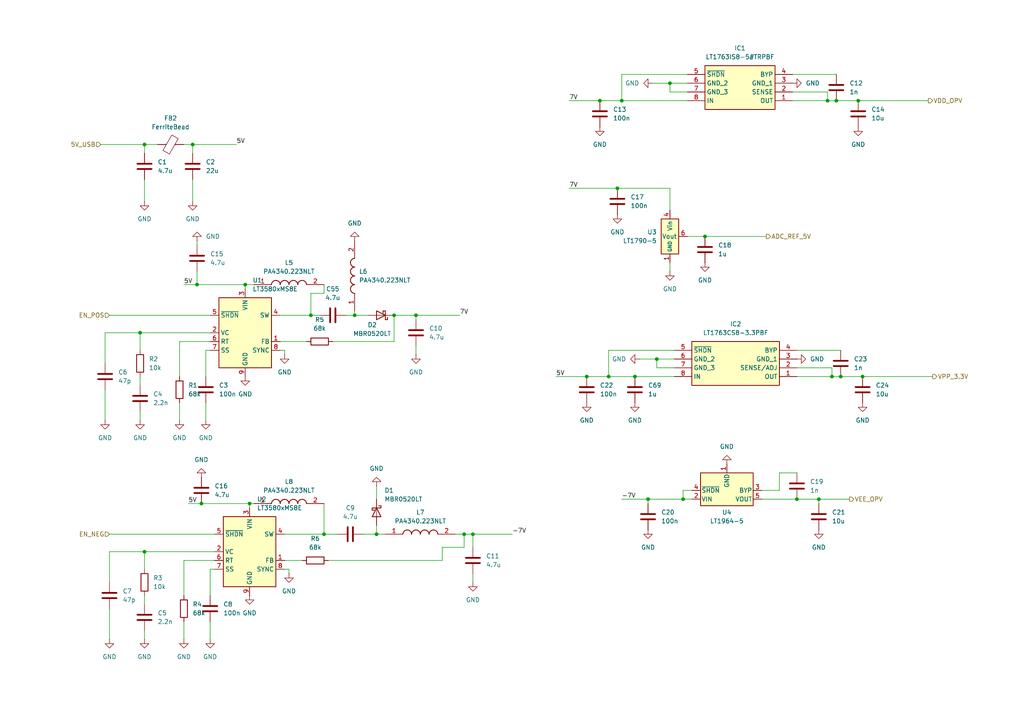
<source format=kicad_sch>
(kicad_sch
	(version 20250114)
	(generator "eeschema")
	(generator_version "9.0")
	(uuid "be10017f-1f7b-4188-ae9d-9be686cfe296")
	(paper "A4")
	(lib_symbols
		(symbol "Device:C"
			(pin_numbers
				(hide yes)
			)
			(pin_names
				(offset 0.254)
			)
			(exclude_from_sim no)
			(in_bom yes)
			(on_board yes)
			(property "Reference" "C"
				(at 0.635 2.54 0)
				(effects
					(font
						(size 1.27 1.27)
					)
					(justify left)
				)
			)
			(property "Value" "C"
				(at 0.635 -2.54 0)
				(effects
					(font
						(size 1.27 1.27)
					)
					(justify left)
				)
			)
			(property "Footprint" ""
				(at 0.9652 -3.81 0)
				(effects
					(font
						(size 1.27 1.27)
					)
					(hide yes)
				)
			)
			(property "Datasheet" "~"
				(at 0 0 0)
				(effects
					(font
						(size 1.27 1.27)
					)
					(hide yes)
				)
			)
			(property "Description" "Unpolarized capacitor"
				(at 0 0 0)
				(effects
					(font
						(size 1.27 1.27)
					)
					(hide yes)
				)
			)
			(property "ki_keywords" "cap capacitor"
				(at 0 0 0)
				(effects
					(font
						(size 1.27 1.27)
					)
					(hide yes)
				)
			)
			(property "ki_fp_filters" "C_*"
				(at 0 0 0)
				(effects
					(font
						(size 1.27 1.27)
					)
					(hide yes)
				)
			)
			(symbol "C_0_1"
				(polyline
					(pts
						(xy -2.032 0.762) (xy 2.032 0.762)
					)
					(stroke
						(width 0.508)
						(type default)
					)
					(fill
						(type none)
					)
				)
				(polyline
					(pts
						(xy -2.032 -0.762) (xy 2.032 -0.762)
					)
					(stroke
						(width 0.508)
						(type default)
					)
					(fill
						(type none)
					)
				)
			)
			(symbol "C_1_1"
				(pin passive line
					(at 0 3.81 270)
					(length 2.794)
					(name "~"
						(effects
							(font
								(size 1.27 1.27)
							)
						)
					)
					(number "1"
						(effects
							(font
								(size 1.27 1.27)
							)
						)
					)
				)
				(pin passive line
					(at 0 -3.81 90)
					(length 2.794)
					(name "~"
						(effects
							(font
								(size 1.27 1.27)
							)
						)
					)
					(number "2"
						(effects
							(font
								(size 1.27 1.27)
							)
						)
					)
				)
			)
			(embedded_fonts no)
		)
		(symbol "Device:FerriteBead"
			(pin_numbers
				(hide yes)
			)
			(pin_names
				(offset 0)
			)
			(exclude_from_sim no)
			(in_bom yes)
			(on_board yes)
			(property "Reference" "FB"
				(at -3.81 0.635 90)
				(effects
					(font
						(size 1.27 1.27)
					)
				)
			)
			(property "Value" "FerriteBead"
				(at 3.81 0 90)
				(effects
					(font
						(size 1.27 1.27)
					)
				)
			)
			(property "Footprint" ""
				(at -1.778 0 90)
				(effects
					(font
						(size 1.27 1.27)
					)
					(hide yes)
				)
			)
			(property "Datasheet" "~"
				(at 0 0 0)
				(effects
					(font
						(size 1.27 1.27)
					)
					(hide yes)
				)
			)
			(property "Description" "Ferrite bead"
				(at 0 0 0)
				(effects
					(font
						(size 1.27 1.27)
					)
					(hide yes)
				)
			)
			(property "ki_keywords" "L ferrite bead inductor filter"
				(at 0 0 0)
				(effects
					(font
						(size 1.27 1.27)
					)
					(hide yes)
				)
			)
			(property "ki_fp_filters" "Inductor_* L_* *Ferrite*"
				(at 0 0 0)
				(effects
					(font
						(size 1.27 1.27)
					)
					(hide yes)
				)
			)
			(symbol "FerriteBead_0_1"
				(polyline
					(pts
						(xy -2.7686 0.4064) (xy -1.7018 2.2606) (xy 2.7686 -0.3048) (xy 1.6764 -2.159) (xy -2.7686 0.4064)
					)
					(stroke
						(width 0)
						(type default)
					)
					(fill
						(type none)
					)
				)
				(polyline
					(pts
						(xy 0 1.27) (xy 0 1.2954)
					)
					(stroke
						(width 0)
						(type default)
					)
					(fill
						(type none)
					)
				)
				(polyline
					(pts
						(xy 0 -1.27) (xy 0 -1.2192)
					)
					(stroke
						(width 0)
						(type default)
					)
					(fill
						(type none)
					)
				)
			)
			(symbol "FerriteBead_1_1"
				(pin passive line
					(at 0 3.81 270)
					(length 2.54)
					(name "~"
						(effects
							(font
								(size 1.27 1.27)
							)
						)
					)
					(number "1"
						(effects
							(font
								(size 1.27 1.27)
							)
						)
					)
				)
				(pin passive line
					(at 0 -3.81 90)
					(length 2.54)
					(name "~"
						(effects
							(font
								(size 1.27 1.27)
							)
						)
					)
					(number "2"
						(effects
							(font
								(size 1.27 1.27)
							)
						)
					)
				)
			)
			(embedded_fonts no)
		)
		(symbol "Device:R"
			(pin_numbers
				(hide yes)
			)
			(pin_names
				(offset 0)
			)
			(exclude_from_sim no)
			(in_bom yes)
			(on_board yes)
			(property "Reference" "R"
				(at 2.032 0 90)
				(effects
					(font
						(size 1.27 1.27)
					)
				)
			)
			(property "Value" "R"
				(at 0 0 90)
				(effects
					(font
						(size 1.27 1.27)
					)
				)
			)
			(property "Footprint" ""
				(at -1.778 0 90)
				(effects
					(font
						(size 1.27 1.27)
					)
					(hide yes)
				)
			)
			(property "Datasheet" "~"
				(at 0 0 0)
				(effects
					(font
						(size 1.27 1.27)
					)
					(hide yes)
				)
			)
			(property "Description" "Resistor"
				(at 0 0 0)
				(effects
					(font
						(size 1.27 1.27)
					)
					(hide yes)
				)
			)
			(property "ki_keywords" "R res resistor"
				(at 0 0 0)
				(effects
					(font
						(size 1.27 1.27)
					)
					(hide yes)
				)
			)
			(property "ki_fp_filters" "R_*"
				(at 0 0 0)
				(effects
					(font
						(size 1.27 1.27)
					)
					(hide yes)
				)
			)
			(symbol "R_0_1"
				(rectangle
					(start -1.016 -2.54)
					(end 1.016 2.54)
					(stroke
						(width 0.254)
						(type default)
					)
					(fill
						(type none)
					)
				)
			)
			(symbol "R_1_1"
				(pin passive line
					(at 0 3.81 270)
					(length 1.27)
					(name "~"
						(effects
							(font
								(size 1.27 1.27)
							)
						)
					)
					(number "1"
						(effects
							(font
								(size 1.27 1.27)
							)
						)
					)
				)
				(pin passive line
					(at 0 -3.81 90)
					(length 1.27)
					(name "~"
						(effects
							(font
								(size 1.27 1.27)
							)
						)
					)
					(number "2"
						(effects
							(font
								(size 1.27 1.27)
							)
						)
					)
				)
			)
			(embedded_fonts no)
		)
		(symbol "Diode:MBR0520LT"
			(pin_numbers
				(hide yes)
			)
			(pin_names
				(offset 1.016)
				(hide yes)
			)
			(exclude_from_sim no)
			(in_bom yes)
			(on_board yes)
			(property "Reference" "D"
				(at 0 2.54 0)
				(effects
					(font
						(size 1.27 1.27)
					)
				)
			)
			(property "Value" "MBR0520LT"
				(at 0 -2.54 0)
				(effects
					(font
						(size 1.27 1.27)
					)
				)
			)
			(property "Footprint" "Diode_SMD:D_SOD-123"
				(at 0 -4.445 0)
				(effects
					(font
						(size 1.27 1.27)
					)
					(hide yes)
				)
			)
			(property "Datasheet" "http://www.onsemi.com/pub_link/Collateral/MBR0520LT1-D.PDF"
				(at 0 0 0)
				(effects
					(font
						(size 1.27 1.27)
					)
					(hide yes)
				)
			)
			(property "Description" "20V 0.5A Schottky Power Rectifier Diode, SOD-123"
				(at 0 0 0)
				(effects
					(font
						(size 1.27 1.27)
					)
					(hide yes)
				)
			)
			(property "ki_keywords" "diode Schottky"
				(at 0 0 0)
				(effects
					(font
						(size 1.27 1.27)
					)
					(hide yes)
				)
			)
			(property "ki_fp_filters" "D*SOD?123*"
				(at 0 0 0)
				(effects
					(font
						(size 1.27 1.27)
					)
					(hide yes)
				)
			)
			(symbol "MBR0520LT_0_1"
				(polyline
					(pts
						(xy -1.905 0.635) (xy -1.905 1.27) (xy -1.27 1.27) (xy -1.27 -1.27) (xy -0.635 -1.27) (xy -0.635 -0.635)
					)
					(stroke
						(width 0.254)
						(type default)
					)
					(fill
						(type none)
					)
				)
				(polyline
					(pts
						(xy 1.27 1.27) (xy 1.27 -1.27) (xy -1.27 0) (xy 1.27 1.27)
					)
					(stroke
						(width 0.254)
						(type default)
					)
					(fill
						(type none)
					)
				)
				(polyline
					(pts
						(xy 1.27 0) (xy -1.27 0)
					)
					(stroke
						(width 0)
						(type default)
					)
					(fill
						(type none)
					)
				)
			)
			(symbol "MBR0520LT_1_1"
				(pin passive line
					(at -3.81 0 0)
					(length 2.54)
					(name "K"
						(effects
							(font
								(size 1.27 1.27)
							)
						)
					)
					(number "1"
						(effects
							(font
								(size 1.27 1.27)
							)
						)
					)
				)
				(pin passive line
					(at 3.81 0 180)
					(length 2.54)
					(name "A"
						(effects
							(font
								(size 1.27 1.27)
							)
						)
					)
					(number "2"
						(effects
							(font
								(size 1.27 1.27)
							)
						)
					)
				)
			)
			(embedded_fonts no)
		)
		(symbol "Reference_Voltage:LT1790-5"
			(exclude_from_sim no)
			(in_bom yes)
			(on_board yes)
			(property "Reference" "U"
				(at -3.81 6.35 0)
				(effects
					(font
						(size 1.27 1.27)
					)
				)
			)
			(property "Value" "LT1790-5"
				(at 6.35 -6.35 0)
				(effects
					(font
						(size 1.27 1.27)
					)
				)
			)
			(property "Footprint" "Package_TO_SOT_SMD:TSOT-23-6"
				(at 0 -10.16 0)
				(effects
					(font
						(size 1.27 1.27)
					)
					(hide yes)
				)
			)
			(property "Datasheet" "https://www.analog.com/media/en/technical-documentation/data-sheets/1790fc.pdf"
				(at -3.81 6.35 0)
				(effects
					(font
						(size 1.27 1.27)
					)
					(hide yes)
				)
			)
			(property "Description" "5V Voltage Reference, Low Dropout, Micropower, TSOT-23-6"
				(at 0 0 0)
				(effects
					(font
						(size 1.27 1.27)
					)
					(hide yes)
				)
			)
			(property "ki_keywords" "voltage reference Micropower"
				(at 0 0 0)
				(effects
					(font
						(size 1.27 1.27)
					)
					(hide yes)
				)
			)
			(property "ki_fp_filters" "TSOT?23?6*"
				(at 0 0 0)
				(effects
					(font
						(size 1.27 1.27)
					)
					(hide yes)
				)
			)
			(symbol "LT1790-5_0_1"
				(rectangle
					(start 2.54 5.08)
					(end -2.54 -5.08)
					(stroke
						(width 0.254)
						(type default)
					)
					(fill
						(type background)
					)
				)
			)
			(symbol "LT1790-5_1_1"
				(pin power_in line
					(at 0 7.62 270)
					(length 2.54)
					(name "Vin"
						(effects
							(font
								(size 1.27 1.27)
							)
						)
					)
					(number "4"
						(effects
							(font
								(size 1.27 1.27)
							)
						)
					)
				)
				(pin power_in line
					(at 0 -7.62 90)
					(length 2.54)
					(name "GND"
						(effects
							(font
								(size 1.016 1.016)
							)
						)
					)
					(number "1"
						(effects
							(font
								(size 1.27 1.27)
							)
						)
					)
				)
				(pin passive line
					(at 0 -7.62 90)
					(length 2.54)
					(hide yes)
					(name "GND"
						(effects
							(font
								(size 1.016 1.016)
							)
						)
					)
					(number "2"
						(effects
							(font
								(size 1.27 1.27)
							)
						)
					)
				)
				(pin output line
					(at 5.08 0 180)
					(length 2.54)
					(name "Vout"
						(effects
							(font
								(size 1.27 1.27)
							)
						)
					)
					(number "6"
						(effects
							(font
								(size 1.27 1.27)
							)
						)
					)
				)
			)
			(embedded_fonts no)
		)
		(symbol "Regulator_Linear:LT1964-5"
			(pin_names
				(offset 0.254)
			)
			(exclude_from_sim no)
			(in_bom yes)
			(on_board yes)
			(property "Reference" "U"
				(at -6.35 -5.715 0)
				(effects
					(font
						(size 1.27 1.27)
					)
				)
			)
			(property "Value" "LT1964-5"
				(at 0 -5.715 0)
				(effects
					(font
						(size 1.27 1.27)
					)
					(justify left)
				)
			)
			(property "Footprint" "Package_TO_SOT_SMD:TSOT-23-5"
				(at 0 -7.62 0)
				(effects
					(font
						(size 1.27 1.27)
					)
					(hide yes)
				)
			)
			(property "Datasheet" "https://www.analog.com/media/en/technical-documentation/data-sheets/1964fb.pdf"
				(at 0 0 0)
				(effects
					(font
						(size 1.27 1.27)
					)
					(hide yes)
				)
			)
			(property "Description" "MICROPOWER 200mA Low Noise LDO negative regulator, fixed output -5V, TSOT-23-5"
				(at 0 0 0)
				(effects
					(font
						(size 1.27 1.27)
					)
					(hide yes)
				)
			)
			(property "ki_keywords" "REGULATOR POSITIVE POWER LDO fixed"
				(at 0 0 0)
				(effects
					(font
						(size 1.27 1.27)
					)
					(hide yes)
				)
			)
			(property "ki_fp_filters" "TSOT?23*"
				(at 0 0 0)
				(effects
					(font
						(size 1.27 1.27)
					)
					(hide yes)
				)
			)
			(symbol "LT1964-5_0_1"
				(rectangle
					(start -7.62 5.08)
					(end 7.62 -4.445)
					(stroke
						(width 0.254)
						(type default)
					)
					(fill
						(type background)
					)
				)
			)
			(symbol "LT1964-5_1_1"
				(pin input line
					(at -10.16 0 0)
					(length 2.54)
					(name "~{SHDN}"
						(effects
							(font
								(size 1.27 1.27)
							)
						)
					)
					(number "4"
						(effects
							(font
								(size 1.27 1.27)
							)
						)
					)
				)
				(pin power_in line
					(at -10.16 -2.54 0)
					(length 2.54)
					(name "VIN"
						(effects
							(font
								(size 1.27 1.27)
							)
						)
					)
					(number "2"
						(effects
							(font
								(size 1.27 1.27)
							)
						)
					)
				)
				(pin power_in line
					(at 0 7.62 270)
					(length 2.54)
					(name "GND"
						(effects
							(font
								(size 1.27 1.27)
							)
						)
					)
					(number "1"
						(effects
							(font
								(size 1.27 1.27)
							)
						)
					)
				)
				(pin passive line
					(at 10.16 0 180)
					(length 2.54)
					(name "BYP"
						(effects
							(font
								(size 1.27 1.27)
							)
						)
					)
					(number "3"
						(effects
							(font
								(size 1.27 1.27)
							)
						)
					)
				)
				(pin power_out line
					(at 10.16 -2.54 180)
					(length 2.54)
					(name "VOUT"
						(effects
							(font
								(size 1.27 1.27)
							)
						)
					)
					(number "5"
						(effects
							(font
								(size 1.27 1.27)
							)
						)
					)
				)
			)
			(embedded_fonts no)
		)
		(symbol "Regulator_Switching:LT3580xMS8E"
			(exclude_from_sim no)
			(in_bom yes)
			(on_board yes)
			(property "Reference" "U"
				(at -6.35 11.43 0)
				(effects
					(font
						(size 1.27 1.27)
					)
				)
			)
			(property "Value" "LT3580xMS8E"
				(at 7.62 11.43 0)
				(effects
					(font
						(size 1.27 1.27)
					)
				)
			)
			(property "Footprint" "Package_SO:MSOP-8-1EP_3x3mm_P0.65mm_EP1.68x1.88mm"
				(at 30.48 -11.43 0)
				(effects
					(font
						(size 1.27 1.27)
					)
					(hide yes)
				)
			)
			(property "Datasheet" "https://www.analog.com/media/en/technical-documentation/data-sheets/3580fg.pdf"
				(at -39.37 -10.16 0)
				(effects
					(font
						(size 1.27 1.27)
					)
					(hide yes)
				)
			)
			(property "Description" "Boost/Inverting DC/DC Converter with 2A Switch, Soft-Start, and Synchronization, MSOP-8"
				(at 0 0 0)
				(effects
					(font
						(size 1.27 1.27)
					)
					(hide yes)
				)
			)
			(property "ki_keywords" "boost inverting dc-dc"
				(at 0 0 0)
				(effects
					(font
						(size 1.27 1.27)
					)
					(hide yes)
				)
			)
			(property "ki_fp_filters" "MSOP*1EP*3x3mm*P0.65mm*"
				(at 0 0 0)
				(effects
					(font
						(size 1.27 1.27)
					)
					(hide yes)
				)
			)
			(symbol "LT3580xMS8E_0_1"
				(rectangle
					(start -7.62 10.16)
					(end 7.62 -10.16)
					(stroke
						(width 0.254)
						(type default)
					)
					(fill
						(type background)
					)
				)
			)
			(symbol "LT3580xMS8E_1_1"
				(pin input line
					(at -10.16 5.08 0)
					(length 2.54)
					(name "~{SHDN}"
						(effects
							(font
								(size 1.27 1.27)
							)
						)
					)
					(number "5"
						(effects
							(font
								(size 1.27 1.27)
							)
						)
					)
				)
				(pin passive line
					(at -10.16 0 0)
					(length 2.54)
					(name "VC"
						(effects
							(font
								(size 1.27 1.27)
							)
						)
					)
					(number "2"
						(effects
							(font
								(size 1.27 1.27)
							)
						)
					)
				)
				(pin passive line
					(at -10.16 -2.54 0)
					(length 2.54)
					(name "RT"
						(effects
							(font
								(size 1.27 1.27)
							)
						)
					)
					(number "6"
						(effects
							(font
								(size 1.27 1.27)
							)
						)
					)
				)
				(pin passive line
					(at -10.16 -5.08 0)
					(length 2.54)
					(name "SS"
						(effects
							(font
								(size 1.27 1.27)
							)
						)
					)
					(number "7"
						(effects
							(font
								(size 1.27 1.27)
							)
						)
					)
				)
				(pin power_in line
					(at 0 12.7 270)
					(length 2.54)
					(name "VIN"
						(effects
							(font
								(size 1.27 1.27)
							)
						)
					)
					(number "3"
						(effects
							(font
								(size 1.27 1.27)
							)
						)
					)
				)
				(pin power_in line
					(at 0 -12.7 90)
					(length 2.54)
					(name "GND"
						(effects
							(font
								(size 1.27 1.27)
							)
						)
					)
					(number "9"
						(effects
							(font
								(size 1.27 1.27)
							)
						)
					)
				)
				(pin open_collector line
					(at 10.16 5.08 180)
					(length 2.54)
					(name "SW"
						(effects
							(font
								(size 1.27 1.27)
							)
						)
					)
					(number "4"
						(effects
							(font
								(size 1.27 1.27)
							)
						)
					)
				)
				(pin input line
					(at 10.16 -2.54 180)
					(length 2.54)
					(name "FB"
						(effects
							(font
								(size 1.27 1.27)
							)
						)
					)
					(number "1"
						(effects
							(font
								(size 1.27 1.27)
							)
						)
					)
				)
				(pin input line
					(at 10.16 -5.08 180)
					(length 2.54)
					(name "SYNC"
						(effects
							(font
								(size 1.27 1.27)
							)
						)
					)
					(number "8"
						(effects
							(font
								(size 1.27 1.27)
							)
						)
					)
				)
			)
			(embedded_fonts no)
		)
		(symbol "SamacSys_Parts:LT1763CS8-3.3PBF"
			(exclude_from_sim no)
			(in_bom yes)
			(on_board yes)
			(property "Reference" "IC"
				(at 31.75 7.62 0)
				(effects
					(font
						(size 1.27 1.27)
					)
					(justify left top)
				)
			)
			(property "Value" "LT1763CS8-3.3PBF"
				(at 31.75 5.08 0)
				(effects
					(font
						(size 1.27 1.27)
					)
					(justify left top)
				)
			)
			(property "Footprint" "SOIC127P599X175-8N"
				(at 31.75 -94.92 0)
				(effects
					(font
						(size 1.27 1.27)
					)
					(justify left top)
					(hide yes)
				)
			)
			(property "Datasheet" "https://www.analog.com/media/en/technical-documentation/data-sheets/1763fh.pdf"
				(at 31.75 -194.92 0)
				(effects
					(font
						(size 1.27 1.27)
					)
					(justify left top)
					(hide yes)
				)
			)
			(property "Description" "500mA, Low Noise, LDO Micropower Regulators"
				(at 0 0 0)
				(effects
					(font
						(size 1.27 1.27)
					)
					(hide yes)
				)
			)
			(property "Height" "1.752"
				(at 31.75 -394.92 0)
				(effects
					(font
						(size 1.27 1.27)
					)
					(justify left top)
					(hide yes)
				)
			)
			(property "Mouser Part Number" ""
				(at 31.75 -494.92 0)
				(effects
					(font
						(size 1.27 1.27)
					)
					(justify left top)
					(hide yes)
				)
			)
			(property "Mouser Price/Stock" ""
				(at 31.75 -594.92 0)
				(effects
					(font
						(size 1.27 1.27)
					)
					(justify left top)
					(hide yes)
				)
			)
			(property "Manufacturer_Name" "Analog Devices"
				(at 31.75 -694.92 0)
				(effects
					(font
						(size 1.27 1.27)
					)
					(justify left top)
					(hide yes)
				)
			)
			(property "Manufacturer_Part_Number" "LT1763CS8-3.3PBF"
				(at 31.75 -794.92 0)
				(effects
					(font
						(size 1.27 1.27)
					)
					(justify left top)
					(hide yes)
				)
			)
			(symbol "LT1763CS8-3.3PBF_1_1"
				(rectangle
					(start 5.08 2.54)
					(end 30.48 -10.16)
					(stroke
						(width 0.254)
						(type default)
					)
					(fill
						(type background)
					)
				)
				(pin passive line
					(at 0 0 0)
					(length 5.08)
					(name "OUT"
						(effects
							(font
								(size 1.27 1.27)
							)
						)
					)
					(number "1"
						(effects
							(font
								(size 1.27 1.27)
							)
						)
					)
				)
				(pin passive line
					(at 0 -2.54 0)
					(length 5.08)
					(name "SENSE/ADJ"
						(effects
							(font
								(size 1.27 1.27)
							)
						)
					)
					(number "2"
						(effects
							(font
								(size 1.27 1.27)
							)
						)
					)
				)
				(pin passive line
					(at 0 -5.08 0)
					(length 5.08)
					(name "GND_1"
						(effects
							(font
								(size 1.27 1.27)
							)
						)
					)
					(number "3"
						(effects
							(font
								(size 1.27 1.27)
							)
						)
					)
				)
				(pin passive line
					(at 0 -7.62 0)
					(length 5.08)
					(name "BYP"
						(effects
							(font
								(size 1.27 1.27)
							)
						)
					)
					(number "4"
						(effects
							(font
								(size 1.27 1.27)
							)
						)
					)
				)
				(pin passive line
					(at 35.56 0 180)
					(length 5.08)
					(name "IN"
						(effects
							(font
								(size 1.27 1.27)
							)
						)
					)
					(number "8"
						(effects
							(font
								(size 1.27 1.27)
							)
						)
					)
				)
				(pin passive line
					(at 35.56 -2.54 180)
					(length 5.08)
					(name "GND_3"
						(effects
							(font
								(size 1.27 1.27)
							)
						)
					)
					(number "7"
						(effects
							(font
								(size 1.27 1.27)
							)
						)
					)
				)
				(pin passive line
					(at 35.56 -5.08 180)
					(length 5.08)
					(name "GND_2"
						(effects
							(font
								(size 1.27 1.27)
							)
						)
					)
					(number "6"
						(effects
							(font
								(size 1.27 1.27)
							)
						)
					)
				)
				(pin passive line
					(at 35.56 -7.62 180)
					(length 5.08)
					(name "~{SHDN}"
						(effects
							(font
								(size 1.27 1.27)
							)
						)
					)
					(number "5"
						(effects
							(font
								(size 1.27 1.27)
							)
						)
					)
				)
			)
			(embedded_fonts no)
		)
		(symbol "SamacSys_Parts:LT1763IS8-5#TRPBF"
			(exclude_from_sim no)
			(in_bom yes)
			(on_board yes)
			(property "Reference" "IC"
				(at 26.67 7.62 0)
				(effects
					(font
						(size 1.27 1.27)
					)
					(justify left top)
				)
			)
			(property "Value" "LT1763IS8-5#TRPBF"
				(at 26.67 5.08 0)
				(effects
					(font
						(size 1.27 1.27)
					)
					(justify left top)
				)
			)
			(property "Footprint" "SOIC127P599X175-8N"
				(at 26.67 -94.92 0)
				(effects
					(font
						(size 1.27 1.27)
					)
					(justify left top)
					(hide yes)
				)
			)
			(property "Datasheet" "https://www.analog.com/media/en/technical-documentation/data-sheets/1763fh.pdf"
				(at 26.67 -194.92 0)
				(effects
					(font
						(size 1.27 1.27)
					)
					(justify left top)
					(hide yes)
				)
			)
			(property "Description" "LDO Voltage Regulators 1.5V 500mA L/Noise LDO uP"
				(at 0 0 0)
				(effects
					(font
						(size 1.27 1.27)
					)
					(hide yes)
				)
			)
			(property "Height" "1.752"
				(at 26.67 -394.92 0)
				(effects
					(font
						(size 1.27 1.27)
					)
					(justify left top)
					(hide yes)
				)
			)
			(property "Mouser Part Number" "584-LT1763IS8-5TRPBF"
				(at 26.67 -494.92 0)
				(effects
					(font
						(size 1.27 1.27)
					)
					(justify left top)
					(hide yes)
				)
			)
			(property "Mouser Price/Stock" "https://www.mouser.co.uk/ProductDetail/Analog-Devices/LT1763IS8-5TRPBF?qs=ytflclh7QUU9NJmtQT0nZg%3D%3D"
				(at 26.67 -594.92 0)
				(effects
					(font
						(size 1.27 1.27)
					)
					(justify left top)
					(hide yes)
				)
			)
			(property "Manufacturer_Name" "Analog Devices"
				(at 26.67 -694.92 0)
				(effects
					(font
						(size 1.27 1.27)
					)
					(justify left top)
					(hide yes)
				)
			)
			(property "Manufacturer_Part_Number" "LT1763IS8-5#TRPBF"
				(at 26.67 -794.92 0)
				(effects
					(font
						(size 1.27 1.27)
					)
					(justify left top)
					(hide yes)
				)
			)
			(symbol "LT1763IS8-5#TRPBF_1_1"
				(rectangle
					(start 5.08 2.54)
					(end 25.4 -10.16)
					(stroke
						(width 0.254)
						(type default)
					)
					(fill
						(type background)
					)
				)
				(pin passive line
					(at 0 0 0)
					(length 5.08)
					(name "OUT"
						(effects
							(font
								(size 1.27 1.27)
							)
						)
					)
					(number "1"
						(effects
							(font
								(size 1.27 1.27)
							)
						)
					)
				)
				(pin passive line
					(at 0 -2.54 0)
					(length 5.08)
					(name "SENSE"
						(effects
							(font
								(size 1.27 1.27)
							)
						)
					)
					(number "2"
						(effects
							(font
								(size 1.27 1.27)
							)
						)
					)
				)
				(pin passive line
					(at 0 -5.08 0)
					(length 5.08)
					(name "GND_1"
						(effects
							(font
								(size 1.27 1.27)
							)
						)
					)
					(number "3"
						(effects
							(font
								(size 1.27 1.27)
							)
						)
					)
				)
				(pin passive line
					(at 0 -7.62 0)
					(length 5.08)
					(name "BYP"
						(effects
							(font
								(size 1.27 1.27)
							)
						)
					)
					(number "4"
						(effects
							(font
								(size 1.27 1.27)
							)
						)
					)
				)
				(pin passive line
					(at 30.48 0 180)
					(length 5.08)
					(name "IN"
						(effects
							(font
								(size 1.27 1.27)
							)
						)
					)
					(number "8"
						(effects
							(font
								(size 1.27 1.27)
							)
						)
					)
				)
				(pin passive line
					(at 30.48 -2.54 180)
					(length 5.08)
					(name "GND_3"
						(effects
							(font
								(size 1.27 1.27)
							)
						)
					)
					(number "7"
						(effects
							(font
								(size 1.27 1.27)
							)
						)
					)
				)
				(pin passive line
					(at 30.48 -5.08 180)
					(length 5.08)
					(name "GND_2"
						(effects
							(font
								(size 1.27 1.27)
							)
						)
					)
					(number "6"
						(effects
							(font
								(size 1.27 1.27)
							)
						)
					)
				)
				(pin passive line
					(at 30.48 -7.62 180)
					(length 5.08)
					(name "~{SHDN}"
						(effects
							(font
								(size 1.27 1.27)
							)
						)
					)
					(number "5"
						(effects
							(font
								(size 1.27 1.27)
							)
						)
					)
				)
			)
			(embedded_fonts no)
		)
		(symbol "SamacSys_Parts:PA4340.223NLT"
			(pin_names
				(hide yes)
			)
			(exclude_from_sim no)
			(in_bom yes)
			(on_board yes)
			(property "Reference" "L"
				(at 16.51 6.35 0)
				(effects
					(font
						(size 1.27 1.27)
					)
					(justify left top)
				)
			)
			(property "Value" "PA4340.223NLT"
				(at 16.51 3.81 0)
				(effects
					(font
						(size 1.27 1.27)
					)
					(justify left top)
				)
			)
			(property "Footprint" "INDPM6054X300N"
				(at 16.51 -96.19 0)
				(effects
					(font
						(size 1.27 1.27)
					)
					(justify left top)
					(hide yes)
				)
			)
			(property "Datasheet" "https://www.arrow.com/en/products/pa4340.223nlt/pulse-electronics-corporation?region=nac"
				(at 16.51 -196.19 0)
				(effects
					(font
						(size 1.27 1.27)
					)
					(justify left top)
					(hide yes)
				)
			)
			(property "Description" "Fixed Inductors 22uH 1.9A 3mm 20% Low Prof"
				(at 0 0 0)
				(effects
					(font
						(size 1.27 1.27)
					)
					(hide yes)
				)
			)
			(property "Height" "3"
				(at 16.51 -396.19 0)
				(effects
					(font
						(size 1.27 1.27)
					)
					(justify left top)
					(hide yes)
				)
			)
			(property "Mouser Part Number" "673-PA4340.223NLT"
				(at 16.51 -496.19 0)
				(effects
					(font
						(size 1.27 1.27)
					)
					(justify left top)
					(hide yes)
				)
			)
			(property "Mouser Price/Stock" "https://www.mouser.co.uk/ProductDetail/Pulse-Electronics/PA4340.223NLT?qs=%2FzQKu7YvIMbPZYBkc4u0sg%3D%3D"
				(at 16.51 -596.19 0)
				(effects
					(font
						(size 1.27 1.27)
					)
					(justify left top)
					(hide yes)
				)
			)
			(property "Manufacturer_Name" "YAGEO"
				(at 16.51 -696.19 0)
				(effects
					(font
						(size 1.27 1.27)
					)
					(justify left top)
					(hide yes)
				)
			)
			(property "Manufacturer_Part_Number" "PA4340.223NLT"
				(at 16.51 -796.19 0)
				(effects
					(font
						(size 1.27 1.27)
					)
					(justify left top)
					(hide yes)
				)
			)
			(symbol "PA4340.223NLT_1_1"
				(arc
					(start 5.08 0)
					(mid 6.35 1.219)
					(end 7.62 0)
					(stroke
						(width 0.254)
						(type default)
					)
					(fill
						(type none)
					)
				)
				(arc
					(start 7.62 0)
					(mid 8.89 1.219)
					(end 10.16 0)
					(stroke
						(width 0.254)
						(type default)
					)
					(fill
						(type none)
					)
				)
				(arc
					(start 10.16 0)
					(mid 11.43 1.219)
					(end 12.7 0)
					(stroke
						(width 0.254)
						(type default)
					)
					(fill
						(type none)
					)
				)
				(arc
					(start 12.7 0)
					(mid 13.97 1.219)
					(end 15.24 0)
					(stroke
						(width 0.254)
						(type default)
					)
					(fill
						(type none)
					)
				)
				(pin passive line
					(at 0 0 0)
					(length 5.08)
					(name "1"
						(effects
							(font
								(size 1.27 1.27)
							)
						)
					)
					(number "1"
						(effects
							(font
								(size 1.27 1.27)
							)
						)
					)
				)
				(pin passive line
					(at 20.32 0 180)
					(length 5.08)
					(name "2"
						(effects
							(font
								(size 1.27 1.27)
							)
						)
					)
					(number "2"
						(effects
							(font
								(size 1.27 1.27)
							)
						)
					)
				)
			)
			(embedded_fonts no)
		)
		(symbol "power:GND"
			(power)
			(pin_numbers
				(hide yes)
			)
			(pin_names
				(offset 0)
				(hide yes)
			)
			(exclude_from_sim no)
			(in_bom yes)
			(on_board yes)
			(property "Reference" "#PWR"
				(at 0 -6.35 0)
				(effects
					(font
						(size 1.27 1.27)
					)
					(hide yes)
				)
			)
			(property "Value" "GND"
				(at 0 -3.81 0)
				(effects
					(font
						(size 1.27 1.27)
					)
				)
			)
			(property "Footprint" ""
				(at 0 0 0)
				(effects
					(font
						(size 1.27 1.27)
					)
					(hide yes)
				)
			)
			(property "Datasheet" ""
				(at 0 0 0)
				(effects
					(font
						(size 1.27 1.27)
					)
					(hide yes)
				)
			)
			(property "Description" "Power symbol creates a global label with name \"GND\" , ground"
				(at 0 0 0)
				(effects
					(font
						(size 1.27 1.27)
					)
					(hide yes)
				)
			)
			(property "ki_keywords" "global power"
				(at 0 0 0)
				(effects
					(font
						(size 1.27 1.27)
					)
					(hide yes)
				)
			)
			(symbol "GND_0_1"
				(polyline
					(pts
						(xy 0 0) (xy 0 -1.27) (xy 1.27 -1.27) (xy 0 -2.54) (xy -1.27 -1.27) (xy 0 -1.27)
					)
					(stroke
						(width 0)
						(type default)
					)
					(fill
						(type none)
					)
				)
			)
			(symbol "GND_1_1"
				(pin power_in line
					(at 0 0 270)
					(length 0)
					(name "~"
						(effects
							(font
								(size 1.27 1.27)
							)
						)
					)
					(number "1"
						(effects
							(font
								(size 1.27 1.27)
							)
						)
					)
				)
			)
			(embedded_fonts no)
		)
	)
	(junction
		(at 173.99 29.21)
		(diameter 0)
		(color 0 0 0 0)
		(uuid "015342b9-6b23-4bf1-9460-11840a73f1c1")
	)
	(junction
		(at 102.87 91.44)
		(diameter 0)
		(color 0 0 0 0)
		(uuid "02536bf9-6e7e-49c1-b1c1-8f7572196bf3")
	)
	(junction
		(at 90.17 91.44)
		(diameter 0)
		(color 0 0 0 0)
		(uuid "07c27b43-54b3-4b71-bcd4-9397fa99abc5")
	)
	(junction
		(at 114.3 91.44)
		(diameter 0)
		(color 0 0 0 0)
		(uuid "09380aca-155e-4975-a5c6-d37b6f258f30")
	)
	(junction
		(at 248.92 29.21)
		(diameter 0)
		(color 0 0 0 0)
		(uuid "18a93ba4-928e-4e9d-958b-398960f73c4c")
	)
	(junction
		(at 176.53 109.22)
		(diameter 0)
		(color 0 0 0 0)
		(uuid "22a665d9-b3b1-4aaf-8cfe-993c3dd9250b")
	)
	(junction
		(at 237.49 144.78)
		(diameter 0)
		(color 0 0 0 0)
		(uuid "2dfa4386-d8b7-4f14-b531-7a3b12d7a08e")
	)
	(junction
		(at 187.96 144.78)
		(diameter 0)
		(color 0 0 0 0)
		(uuid "3127f891-0475-4d4f-a1e0-6d34c9898194")
	)
	(junction
		(at 41.91 41.91)
		(diameter 0)
		(color 0 0 0 0)
		(uuid "358aa694-f9df-4240-8d87-6d7271ed7b3f")
	)
	(junction
		(at 134.62 154.94)
		(diameter 0)
		(color 0 0 0 0)
		(uuid "3791ed90-aa4f-4f85-a54a-a65019182a1c")
	)
	(junction
		(at 57.15 82.55)
		(diameter 0)
		(color 0 0 0 0)
		(uuid "3d601099-3596-4f5c-804c-29cac95345f2")
	)
	(junction
		(at 198.12 144.78)
		(diameter 0)
		(color 0 0 0 0)
		(uuid "3deb0277-eb55-497c-993e-6a7d44ae55c0")
	)
	(junction
		(at 72.39 146.05)
		(diameter 0)
		(color 0 0 0 0)
		(uuid "42cbb67f-a4cf-437f-8479-f9d1c91c5ffa")
	)
	(junction
		(at 231.14 144.78)
		(diameter 0)
		(color 0 0 0 0)
		(uuid "4e8ecbe4-0ce4-496e-908b-7c6767f3c7b1")
	)
	(junction
		(at 240.03 29.21)
		(diameter 0)
		(color 0 0 0 0)
		(uuid "76288608-0f36-4071-b9c0-4690684e8425")
	)
	(junction
		(at 40.64 96.52)
		(diameter 0)
		(color 0 0 0 0)
		(uuid "78352936-d4ec-4d0c-9165-6ccb2c709da7")
	)
	(junction
		(at 120.65 91.44)
		(diameter 0)
		(color 0 0 0 0)
		(uuid "90cc1a62-ffbc-4f0e-aa02-997c6d351aaf")
	)
	(junction
		(at 243.84 109.22)
		(diameter 0)
		(color 0 0 0 0)
		(uuid "98c292d9-6682-4983-a0e1-106abd3ccaef")
	)
	(junction
		(at 170.18 109.22)
		(diameter 0)
		(color 0 0 0 0)
		(uuid "9e1a177b-3020-40a2-8895-cca9c6d796fa")
	)
	(junction
		(at 93.98 154.94)
		(diameter 0)
		(color 0 0 0 0)
		(uuid "9eb9b6e7-f9c5-4c7e-bec3-7fff96c978d9")
	)
	(junction
		(at 250.19 109.22)
		(diameter 0)
		(color 0 0 0 0)
		(uuid "9f6e8ee3-ce3c-48e5-a3b6-8ecadca35fe9")
	)
	(junction
		(at 184.15 109.22)
		(diameter 0)
		(color 0 0 0 0)
		(uuid "a3e7d768-8d71-4032-aaa4-1677569c8d34")
	)
	(junction
		(at 179.07 54.61)
		(diameter 0)
		(color 0 0 0 0)
		(uuid "a44ea1fe-af58-4478-9002-1613f3932f87")
	)
	(junction
		(at 204.47 68.58)
		(diameter 0)
		(color 0 0 0 0)
		(uuid "b4403b36-6f40-4745-a080-0fdd473568ea")
	)
	(junction
		(at 242.57 29.21)
		(diameter 0)
		(color 0 0 0 0)
		(uuid "bac09b0d-3d48-4b9d-ac24-2bd59630a3a2")
	)
	(junction
		(at 58.42 146.05)
		(diameter 0)
		(color 0 0 0 0)
		(uuid "bb62b94b-5d19-47ac-9d2a-41bfa9f8e1c0")
	)
	(junction
		(at 137.16 154.94)
		(diameter 0)
		(color 0 0 0 0)
		(uuid "c2ae1028-8f1f-4e24-a796-9aab2f507c22")
	)
	(junction
		(at 55.88 41.91)
		(diameter 0)
		(color 0 0 0 0)
		(uuid "ca85f025-61a6-4f9c-95e0-54cd67e4fd96")
	)
	(junction
		(at 41.91 160.02)
		(diameter 0)
		(color 0 0 0 0)
		(uuid "e481ee9a-a3c3-4a84-9ed8-27a9a7977c0d")
	)
	(junction
		(at 194.31 24.13)
		(diameter 0)
		(color 0 0 0 0)
		(uuid "eaecddf0-8134-43ed-976d-556203c3be59")
	)
	(junction
		(at 109.22 154.94)
		(diameter 0)
		(color 0 0 0 0)
		(uuid "eeea4636-593e-415a-bb0b-b4a681150709")
	)
	(junction
		(at 190.5 104.14)
		(diameter 0)
		(color 0 0 0 0)
		(uuid "f0820840-484e-4563-ba8a-e942440e221b")
	)
	(junction
		(at 241.3 109.22)
		(diameter 0)
		(color 0 0 0 0)
		(uuid "f22315d3-c4d4-400e-8ac7-3b0ea4563f3e")
	)
	(junction
		(at 71.12 82.55)
		(diameter 0)
		(color 0 0 0 0)
		(uuid "f484c509-5719-49cb-92b6-92b7d10ba13a")
	)
	(junction
		(at 180.34 29.21)
		(diameter 0)
		(color 0 0 0 0)
		(uuid "f75b7536-62b6-40b6-bebc-79874a3abd37")
	)
	(wire
		(pts
			(xy 93.98 82.55) (xy 93.98 85.09)
		)
		(stroke
			(width 0)
			(type default)
		)
		(uuid "03a0cfa1-7d52-4a05-8ff6-fcf9479d92c5")
	)
	(wire
		(pts
			(xy 161.29 109.22) (xy 170.18 109.22)
		)
		(stroke
			(width 0)
			(type default)
		)
		(uuid "04b2a5c8-16f9-4db1-a7d0-62b0bce00d2b")
	)
	(wire
		(pts
			(xy 137.16 166.37) (xy 137.16 168.91)
		)
		(stroke
			(width 0)
			(type default)
		)
		(uuid "04d42a1c-75d3-435b-8f01-723494164646")
	)
	(wire
		(pts
			(xy 189.23 24.13) (xy 194.31 24.13)
		)
		(stroke
			(width 0)
			(type default)
		)
		(uuid "050158ad-99f1-4563-b5b1-386cf3001749")
	)
	(wire
		(pts
			(xy 31.75 176.53) (xy 31.75 185.42)
		)
		(stroke
			(width 0)
			(type default)
		)
		(uuid "0c4243fc-7d7e-41e4-9c65-a570101d6b6f")
	)
	(wire
		(pts
			(xy 194.31 60.96) (xy 194.31 54.61)
		)
		(stroke
			(width 0)
			(type default)
		)
		(uuid "0d90fb02-fe00-484f-85bc-a6a9276441b4")
	)
	(wire
		(pts
			(xy 248.92 29.21) (xy 269.24 29.21)
		)
		(stroke
			(width 0)
			(type default)
		)
		(uuid "0dfa29b5-2896-4c94-a4cc-d7e99530ad13")
	)
	(wire
		(pts
			(xy 105.41 154.94) (xy 109.22 154.94)
		)
		(stroke
			(width 0)
			(type default)
		)
		(uuid "0ec6a18a-7025-4572-aa09-dd25e11225e4")
	)
	(wire
		(pts
			(xy 231.14 101.6) (xy 243.84 101.6)
		)
		(stroke
			(width 0)
			(type default)
		)
		(uuid "159b7ff8-950e-4026-ba16-026ab767c2ac")
	)
	(wire
		(pts
			(xy 55.88 41.91) (xy 55.88 44.45)
		)
		(stroke
			(width 0)
			(type default)
		)
		(uuid "186d3355-54f1-4e51-901b-3f7760cb4c32")
	)
	(wire
		(pts
			(xy 180.34 21.59) (xy 180.34 29.21)
		)
		(stroke
			(width 0)
			(type default)
		)
		(uuid "19cebd71-b20b-4719-8155-94a73546d934")
	)
	(wire
		(pts
			(xy 128.27 158.75) (xy 134.62 158.75)
		)
		(stroke
			(width 0)
			(type default)
		)
		(uuid "1b6895a9-1a78-4fae-9323-c9f5b003e51d")
	)
	(wire
		(pts
			(xy 226.06 137.16) (xy 231.14 137.16)
		)
		(stroke
			(width 0)
			(type default)
		)
		(uuid "1c9b7a8d-032c-4252-886f-af59ab9b21d7")
	)
	(wire
		(pts
			(xy 59.69 116.84) (xy 59.69 121.92)
		)
		(stroke
			(width 0)
			(type default)
		)
		(uuid "1d3a5491-33df-4040-beec-14fa479762ea")
	)
	(wire
		(pts
			(xy 102.87 90.17) (xy 102.87 91.44)
		)
		(stroke
			(width 0)
			(type default)
		)
		(uuid "213ba6e4-e635-4559-933e-3db608f076fd")
	)
	(wire
		(pts
			(xy 229.87 21.59) (xy 242.57 21.59)
		)
		(stroke
			(width 0)
			(type default)
		)
		(uuid "29303658-ebaf-4a48-94d5-d8ad4dc71a61")
	)
	(wire
		(pts
			(xy 81.28 99.06) (xy 88.9 99.06)
		)
		(stroke
			(width 0)
			(type default)
		)
		(uuid "29506f52-4f8a-419a-8eea-3d3c3cb8e31d")
	)
	(wire
		(pts
			(xy 109.22 140.97) (xy 109.22 144.78)
		)
		(stroke
			(width 0)
			(type default)
		)
		(uuid "2dadcf04-3b53-4a40-9d62-058366478345")
	)
	(wire
		(pts
			(xy 72.39 147.32) (xy 72.39 146.05)
		)
		(stroke
			(width 0)
			(type default)
		)
		(uuid "2df19335-cd68-4d01-a001-373b52f2ca66")
	)
	(wire
		(pts
			(xy 102.87 91.44) (xy 106.68 91.44)
		)
		(stroke
			(width 0)
			(type default)
		)
		(uuid "31d1e78e-922b-4447-9f61-97878fa7ed13")
	)
	(wire
		(pts
			(xy 31.75 91.44) (xy 60.96 91.44)
		)
		(stroke
			(width 0)
			(type default)
		)
		(uuid "346bf939-a6a0-489b-ae1b-ab0e52d08639")
	)
	(wire
		(pts
			(xy 190.5 104.14) (xy 195.58 104.14)
		)
		(stroke
			(width 0)
			(type default)
		)
		(uuid "35b1a144-b7a0-4eb0-96c6-778be646d000")
	)
	(wire
		(pts
			(xy 55.88 52.07) (xy 55.88 58.42)
		)
		(stroke
			(width 0)
			(type default)
		)
		(uuid "3925607a-1201-4d8f-b340-b13593627bab")
	)
	(wire
		(pts
			(xy 190.5 106.68) (xy 190.5 104.14)
		)
		(stroke
			(width 0)
			(type default)
		)
		(uuid "3d5eb975-60dc-46f4-8aec-e652948d8ea6")
	)
	(wire
		(pts
			(xy 41.91 172.72) (xy 41.91 175.26)
		)
		(stroke
			(width 0)
			(type default)
		)
		(uuid "3e4177f4-20ea-4125-b9ad-45b1bee67d86")
	)
	(wire
		(pts
			(xy 240.03 26.67) (xy 240.03 29.21)
		)
		(stroke
			(width 0)
			(type default)
		)
		(uuid "3e57294f-ae54-41aa-a0ed-b7b2920cb308")
	)
	(wire
		(pts
			(xy 83.82 166.37) (xy 83.82 165.1)
		)
		(stroke
			(width 0)
			(type default)
		)
		(uuid "3f9952a3-801e-4f21-87aa-e5bdc19bbfe7")
	)
	(wire
		(pts
			(xy 41.91 41.91) (xy 45.72 41.91)
		)
		(stroke
			(width 0)
			(type default)
		)
		(uuid "427c540e-4a07-420f-bcb7-4b623855a0b7")
	)
	(wire
		(pts
			(xy 30.48 96.52) (xy 40.64 96.52)
		)
		(stroke
			(width 0)
			(type default)
		)
		(uuid "43bf6071-c9ec-444e-ba0b-de43dfb26f30")
	)
	(wire
		(pts
			(xy 53.34 180.34) (xy 53.34 185.42)
		)
		(stroke
			(width 0)
			(type default)
		)
		(uuid "44aeb94e-323c-49cb-a12b-bd5349ba1d68")
	)
	(wire
		(pts
			(xy 58.42 146.05) (xy 72.39 146.05)
		)
		(stroke
			(width 0)
			(type default)
		)
		(uuid "4792f828-ff56-469c-ab16-2721c8e2cba0")
	)
	(wire
		(pts
			(xy 41.91 41.91) (xy 41.91 44.45)
		)
		(stroke
			(width 0)
			(type default)
		)
		(uuid "495729a9-03f9-44f9-8703-c56402e92465")
	)
	(wire
		(pts
			(xy 53.34 82.55) (xy 57.15 82.55)
		)
		(stroke
			(width 0)
			(type default)
		)
		(uuid "49a9f1cb-2cce-4799-8eaf-c655b5d9b1b0")
	)
	(wire
		(pts
			(xy 231.14 109.22) (xy 241.3 109.22)
		)
		(stroke
			(width 0)
			(type default)
		)
		(uuid "4a223c16-91e2-4e0e-9d49-5c4af17f1062")
	)
	(wire
		(pts
			(xy 229.87 26.67) (xy 240.03 26.67)
		)
		(stroke
			(width 0)
			(type default)
		)
		(uuid "4a553946-c88f-4a5c-af46-b921bc44c087")
	)
	(wire
		(pts
			(xy 30.48 105.41) (xy 30.48 96.52)
		)
		(stroke
			(width 0)
			(type default)
		)
		(uuid "4a570531-0bd1-4fec-8dcd-6eda68a27f13")
	)
	(wire
		(pts
			(xy 176.53 101.6) (xy 176.53 109.22)
		)
		(stroke
			(width 0)
			(type default)
		)
		(uuid "4ae286ac-1c44-4d10-ae22-e3d25d9bdf71")
	)
	(wire
		(pts
			(xy 241.3 106.68) (xy 241.3 109.22)
		)
		(stroke
			(width 0)
			(type default)
		)
		(uuid "4c3de185-66ba-4767-8e78-27aec78acc4d")
	)
	(wire
		(pts
			(xy 250.19 109.22) (xy 270.51 109.22)
		)
		(stroke
			(width 0)
			(type default)
		)
		(uuid "4de57b15-180d-407d-b9b8-c95b7a6e4f73")
	)
	(wire
		(pts
			(xy 187.96 144.78) (xy 187.96 146.05)
		)
		(stroke
			(width 0)
			(type default)
		)
		(uuid "52e89ab2-1b2a-4208-90a5-d091e22f0b3b")
	)
	(wire
		(pts
			(xy 237.49 144.78) (xy 246.38 144.78)
		)
		(stroke
			(width 0)
			(type default)
		)
		(uuid "5502f735-fb4d-4b5b-9970-9c42d0022b89")
	)
	(wire
		(pts
			(xy 31.75 160.02) (xy 41.91 160.02)
		)
		(stroke
			(width 0)
			(type default)
		)
		(uuid "58e32289-525a-459d-8f9a-89417e0847fa")
	)
	(wire
		(pts
			(xy 93.98 154.94) (xy 97.79 154.94)
		)
		(stroke
			(width 0)
			(type default)
		)
		(uuid "5e204392-758f-43bc-a3d6-d93dc4e6c332")
	)
	(wire
		(pts
			(xy 114.3 91.44) (xy 120.65 91.44)
		)
		(stroke
			(width 0)
			(type default)
		)
		(uuid "5e8e5fea-0c23-4876-9b06-46656f4810e2")
	)
	(wire
		(pts
			(xy 195.58 101.6) (xy 176.53 101.6)
		)
		(stroke
			(width 0)
			(type default)
		)
		(uuid "6068a600-2106-43e7-9378-de0670fa3e9f")
	)
	(wire
		(pts
			(xy 132.08 154.94) (xy 134.62 154.94)
		)
		(stroke
			(width 0)
			(type default)
		)
		(uuid "63acb812-715a-4a66-acc3-ae039929a9d3")
	)
	(wire
		(pts
			(xy 165.1 29.21) (xy 173.99 29.21)
		)
		(stroke
			(width 0)
			(type default)
		)
		(uuid "657af382-dfa2-493a-8005-18272eb0a0a9")
	)
	(wire
		(pts
			(xy 90.17 91.44) (xy 92.71 91.44)
		)
		(stroke
			(width 0)
			(type default)
		)
		(uuid "6686f375-c79d-43a3-81ae-16837692767e")
	)
	(wire
		(pts
			(xy 53.34 162.56) (xy 62.23 162.56)
		)
		(stroke
			(width 0)
			(type default)
		)
		(uuid "66a89c04-284d-40f5-b1c2-0c65db150d98")
	)
	(wire
		(pts
			(xy 184.15 109.22) (xy 195.58 109.22)
		)
		(stroke
			(width 0)
			(type default)
		)
		(uuid "6b6292e9-5696-46f6-9ea3-56201b802993")
	)
	(wire
		(pts
			(xy 31.75 154.94) (xy 62.23 154.94)
		)
		(stroke
			(width 0)
			(type default)
		)
		(uuid "6b6c2d29-c0fd-4e92-a968-097538553564")
	)
	(wire
		(pts
			(xy 194.31 76.2) (xy 194.31 78.74)
		)
		(stroke
			(width 0)
			(type default)
		)
		(uuid "6d04878f-4b2c-462f-a2c7-004c152af428")
	)
	(wire
		(pts
			(xy 40.64 109.22) (xy 40.64 111.76)
		)
		(stroke
			(width 0)
			(type default)
		)
		(uuid "6d5dea2c-900c-4936-b9db-c200a4deb159")
	)
	(wire
		(pts
			(xy 134.62 158.75) (xy 134.62 154.94)
		)
		(stroke
			(width 0)
			(type default)
		)
		(uuid "6d9761d1-615c-42bc-866a-7ccc850b7fed")
	)
	(wire
		(pts
			(xy 185.42 104.14) (xy 190.5 104.14)
		)
		(stroke
			(width 0)
			(type default)
		)
		(uuid "7056cac2-0145-4c3e-a2fc-ce89d2006960")
	)
	(wire
		(pts
			(xy 83.82 165.1) (xy 82.55 165.1)
		)
		(stroke
			(width 0)
			(type default)
		)
		(uuid "722195a6-aa54-422b-9b5e-6d928141d126")
	)
	(wire
		(pts
			(xy 137.16 154.94) (xy 137.16 158.75)
		)
		(stroke
			(width 0)
			(type default)
		)
		(uuid "724c7b3f-1649-4814-99a3-ee61c452fb2b")
	)
	(wire
		(pts
			(xy 231.14 144.78) (xy 237.49 144.78)
		)
		(stroke
			(width 0)
			(type default)
		)
		(uuid "72f3ead3-ed80-4028-949b-e3aa8962b5c5")
	)
	(wire
		(pts
			(xy 120.65 91.44) (xy 133.35 91.44)
		)
		(stroke
			(width 0)
			(type default)
		)
		(uuid "73a440dd-303e-430c-90be-541527cb74cc")
	)
	(wire
		(pts
			(xy 179.07 54.61) (xy 194.31 54.61)
		)
		(stroke
			(width 0)
			(type default)
		)
		(uuid "75017a28-8035-476d-9496-cf6b5a038e9b")
	)
	(wire
		(pts
			(xy 52.07 109.22) (xy 52.07 99.06)
		)
		(stroke
			(width 0)
			(type default)
		)
		(uuid "751208c8-9b59-45a3-8418-7db9007bf2fa")
	)
	(wire
		(pts
			(xy 81.28 91.44) (xy 90.17 91.44)
		)
		(stroke
			(width 0)
			(type default)
		)
		(uuid "757f9ddc-5f0b-40df-be12-5693772cc4c4")
	)
	(wire
		(pts
			(xy 198.12 144.78) (xy 200.66 144.78)
		)
		(stroke
			(width 0)
			(type default)
		)
		(uuid "75c3b9dc-083d-4d04-b8ea-257d4bbb9074")
	)
	(wire
		(pts
			(xy 57.15 78.74) (xy 57.15 82.55)
		)
		(stroke
			(width 0)
			(type default)
		)
		(uuid "76724ec7-1121-4228-a82a-3d22adf49b57")
	)
	(wire
		(pts
			(xy 59.69 109.22) (xy 59.69 101.6)
		)
		(stroke
			(width 0)
			(type default)
		)
		(uuid "7d04d506-fc40-4068-95fd-8bfe96c030cc")
	)
	(wire
		(pts
			(xy 109.22 154.94) (xy 111.76 154.94)
		)
		(stroke
			(width 0)
			(type default)
		)
		(uuid "7e449800-e3fd-47d3-8fc9-5e2d8b0d681e")
	)
	(wire
		(pts
			(xy 231.14 106.68) (xy 241.3 106.68)
		)
		(stroke
			(width 0)
			(type default)
		)
		(uuid "7f3f1758-01d7-4060-9f79-7c4dca298ba7")
	)
	(wire
		(pts
			(xy 41.91 52.07) (xy 41.91 58.42)
		)
		(stroke
			(width 0)
			(type default)
		)
		(uuid "82dfeb26-6fd5-4c00-8432-871684ce2cf8")
	)
	(wire
		(pts
			(xy 72.39 146.05) (xy 73.66 146.05)
		)
		(stroke
			(width 0)
			(type default)
		)
		(uuid "8a23d52f-b4c0-4d95-90ab-de05dde17a54")
	)
	(wire
		(pts
			(xy 120.65 91.44) (xy 120.65 92.71)
		)
		(stroke
			(width 0)
			(type default)
		)
		(uuid "8b0192d8-9188-4de5-8bc5-836f3e1699b8")
	)
	(wire
		(pts
			(xy 199.39 68.58) (xy 204.47 68.58)
		)
		(stroke
			(width 0)
			(type default)
		)
		(uuid "8c3e3bf5-80fb-4874-9e32-d62543380e11")
	)
	(wire
		(pts
			(xy 176.53 109.22) (xy 184.15 109.22)
		)
		(stroke
			(width 0)
			(type default)
		)
		(uuid "8ccc4a90-c9b1-4ea1-a61e-fe0711166825")
	)
	(wire
		(pts
			(xy 53.34 172.72) (xy 53.34 162.56)
		)
		(stroke
			(width 0)
			(type default)
		)
		(uuid "8d39b60f-27d4-454b-8dcb-313fa4b9e117")
	)
	(wire
		(pts
			(xy 59.69 101.6) (xy 60.96 101.6)
		)
		(stroke
			(width 0)
			(type default)
		)
		(uuid "8e6345da-9925-4814-84c6-9f34781298f5")
	)
	(wire
		(pts
			(xy 93.98 146.05) (xy 93.98 154.94)
		)
		(stroke
			(width 0)
			(type default)
		)
		(uuid "9367f076-a3d0-4337-86fe-723b3e9b8d85")
	)
	(wire
		(pts
			(xy 204.47 68.58) (xy 222.25 68.58)
		)
		(stroke
			(width 0)
			(type default)
		)
		(uuid "95855457-8b1f-442d-922b-a60909b94042")
	)
	(wire
		(pts
			(xy 60.96 180.34) (xy 60.96 185.42)
		)
		(stroke
			(width 0)
			(type default)
		)
		(uuid "9692eac6-8701-4dc8-a14e-a8fbcb95b9c1")
	)
	(wire
		(pts
			(xy 41.91 182.88) (xy 41.91 185.42)
		)
		(stroke
			(width 0)
			(type default)
		)
		(uuid "977c8a73-8562-4f39-9651-7c86369c08ad")
	)
	(wire
		(pts
			(xy 120.65 100.33) (xy 120.65 102.87)
		)
		(stroke
			(width 0)
			(type default)
		)
		(uuid "987ea6d3-b1e7-4ac6-80ea-4f4b2a8ef204")
	)
	(wire
		(pts
			(xy 220.98 142.24) (xy 226.06 142.24)
		)
		(stroke
			(width 0)
			(type default)
		)
		(uuid "993ca79c-5ac7-4f73-aa61-dbde7f94cbfa")
	)
	(wire
		(pts
			(xy 194.31 24.13) (xy 199.39 24.13)
		)
		(stroke
			(width 0)
			(type default)
		)
		(uuid "9adaa6e7-ec80-4e77-ae8f-129427868f2a")
	)
	(wire
		(pts
			(xy 71.12 83.82) (xy 71.12 82.55)
		)
		(stroke
			(width 0)
			(type default)
		)
		(uuid "9dc5f7bb-3b4d-4687-bf6c-19edf294844e")
	)
	(wire
		(pts
			(xy 137.16 154.94) (xy 148.59 154.94)
		)
		(stroke
			(width 0)
			(type default)
		)
		(uuid "9f2efd22-5cc0-48cd-b863-f2525ea9f41a")
	)
	(wire
		(pts
			(xy 60.96 165.1) (xy 62.23 165.1)
		)
		(stroke
			(width 0)
			(type default)
		)
		(uuid "9fce5b50-e203-4142-a85e-df9650525dd1")
	)
	(wire
		(pts
			(xy 180.34 144.78) (xy 187.96 144.78)
		)
		(stroke
			(width 0)
			(type default)
		)
		(uuid "9fe68bad-4b58-45b2-a85d-ff8eae519163")
	)
	(wire
		(pts
			(xy 30.48 113.03) (xy 30.48 121.92)
		)
		(stroke
			(width 0)
			(type default)
		)
		(uuid "a63a89d6-19a3-498d-b55b-e5d454b2ff34")
	)
	(wire
		(pts
			(xy 29.21 41.91) (xy 41.91 41.91)
		)
		(stroke
			(width 0)
			(type default)
		)
		(uuid "a65a962e-11f0-4349-bd6c-b476ce4600f3")
	)
	(wire
		(pts
			(xy 173.99 29.21) (xy 180.34 29.21)
		)
		(stroke
			(width 0)
			(type default)
		)
		(uuid "a90eed12-dc09-4f59-aeaa-6e0c9e7a63ee")
	)
	(wire
		(pts
			(xy 195.58 106.68) (xy 190.5 106.68)
		)
		(stroke
			(width 0)
			(type default)
		)
		(uuid "aa59598f-8e7c-420e-a8f5-253e9f964cb7")
	)
	(wire
		(pts
			(xy 62.23 160.02) (xy 41.91 160.02)
		)
		(stroke
			(width 0)
			(type default)
		)
		(uuid "aae7d563-23fa-4f2f-915b-5ea2ec412f9f")
	)
	(wire
		(pts
			(xy 128.27 162.56) (xy 128.27 158.75)
		)
		(stroke
			(width 0)
			(type default)
		)
		(uuid "ab96c385-7691-457d-9778-7d47a4edd47c")
	)
	(wire
		(pts
			(xy 180.34 29.21) (xy 199.39 29.21)
		)
		(stroke
			(width 0)
			(type default)
		)
		(uuid "b1549801-024c-4c5d-b64f-8c908250f26b")
	)
	(wire
		(pts
			(xy 31.75 168.91) (xy 31.75 160.02)
		)
		(stroke
			(width 0)
			(type default)
		)
		(uuid "b3b22c60-fb10-4047-9bde-cae710cde311")
	)
	(wire
		(pts
			(xy 54.61 146.05) (xy 58.42 146.05)
		)
		(stroke
			(width 0)
			(type default)
		)
		(uuid "b5238a09-730e-4188-b4dd-53b3b68bce37")
	)
	(wire
		(pts
			(xy 81.28 101.6) (xy 82.55 101.6)
		)
		(stroke
			(width 0)
			(type default)
		)
		(uuid "b70da95d-7cff-46a2-8860-b3d3fee0e0bf")
	)
	(wire
		(pts
			(xy 220.98 144.78) (xy 231.14 144.78)
		)
		(stroke
			(width 0)
			(type default)
		)
		(uuid "b830821c-d241-4714-a528-1b885549a76f")
	)
	(wire
		(pts
			(xy 52.07 99.06) (xy 60.96 99.06)
		)
		(stroke
			(width 0)
			(type default)
		)
		(uuid "bb29be84-356f-457f-b203-a99789de6d74")
	)
	(wire
		(pts
			(xy 199.39 21.59) (xy 180.34 21.59)
		)
		(stroke
			(width 0)
			(type default)
		)
		(uuid "bb5dabed-c30d-453f-b2c4-0a11a4696f7d")
	)
	(wire
		(pts
			(xy 60.96 96.52) (xy 40.64 96.52)
		)
		(stroke
			(width 0)
			(type default)
		)
		(uuid "bbcc51c0-c0a1-4854-8e6f-c2fbaf55baed")
	)
	(wire
		(pts
			(xy 71.12 82.55) (xy 73.66 82.55)
		)
		(stroke
			(width 0)
			(type default)
		)
		(uuid "bdd56f31-c449-4940-ac52-ac6786098287")
	)
	(wire
		(pts
			(xy 52.07 116.84) (xy 52.07 121.92)
		)
		(stroke
			(width 0)
			(type default)
		)
		(uuid "be8ce664-a510-4f0f-b258-1bedeec9f67d")
	)
	(wire
		(pts
			(xy 95.25 162.56) (xy 128.27 162.56)
		)
		(stroke
			(width 0)
			(type default)
		)
		(uuid "bebe746d-2586-44f9-a60b-30d5cf8d7ca0")
	)
	(wire
		(pts
			(xy 114.3 99.06) (xy 114.3 91.44)
		)
		(stroke
			(width 0)
			(type default)
		)
		(uuid "bfcf38fc-df4a-4acd-b625-86a901eefffd")
	)
	(wire
		(pts
			(xy 226.06 142.24) (xy 226.06 137.16)
		)
		(stroke
			(width 0)
			(type default)
		)
		(uuid "c04c3cb3-c4e8-4482-aad5-93d92b1fd37a")
	)
	(wire
		(pts
			(xy 57.15 82.55) (xy 71.12 82.55)
		)
		(stroke
			(width 0)
			(type default)
		)
		(uuid "c2ee7a88-d1c5-400c-a355-e43419f31aab")
	)
	(wire
		(pts
			(xy 40.64 96.52) (xy 40.64 101.6)
		)
		(stroke
			(width 0)
			(type default)
		)
		(uuid "c548f924-b87c-4e78-98e0-08c23dbfa399")
	)
	(wire
		(pts
			(xy 242.57 29.21) (xy 248.92 29.21)
		)
		(stroke
			(width 0)
			(type default)
		)
		(uuid "c6c72c7c-57d0-407f-a6da-72be3728b8e9")
	)
	(wire
		(pts
			(xy 55.88 41.91) (xy 68.58 41.91)
		)
		(stroke
			(width 0)
			(type default)
		)
		(uuid "c87b9a82-867f-452a-a584-0be07aa276d5")
	)
	(wire
		(pts
			(xy 90.17 85.09) (xy 90.17 91.44)
		)
		(stroke
			(width 0)
			(type default)
		)
		(uuid "c8ea6ebf-1c46-4a50-a6e0-9b5fb4dcd943")
	)
	(wire
		(pts
			(xy 100.33 91.44) (xy 102.87 91.44)
		)
		(stroke
			(width 0)
			(type default)
		)
		(uuid "c900287c-2eb5-4efd-83aa-012320faefcb")
	)
	(wire
		(pts
			(xy 241.3 109.22) (xy 243.84 109.22)
		)
		(stroke
			(width 0)
			(type default)
		)
		(uuid "c98a0334-1b54-412f-8ccd-baee4bfd082b")
	)
	(wire
		(pts
			(xy 109.22 152.4) (xy 109.22 154.94)
		)
		(stroke
			(width 0)
			(type default)
		)
		(uuid "c98ac8c8-3bc1-4fd4-bcf8-2a94f66d5076")
	)
	(wire
		(pts
			(xy 165.1 54.61) (xy 179.07 54.61)
		)
		(stroke
			(width 0)
			(type default)
		)
		(uuid "cafbc3ac-3754-4b56-b1a7-a6b99be1c43e")
	)
	(wire
		(pts
			(xy 82.55 154.94) (xy 93.98 154.94)
		)
		(stroke
			(width 0)
			(type default)
		)
		(uuid "cc565e15-244e-4c6d-8f62-a8b66c03f0f4")
	)
	(wire
		(pts
			(xy 57.15 69.85) (xy 57.15 71.12)
		)
		(stroke
			(width 0)
			(type default)
		)
		(uuid "cdf18832-e9eb-4bf2-8932-72b0ea065a78")
	)
	(wire
		(pts
			(xy 243.84 109.22) (xy 250.19 109.22)
		)
		(stroke
			(width 0)
			(type default)
		)
		(uuid "cdfe6dda-5e9a-465e-a7fd-1f7158e94272")
	)
	(wire
		(pts
			(xy 199.39 26.67) (xy 194.31 26.67)
		)
		(stroke
			(width 0)
			(type default)
		)
		(uuid "cf866b30-afb8-4511-83f9-8357d54e4f87")
	)
	(wire
		(pts
			(xy 134.62 154.94) (xy 137.16 154.94)
		)
		(stroke
			(width 0)
			(type default)
		)
		(uuid "d04211de-a38a-441a-a2a7-3bd84ed5b102")
	)
	(wire
		(pts
			(xy 96.52 99.06) (xy 114.3 99.06)
		)
		(stroke
			(width 0)
			(type default)
		)
		(uuid "d53bd952-5faa-450c-a4e6-8970f30be278")
	)
	(wire
		(pts
			(xy 237.49 144.78) (xy 237.49 146.05)
		)
		(stroke
			(width 0)
			(type default)
		)
		(uuid "d60bfe24-d02e-44ff-b13e-f23784895fe7")
	)
	(wire
		(pts
			(xy 82.55 162.56) (xy 87.63 162.56)
		)
		(stroke
			(width 0)
			(type default)
		)
		(uuid "d8ed1915-9e25-427d-af7f-7823ab6229b8")
	)
	(wire
		(pts
			(xy 200.66 142.24) (xy 198.12 142.24)
		)
		(stroke
			(width 0)
			(type default)
		)
		(uuid "d91462c9-8489-48bb-adc5-339fbc382ebe")
	)
	(wire
		(pts
			(xy 82.55 101.6) (xy 82.55 102.87)
		)
		(stroke
			(width 0)
			(type default)
		)
		(uuid "da5c17bc-5a23-46c6-bff7-50d3db1344dc")
	)
	(wire
		(pts
			(xy 41.91 160.02) (xy 41.91 165.1)
		)
		(stroke
			(width 0)
			(type default)
		)
		(uuid "dcdc2c06-15a4-4949-81e0-728da497e1c4")
	)
	(wire
		(pts
			(xy 60.96 172.72) (xy 60.96 165.1)
		)
		(stroke
			(width 0)
			(type default)
		)
		(uuid "df555388-341c-40fc-b5b0-ab5c126873a0")
	)
	(wire
		(pts
			(xy 93.98 85.09) (xy 90.17 85.09)
		)
		(stroke
			(width 0)
			(type default)
		)
		(uuid "e2259fdd-f7ec-4b6b-8025-4c7d35c4131c")
	)
	(wire
		(pts
			(xy 53.34 41.91) (xy 55.88 41.91)
		)
		(stroke
			(width 0)
			(type default)
		)
		(uuid "e2b24415-24ff-4573-a0d2-f6e53696f598")
	)
	(wire
		(pts
			(xy 198.12 142.24) (xy 198.12 144.78)
		)
		(stroke
			(width 0)
			(type default)
		)
		(uuid "e3c32f87-adae-4141-aa1e-419cc09be525")
	)
	(wire
		(pts
			(xy 170.18 109.22) (xy 176.53 109.22)
		)
		(stroke
			(width 0)
			(type default)
		)
		(uuid "e445ce9c-e5ad-41e4-a385-5f1376ea9924")
	)
	(wire
		(pts
			(xy 194.31 26.67) (xy 194.31 24.13)
		)
		(stroke
			(width 0)
			(type default)
		)
		(uuid "eb5fe6af-b716-49fa-90b8-6b7b18f48144")
	)
	(wire
		(pts
			(xy 40.64 119.38) (xy 40.64 121.92)
		)
		(stroke
			(width 0)
			(type default)
		)
		(uuid "ee5caa75-480c-4e33-8c1e-2c83e1fe119e")
	)
	(wire
		(pts
			(xy 229.87 29.21) (xy 240.03 29.21)
		)
		(stroke
			(width 0)
			(type default)
		)
		(uuid "ee774863-2065-409a-b054-71734e8229b5")
	)
	(wire
		(pts
			(xy 240.03 29.21) (xy 242.57 29.21)
		)
		(stroke
			(width 0)
			(type default)
		)
		(uuid "f2a01fc0-06ed-4d46-b5d9-25894525df71")
	)
	(wire
		(pts
			(xy 187.96 144.78) (xy 198.12 144.78)
		)
		(stroke
			(width 0)
			(type default)
		)
		(uuid "fce53b87-211c-4c12-8a26-b5fea7ff595f")
	)
	(label "7V"
		(at 165.1 29.21 0)
		(effects
			(font
				(size 1.27 1.27)
			)
			(justify left bottom)
		)
		(uuid "5cb1e918-8e52-4feb-9d6d-47488f274013")
	)
	(label "7V"
		(at 165.1 54.61 0)
		(effects
			(font
				(size 1.27 1.27)
			)
			(justify left bottom)
		)
		(uuid "8f6a7bd1-24d9-4c87-8713-6dc74699b42f")
	)
	(label "5V"
		(at 161.29 109.22 0)
		(effects
			(font
				(size 1.27 1.27)
			)
			(justify left bottom)
		)
		(uuid "9b6c327c-a54f-495d-b5b9-1b15eab6247a")
	)
	(label "7V"
		(at 133.35 91.44 0)
		(effects
			(font
				(size 1.27 1.27)
			)
			(justify left bottom)
		)
		(uuid "a0eb6c07-bbaa-451c-a6fa-c1eeae5aebae")
	)
	(label "5V"
		(at 54.61 146.05 0)
		(effects
			(font
				(size 1.27 1.27)
			)
			(justify left bottom)
		)
		(uuid "ac5e8949-ac2a-4dc9-8324-aa1c86914694")
	)
	(label "5V"
		(at 53.34 82.55 0)
		(effects
			(font
				(size 1.27 1.27)
			)
			(justify left bottom)
		)
		(uuid "c5d1b6ce-682e-4896-aa31-38a84bcefe6e")
	)
	(label "-7V"
		(at 148.59 154.94 0)
		(effects
			(font
				(size 1.27 1.27)
			)
			(justify left bottom)
		)
		(uuid "cd062b61-3425-4d08-a529-747ef8d5436f")
	)
	(label "-7V"
		(at 180.34 144.78 0)
		(effects
			(font
				(size 1.27 1.27)
			)
			(justify left bottom)
		)
		(uuid "d8d1ee46-b296-480d-b92a-b082f5347475")
	)
	(label "5V"
		(at 68.58 41.91 0)
		(effects
			(font
				(size 1.27 1.27)
			)
			(justify left bottom)
		)
		(uuid "ef63f5c8-7842-4349-956a-43ea022024de")
	)
	(hierarchical_label "ADC_REF_5V"
		(shape output)
		(at 222.25 68.58 0)
		(effects
			(font
				(size 1.27 1.27)
			)
			(justify left)
		)
		(uuid "81cb1bf0-0e2f-438b-a5e6-15f352d0bb1e")
	)
	(hierarchical_label "VPP_3.3V"
		(shape output)
		(at 270.51 109.22 0)
		(effects
			(font
				(size 1.27 1.27)
			)
			(justify left)
		)
		(uuid "93a9e132-4580-4e9b-a2a2-c8e5d374274f")
	)
	(hierarchical_label "EN_POS"
		(shape input)
		(at 31.75 91.44 180)
		(effects
			(font
				(size 1.27 1.27)
			)
			(justify right)
		)
		(uuid "ae0a411f-39c5-4687-bea2-6ffc5b3f69cd")
	)
	(hierarchical_label "5V_USB"
		(shape input)
		(at 29.21 41.91 180)
		(effects
			(font
				(size 1.27 1.27)
			)
			(justify right)
		)
		(uuid "b7fa5045-4026-4542-ae8d-5f1c18dd1cdc")
	)
	(hierarchical_label "EN_NEG"
		(shape input)
		(at 31.75 154.94 180)
		(effects
			(font
				(size 1.27 1.27)
			)
			(justify right)
		)
		(uuid "bccb13b8-02ee-4ab1-b3b2-f130bac50c88")
	)
	(hierarchical_label "VDD_OPV"
		(shape output)
		(at 269.24 29.21 0)
		(effects
			(font
				(size 1.27 1.27)
			)
			(justify left)
		)
		(uuid "cd3c0734-912f-49b7-b608-1844457f73eb")
	)
	(hierarchical_label "VEE_OPV"
		(shape output)
		(at 246.38 144.78 0)
		(effects
			(font
				(size 1.27 1.27)
			)
			(justify left)
		)
		(uuid "d5a46e77-e6b2-4cc1-a20a-7bbbe504390c")
	)
	(symbol
		(lib_id "Device:R")
		(at 53.34 176.53 0)
		(unit 1)
		(exclude_from_sim no)
		(in_bom yes)
		(on_board yes)
		(dnp no)
		(fields_autoplaced yes)
		(uuid "019ee2d4-f393-4646-ab42-25233b692de7")
		(property "Reference" "R4"
			(at 55.88 175.2599 0)
			(effects
				(font
					(size 1.27 1.27)
				)
				(justify left)
			)
		)
		(property "Value" "68k"
			(at 55.88 177.7999 0)
			(effects
				(font
					(size 1.27 1.27)
				)
				(justify left)
			)
		)
		(property "Footprint" "Resistor_SMD:R_0603_1608Metric_Pad0.98x0.95mm_HandSolder"
			(at 51.562 176.53 90)
			(effects
				(font
					(size 1.27 1.27)
				)
				(hide yes)
			)
		)
		(property "Datasheet" "~"
			(at 53.34 176.53 0)
			(effects
				(font
					(size 1.27 1.27)
				)
				(hide yes)
			)
		)
		(property "Description" "Resistor"
			(at 53.34 176.53 0)
			(effects
				(font
					(size 1.27 1.27)
				)
				(hide yes)
			)
		)
		(pin "1"
			(uuid "dbd33c64-f2e7-4754-b93f-caaf6e6bfb86")
		)
		(pin "2"
			(uuid "7243f4bc-a7b3-4d75-b7e9-dad000f4854a")
		)
		(instances
			(project "guitar_interface"
				(path "/b77251ff-4eed-421f-8c84-983bb16b8e4c/6d4ce9e2-97cb-4855-8f5c-d94cb4a95081"
					(reference "R4")
					(unit 1)
				)
			)
		)
	)
	(symbol
		(lib_id "Reference_Voltage:LT1790-5")
		(at 194.31 68.58 0)
		(unit 1)
		(exclude_from_sim no)
		(in_bom yes)
		(on_board yes)
		(dnp no)
		(fields_autoplaced yes)
		(uuid "04ef7533-4369-403e-a75a-8bd833604964")
		(property "Reference" "U3"
			(at 190.5 67.3099 0)
			(effects
				(font
					(size 1.27 1.27)
				)
				(justify right)
			)
		)
		(property "Value" "LT1790-5"
			(at 190.5 69.8499 0)
			(effects
				(font
					(size 1.27 1.27)
				)
				(justify right)
			)
		)
		(property "Footprint" "Package_TO_SOT_SMD:TSOT-23-6"
			(at 194.31 78.74 0)
			(effects
				(font
					(size 1.27 1.27)
				)
				(hide yes)
			)
		)
		(property "Datasheet" "https://www.analog.com/media/en/technical-documentation/data-sheets/1790fc.pdf"
			(at 190.5 62.23 0)
			(effects
				(font
					(size 1.27 1.27)
				)
				(hide yes)
			)
		)
		(property "Description" "5V Voltage Reference, Low Dropout, Micropower, TSOT-23-6"
			(at 194.31 68.58 0)
			(effects
				(font
					(size 1.27 1.27)
				)
				(hide yes)
			)
		)
		(pin "4"
			(uuid "6738646d-22dd-4d12-81ec-be8bc5ab76b1")
		)
		(pin "1"
			(uuid "c9675eeb-5e6c-488c-841b-b389e49f6f99")
		)
		(pin "2"
			(uuid "a7519776-0d5b-468a-8d7a-4497bbab3c74")
		)
		(pin "6"
			(uuid "b043d739-9569-4a3a-aca7-029e03d842ca")
		)
		(instances
			(project ""
				(path "/b77251ff-4eed-421f-8c84-983bb16b8e4c/6d4ce9e2-97cb-4855-8f5c-d94cb4a95081"
					(reference "U3")
					(unit 1)
				)
			)
		)
	)
	(symbol
		(lib_id "Device:C")
		(at 237.49 149.86 0)
		(unit 1)
		(exclude_from_sim no)
		(in_bom yes)
		(on_board yes)
		(dnp no)
		(fields_autoplaced yes)
		(uuid "0be25d64-9947-4d3d-8e92-797160c6ca91")
		(property "Reference" "C21"
			(at 241.3 148.5899 0)
			(effects
				(font
					(size 1.27 1.27)
				)
				(justify left)
			)
		)
		(property "Value" "10u"
			(at 241.3 151.1299 0)
			(effects
				(font
					(size 1.27 1.27)
				)
				(justify left)
			)
		)
		(property "Footprint" "Capacitor_SMD:C_0603_1608Metric_Pad1.08x0.95mm_HandSolder"
			(at 238.4552 153.67 0)
			(effects
				(font
					(size 1.27 1.27)
				)
				(hide yes)
			)
		)
		(property "Datasheet" "~"
			(at 237.49 149.86 0)
			(effects
				(font
					(size 1.27 1.27)
				)
				(hide yes)
			)
		)
		(property "Description" "Unpolarized capacitor"
			(at 237.49 149.86 0)
			(effects
				(font
					(size 1.27 1.27)
				)
				(hide yes)
			)
		)
		(pin "1"
			(uuid "dc183fa0-42d0-4357-9517-7c089e27deed")
		)
		(pin "2"
			(uuid "65d627f1-b648-4911-8fa0-d6cd6bf7d1bc")
		)
		(instances
			(project ""
				(path "/b77251ff-4eed-421f-8c84-983bb16b8e4c/6d4ce9e2-97cb-4855-8f5c-d94cb4a95081"
					(reference "C21")
					(unit 1)
				)
			)
		)
	)
	(symbol
		(lib_id "Diode:MBR0520LT")
		(at 110.49 91.44 180)
		(unit 1)
		(exclude_from_sim no)
		(in_bom yes)
		(on_board yes)
		(dnp no)
		(uuid "0c89b748-ee58-491c-8b76-5eba589c5d6e")
		(property "Reference" "D2"
			(at 107.95 94.234 0)
			(effects
				(font
					(size 1.27 1.27)
				)
			)
		)
		(property "Value" "MBR0520LT"
			(at 107.95 96.774 0)
			(effects
				(font
					(size 1.27 1.27)
				)
			)
		)
		(property "Footprint" "Diode_SMD:D_SOD-123"
			(at 110.49 86.995 0)
			(effects
				(font
					(size 1.27 1.27)
				)
				(hide yes)
			)
		)
		(property "Datasheet" "http://www.onsemi.com/pub_link/Collateral/MBR0520LT1-D.PDF"
			(at 110.49 91.44 0)
			(effects
				(font
					(size 1.27 1.27)
				)
				(hide yes)
			)
		)
		(property "Description" "20V 0.5A Schottky Power Rectifier Diode, SOD-123"
			(at 110.49 91.44 0)
			(effects
				(font
					(size 1.27 1.27)
				)
				(hide yes)
			)
		)
		(pin "2"
			(uuid "fb26e88e-d4ba-4099-b2d8-5ac2360a24e7")
		)
		(pin "1"
			(uuid "82126cf0-69b7-4c01-be88-b973607fd274")
		)
		(instances
			(project "guitar_interface"
				(path "/b77251ff-4eed-421f-8c84-983bb16b8e4c/6d4ce9e2-97cb-4855-8f5c-d94cb4a95081"
					(reference "D2")
					(unit 1)
				)
			)
		)
	)
	(symbol
		(lib_id "Device:R")
		(at 40.64 105.41 0)
		(unit 1)
		(exclude_from_sim no)
		(in_bom yes)
		(on_board yes)
		(dnp no)
		(fields_autoplaced yes)
		(uuid "0fd4ef25-0d6e-4a33-90c0-d3c7de771d99")
		(property "Reference" "R2"
			(at 43.18 104.1399 0)
			(effects
				(font
					(size 1.27 1.27)
				)
				(justify left)
			)
		)
		(property "Value" "10k"
			(at 43.18 106.6799 0)
			(effects
				(font
					(size 1.27 1.27)
				)
				(justify left)
			)
		)
		(property "Footprint" "Resistor_SMD:R_0603_1608Metric_Pad0.98x0.95mm_HandSolder"
			(at 38.862 105.41 90)
			(effects
				(font
					(size 1.27 1.27)
				)
				(hide yes)
			)
		)
		(property "Datasheet" "~"
			(at 40.64 105.41 0)
			(effects
				(font
					(size 1.27 1.27)
				)
				(hide yes)
			)
		)
		(property "Description" "Resistor"
			(at 40.64 105.41 0)
			(effects
				(font
					(size 1.27 1.27)
				)
				(hide yes)
			)
		)
		(pin "1"
			(uuid "ed42a7f0-ea67-484f-91a1-605ea8feea39")
		)
		(pin "2"
			(uuid "1be9c31b-a9b9-4f27-b07e-7a7e256ffeb7")
		)
		(instances
			(project "guitar_interface"
				(path "/b77251ff-4eed-421f-8c84-983bb16b8e4c/6d4ce9e2-97cb-4855-8f5c-d94cb4a95081"
					(reference "R2")
					(unit 1)
				)
			)
		)
	)
	(symbol
		(lib_id "power:GND")
		(at 55.88 58.42 0)
		(unit 1)
		(exclude_from_sim no)
		(in_bom yes)
		(on_board yes)
		(dnp no)
		(fields_autoplaced yes)
		(uuid "10c48cf6-6f04-4332-82dd-376a20b0a023")
		(property "Reference" "#PWR02"
			(at 55.88 64.77 0)
			(effects
				(font
					(size 1.27 1.27)
				)
				(hide yes)
			)
		)
		(property "Value" "GND"
			(at 55.88 63.5 0)
			(effects
				(font
					(size 1.27 1.27)
				)
			)
		)
		(property "Footprint" ""
			(at 55.88 58.42 0)
			(effects
				(font
					(size 1.27 1.27)
				)
				(hide yes)
			)
		)
		(property "Datasheet" ""
			(at 55.88 58.42 0)
			(effects
				(font
					(size 1.27 1.27)
				)
				(hide yes)
			)
		)
		(property "Description" "Power symbol creates a global label with name \"GND\" , ground"
			(at 55.88 58.42 0)
			(effects
				(font
					(size 1.27 1.27)
				)
				(hide yes)
			)
		)
		(pin "1"
			(uuid "e14718c7-9306-4f07-b75f-da6540d1982e")
		)
		(instances
			(project ""
				(path "/b77251ff-4eed-421f-8c84-983bb16b8e4c/6d4ce9e2-97cb-4855-8f5c-d94cb4a95081"
					(reference "#PWR02")
					(unit 1)
				)
			)
		)
	)
	(symbol
		(lib_id "power:GND")
		(at 250.19 116.84 0)
		(unit 1)
		(exclude_from_sim no)
		(in_bom yes)
		(on_board yes)
		(dnp no)
		(fields_autoplaced yes)
		(uuid "1d3be70c-7e70-4cc8-8c5f-9db68af16fb5")
		(property "Reference" "#PWR033"
			(at 250.19 123.19 0)
			(effects
				(font
					(size 1.27 1.27)
				)
				(hide yes)
			)
		)
		(property "Value" "GND"
			(at 250.19 121.92 0)
			(effects
				(font
					(size 1.27 1.27)
				)
			)
		)
		(property "Footprint" ""
			(at 250.19 116.84 0)
			(effects
				(font
					(size 1.27 1.27)
				)
				(hide yes)
			)
		)
		(property "Datasheet" ""
			(at 250.19 116.84 0)
			(effects
				(font
					(size 1.27 1.27)
				)
				(hide yes)
			)
		)
		(property "Description" "Power symbol creates a global label with name \"GND\" , ground"
			(at 250.19 116.84 0)
			(effects
				(font
					(size 1.27 1.27)
				)
				(hide yes)
			)
		)
		(pin "1"
			(uuid "564b2b43-6d01-4492-935f-2a80bbd2d5fb")
		)
		(instances
			(project "guitar_interface"
				(path "/b77251ff-4eed-421f-8c84-983bb16b8e4c/6d4ce9e2-97cb-4855-8f5c-d94cb4a95081"
					(reference "#PWR033")
					(unit 1)
				)
			)
		)
	)
	(symbol
		(lib_id "SamacSys_Parts:LT1763CS8-3.3PBF")
		(at 231.14 109.22 180)
		(unit 1)
		(exclude_from_sim no)
		(in_bom yes)
		(on_board yes)
		(dnp no)
		(fields_autoplaced yes)
		(uuid "212efa2d-3cb0-41bc-b6bd-d625e89a804c")
		(property "Reference" "IC2"
			(at 213.36 93.98 0)
			(effects
				(font
					(size 1.27 1.27)
				)
			)
		)
		(property "Value" "LT1763CS8-3.3PBF"
			(at 213.36 96.52 0)
			(effects
				(font
					(size 1.27 1.27)
				)
			)
		)
		(property "Footprint" "SamacSys_Parts:SOIC127P599X175-8N"
			(at 199.39 14.3 0)
			(effects
				(font
					(size 1.27 1.27)
				)
				(justify left top)
				(hide yes)
			)
		)
		(property "Datasheet" "https://www.analog.com/media/en/technical-documentation/data-sheets/1763fh.pdf"
			(at 199.39 -85.7 0)
			(effects
				(font
					(size 1.27 1.27)
				)
				(justify left top)
				(hide yes)
			)
		)
		(property "Description" "500mA, Low Noise, LDO Micropower Regulators"
			(at 231.14 109.22 0)
			(effects
				(font
					(size 1.27 1.27)
				)
				(hide yes)
			)
		)
		(property "Height" "1.752"
			(at 199.39 -285.7 0)
			(effects
				(font
					(size 1.27 1.27)
				)
				(justify left top)
				(hide yes)
			)
		)
		(property "Mouser Part Number" ""
			(at 199.39 -385.7 0)
			(effects
				(font
					(size 1.27 1.27)
				)
				(justify left top)
				(hide yes)
			)
		)
		(property "Mouser Price/Stock" ""
			(at 199.39 -485.7 0)
			(effects
				(font
					(size 1.27 1.27)
				)
				(justify left top)
				(hide yes)
			)
		)
		(property "Manufacturer_Name" "Analog Devices"
			(at 199.39 -585.7 0)
			(effects
				(font
					(size 1.27 1.27)
				)
				(justify left top)
				(hide yes)
			)
		)
		(property "Manufacturer_Part_Number" "LT1763CS8-3.3PBF"
			(at 199.39 -685.7 0)
			(effects
				(font
					(size 1.27 1.27)
				)
				(justify left top)
				(hide yes)
			)
		)
		(pin "5"
			(uuid "f3b20d57-a072-4c15-b9e5-bc9934b63594")
		)
		(pin "1"
			(uuid "9e665d5f-271d-4b18-9bcb-6659079f921c")
		)
		(pin "2"
			(uuid "d4fae711-0c33-442c-a537-5faafa3c767f")
		)
		(pin "3"
			(uuid "91c246eb-dad5-46d1-8ba8-000558b8ea6a")
		)
		(pin "4"
			(uuid "48165aa5-508f-4352-8bee-b2bc186f4d6e")
		)
		(pin "8"
			(uuid "dd12fb58-f411-4d6b-96fe-526cfde8cc86")
		)
		(pin "7"
			(uuid "3b0955ed-cf77-42e4-b220-b39fa07b4a0a")
		)
		(pin "6"
			(uuid "6e26c679-07bc-43ef-abba-5e075ab27c20")
		)
		(instances
			(project ""
				(path "/b77251ff-4eed-421f-8c84-983bb16b8e4c/6d4ce9e2-97cb-4855-8f5c-d94cb4a95081"
					(reference "IC2")
					(unit 1)
				)
			)
		)
	)
	(symbol
		(lib_id "SamacSys_Parts:PA4340.223NLT")
		(at 73.66 146.05 0)
		(unit 1)
		(exclude_from_sim no)
		(in_bom yes)
		(on_board yes)
		(dnp no)
		(fields_autoplaced yes)
		(uuid "24965355-e954-43c2-a837-111e865cc8b6")
		(property "Reference" "L8"
			(at 83.82 139.7 0)
			(effects
				(font
					(size 1.27 1.27)
				)
			)
		)
		(property "Value" "PA4340.223NLT"
			(at 83.82 142.24 0)
			(effects
				(font
					(size 1.27 1.27)
				)
			)
		)
		(property "Footprint" "SamacSys_Parts:INDPM6054X300N"
			(at 90.17 242.24 0)
			(effects
				(font
					(size 1.27 1.27)
				)
				(justify left top)
				(hide yes)
			)
		)
		(property "Datasheet" "https://www.arrow.com/en/products/pa4340.223nlt/pulse-electronics-corporation?region=nac"
			(at 90.17 342.24 0)
			(effects
				(font
					(size 1.27 1.27)
				)
				(justify left top)
				(hide yes)
			)
		)
		(property "Description" "Fixed Inductors 22uH 1.9A 3mm 20% Low Prof"
			(at 73.66 146.05 0)
			(effects
				(font
					(size 1.27 1.27)
				)
				(hide yes)
			)
		)
		(property "Height" "3"
			(at 90.17 542.24 0)
			(effects
				(font
					(size 1.27 1.27)
				)
				(justify left top)
				(hide yes)
			)
		)
		(property "Mouser Part Number" "673-PA4340.223NLT"
			(at 90.17 642.24 0)
			(effects
				(font
					(size 1.27 1.27)
				)
				(justify left top)
				(hide yes)
			)
		)
		(property "Mouser Price/Stock" "https://www.mouser.co.uk/ProductDetail/Pulse-Electronics/PA4340.223NLT?qs=%2FzQKu7YvIMbPZYBkc4u0sg%3D%3D"
			(at 90.17 742.24 0)
			(effects
				(font
					(size 1.27 1.27)
				)
				(justify left top)
				(hide yes)
			)
		)
		(property "Manufacturer_Name" "YAGEO"
			(at 90.17 842.24 0)
			(effects
				(font
					(size 1.27 1.27)
				)
				(justify left top)
				(hide yes)
			)
		)
		(property "Manufacturer_Part_Number" "PA4340.223NLT"
			(at 90.17 942.24 0)
			(effects
				(font
					(size 1.27 1.27)
				)
				(justify left top)
				(hide yes)
			)
		)
		(pin "1"
			(uuid "ab0beef7-3783-409d-942f-8be2ed6d0196")
		)
		(pin "2"
			(uuid "d54a12dd-aaef-4d27-96f6-c17972339d44")
		)
		(instances
			(project "guitar_interface"
				(path "/b77251ff-4eed-421f-8c84-983bb16b8e4c/6d4ce9e2-97cb-4855-8f5c-d94cb4a95081"
					(reference "L8")
					(unit 1)
				)
			)
		)
	)
	(symbol
		(lib_id "Device:C")
		(at 40.64 115.57 0)
		(unit 1)
		(exclude_from_sim no)
		(in_bom yes)
		(on_board yes)
		(dnp no)
		(fields_autoplaced yes)
		(uuid "255e1619-fe59-46e2-b466-fcc03f95a7d6")
		(property "Reference" "C4"
			(at 44.45 114.2999 0)
			(effects
				(font
					(size 1.27 1.27)
				)
				(justify left)
			)
		)
		(property "Value" "2.2n"
			(at 44.45 116.8399 0)
			(effects
				(font
					(size 1.27 1.27)
				)
				(justify left)
			)
		)
		(property "Footprint" "Capacitor_SMD:C_0402_1005Metric_Pad0.74x0.62mm_HandSolder"
			(at 41.6052 119.38 0)
			(effects
				(font
					(size 1.27 1.27)
				)
				(hide yes)
			)
		)
		(property "Datasheet" "~"
			(at 40.64 115.57 0)
			(effects
				(font
					(size 1.27 1.27)
				)
				(hide yes)
			)
		)
		(property "Description" "Unpolarized capacitor"
			(at 40.64 115.57 0)
			(effects
				(font
					(size 1.27 1.27)
				)
				(hide yes)
			)
		)
		(pin "1"
			(uuid "d2577b5b-c2f2-4ef8-b838-7ef3d1e7e48f")
		)
		(pin "2"
			(uuid "cc3f69e6-972d-415a-91f1-071468f478dd")
		)
		(instances
			(project "guitar_interface"
				(path "/b77251ff-4eed-421f-8c84-983bb16b8e4c/6d4ce9e2-97cb-4855-8f5c-d94cb4a95081"
					(reference "C4")
					(unit 1)
				)
			)
		)
	)
	(symbol
		(lib_id "Device:C")
		(at 170.18 113.03 0)
		(unit 1)
		(exclude_from_sim no)
		(in_bom yes)
		(on_board yes)
		(dnp no)
		(fields_autoplaced yes)
		(uuid "29343ccb-ef3e-458c-b77b-373b7da91ce8")
		(property "Reference" "C22"
			(at 173.99 111.7599 0)
			(effects
				(font
					(size 1.27 1.27)
				)
				(justify left)
			)
		)
		(property "Value" "100n"
			(at 173.99 114.2999 0)
			(effects
				(font
					(size 1.27 1.27)
				)
				(justify left)
			)
		)
		(property "Footprint" "Capacitor_SMD:C_0402_1005Metric_Pad0.74x0.62mm_HandSolder"
			(at 171.1452 116.84 0)
			(effects
				(font
					(size 1.27 1.27)
				)
				(hide yes)
			)
		)
		(property "Datasheet" "~"
			(at 170.18 113.03 0)
			(effects
				(font
					(size 1.27 1.27)
				)
				(hide yes)
			)
		)
		(property "Description" "Unpolarized capacitor"
			(at 170.18 113.03 0)
			(effects
				(font
					(size 1.27 1.27)
				)
				(hide yes)
			)
		)
		(pin "2"
			(uuid "4676e273-11b1-47ad-9c3e-74f7ec8f298f")
		)
		(pin "1"
			(uuid "1caf0c7d-5bac-422e-9de7-1f7713a4c4db")
		)
		(instances
			(project "guitar_interface"
				(path "/b77251ff-4eed-421f-8c84-983bb16b8e4c/6d4ce9e2-97cb-4855-8f5c-d94cb4a95081"
					(reference "C22")
					(unit 1)
				)
			)
		)
	)
	(symbol
		(lib_id "power:GND")
		(at 170.18 116.84 0)
		(unit 1)
		(exclude_from_sim no)
		(in_bom yes)
		(on_board yes)
		(dnp no)
		(fields_autoplaced yes)
		(uuid "2e1298f5-1038-4436-873f-01b4cb838293")
		(property "Reference" "#PWR031"
			(at 170.18 123.19 0)
			(effects
				(font
					(size 1.27 1.27)
				)
				(hide yes)
			)
		)
		(property "Value" "GND"
			(at 170.18 121.92 0)
			(effects
				(font
					(size 1.27 1.27)
				)
			)
		)
		(property "Footprint" ""
			(at 170.18 116.84 0)
			(effects
				(font
					(size 1.27 1.27)
				)
				(hide yes)
			)
		)
		(property "Datasheet" ""
			(at 170.18 116.84 0)
			(effects
				(font
					(size 1.27 1.27)
				)
				(hide yes)
			)
		)
		(property "Description" "Power symbol creates a global label with name \"GND\" , ground"
			(at 170.18 116.84 0)
			(effects
				(font
					(size 1.27 1.27)
				)
				(hide yes)
			)
		)
		(pin "1"
			(uuid "fa8a6c4d-aafa-42bb-9c75-2fbfb4be2a60")
		)
		(instances
			(project "guitar_interface"
				(path "/b77251ff-4eed-421f-8c84-983bb16b8e4c/6d4ce9e2-97cb-4855-8f5c-d94cb4a95081"
					(reference "#PWR031")
					(unit 1)
				)
			)
		)
	)
	(symbol
		(lib_id "power:GND")
		(at 194.31 78.74 0)
		(unit 1)
		(exclude_from_sim no)
		(in_bom yes)
		(on_board yes)
		(dnp no)
		(fields_autoplaced yes)
		(uuid "323a39b3-6c31-41ba-8e1b-8e17d346ba21")
		(property "Reference" "#PWR024"
			(at 194.31 85.09 0)
			(effects
				(font
					(size 1.27 1.27)
				)
				(hide yes)
			)
		)
		(property "Value" "GND"
			(at 194.31 83.82 0)
			(effects
				(font
					(size 1.27 1.27)
				)
			)
		)
		(property "Footprint" ""
			(at 194.31 78.74 0)
			(effects
				(font
					(size 1.27 1.27)
				)
				(hide yes)
			)
		)
		(property "Datasheet" ""
			(at 194.31 78.74 0)
			(effects
				(font
					(size 1.27 1.27)
				)
				(hide yes)
			)
		)
		(property "Description" "Power symbol creates a global label with name \"GND\" , ground"
			(at 194.31 78.74 0)
			(effects
				(font
					(size 1.27 1.27)
				)
				(hide yes)
			)
		)
		(pin "1"
			(uuid "ad6ef913-ebfb-4176-a525-e410a7187670")
		)
		(instances
			(project ""
				(path "/b77251ff-4eed-421f-8c84-983bb16b8e4c/6d4ce9e2-97cb-4855-8f5c-d94cb4a95081"
					(reference "#PWR024")
					(unit 1)
				)
			)
		)
	)
	(symbol
		(lib_id "Diode:MBR0520LT")
		(at 109.22 148.59 270)
		(unit 1)
		(exclude_from_sim no)
		(in_bom yes)
		(on_board yes)
		(dnp no)
		(uuid "39a1a09f-c374-4d23-b87a-563d55032a14")
		(property "Reference" "D1"
			(at 111.506 142.24 90)
			(effects
				(font
					(size 1.27 1.27)
				)
				(justify left)
			)
		)
		(property "Value" "MBR0520LT"
			(at 111.506 144.78 90)
			(effects
				(font
					(size 1.27 1.27)
				)
				(justify left)
			)
		)
		(property "Footprint" "Diode_SMD:D_SOD-123"
			(at 104.775 148.59 0)
			(effects
				(font
					(size 1.27 1.27)
				)
				(hide yes)
			)
		)
		(property "Datasheet" "http://www.onsemi.com/pub_link/Collateral/MBR0520LT1-D.PDF"
			(at 109.22 148.59 0)
			(effects
				(font
					(size 1.27 1.27)
				)
				(hide yes)
			)
		)
		(property "Description" "20V 0.5A Schottky Power Rectifier Diode, SOD-123"
			(at 109.22 148.59 0)
			(effects
				(font
					(size 1.27 1.27)
				)
				(hide yes)
			)
		)
		(pin "2"
			(uuid "fb26e88e-d4ba-4099-b2d8-5ac2360a24e6")
		)
		(pin "1"
			(uuid "82126cf0-69b7-4c01-be88-b973607fd273")
		)
		(instances
			(project "guitar_interface"
				(path "/b77251ff-4eed-421f-8c84-983bb16b8e4c/6d4ce9e2-97cb-4855-8f5c-d94cb4a95081"
					(reference "D1")
					(unit 1)
				)
			)
		)
	)
	(symbol
		(lib_id "Device:R")
		(at 91.44 162.56 90)
		(unit 1)
		(exclude_from_sim no)
		(in_bom yes)
		(on_board yes)
		(dnp no)
		(fields_autoplaced yes)
		(uuid "42f83920-adea-4fc2-8b6f-11dfd483d73f")
		(property "Reference" "R6"
			(at 91.44 156.21 90)
			(effects
				(font
					(size 1.27 1.27)
				)
			)
		)
		(property "Value" "68k"
			(at 91.44 158.75 90)
			(effects
				(font
					(size 1.27 1.27)
				)
			)
		)
		(property "Footprint" "Resistor_SMD:R_0603_1608Metric_Pad0.98x0.95mm_HandSolder"
			(at 91.44 164.338 90)
			(effects
				(font
					(size 1.27 1.27)
				)
				(hide yes)
			)
		)
		(property "Datasheet" "~"
			(at 91.44 162.56 0)
			(effects
				(font
					(size 1.27 1.27)
				)
				(hide yes)
			)
		)
		(property "Description" "Resistor"
			(at 91.44 162.56 0)
			(effects
				(font
					(size 1.27 1.27)
				)
				(hide yes)
			)
		)
		(pin "1"
			(uuid "db05ee16-5a1b-481c-a3e4-8a1f78e1aeb0")
		)
		(pin "2"
			(uuid "7557abc5-9309-42ff-b5d1-5d2e8cc7c28f")
		)
		(instances
			(project "guitar_interface"
				(path "/b77251ff-4eed-421f-8c84-983bb16b8e4c/6d4ce9e2-97cb-4855-8f5c-d94cb4a95081"
					(reference "R6")
					(unit 1)
				)
			)
		)
	)
	(symbol
		(lib_id "Device:C")
		(at 120.65 96.52 180)
		(unit 1)
		(exclude_from_sim no)
		(in_bom yes)
		(on_board yes)
		(dnp no)
		(fields_autoplaced yes)
		(uuid "442c079c-1be3-41ee-ab1f-bd400335f7c6")
		(property "Reference" "C10"
			(at 124.46 95.2499 0)
			(effects
				(font
					(size 1.27 1.27)
				)
				(justify right)
			)
		)
		(property "Value" "4.7u"
			(at 124.46 97.7899 0)
			(effects
				(font
					(size 1.27 1.27)
				)
				(justify right)
			)
		)
		(property "Footprint" "Capacitor_SMD:C_0805_2012Metric_Pad1.18x1.45mm_HandSolder"
			(at 119.6848 92.71 0)
			(effects
				(font
					(size 1.27 1.27)
				)
				(hide yes)
			)
		)
		(property "Datasheet" "~"
			(at 120.65 96.52 0)
			(effects
				(font
					(size 1.27 1.27)
				)
				(hide yes)
			)
		)
		(property "Description" "Unpolarized capacitor"
			(at 120.65 96.52 0)
			(effects
				(font
					(size 1.27 1.27)
				)
				(hide yes)
			)
		)
		(pin "2"
			(uuid "505a45e7-8376-457f-971b-7b61cfdc009c")
		)
		(pin "1"
			(uuid "5cb3bbd1-1ea6-4f0f-8cfe-0c458ef8c45e")
		)
		(instances
			(project "guitar_interface"
				(path "/b77251ff-4eed-421f-8c84-983bb16b8e4c/6d4ce9e2-97cb-4855-8f5c-d94cb4a95081"
					(reference "C10")
					(unit 1)
				)
			)
		)
	)
	(symbol
		(lib_id "Device:C")
		(at 137.16 162.56 180)
		(unit 1)
		(exclude_from_sim no)
		(in_bom yes)
		(on_board yes)
		(dnp no)
		(fields_autoplaced yes)
		(uuid "451ceb8c-5c65-4775-9dd9-894116f357f8")
		(property "Reference" "C11"
			(at 140.97 161.2899 0)
			(effects
				(font
					(size 1.27 1.27)
				)
				(justify right)
			)
		)
		(property "Value" "4.7u"
			(at 140.97 163.8299 0)
			(effects
				(font
					(size 1.27 1.27)
				)
				(justify right)
			)
		)
		(property "Footprint" "Capacitor_SMD:C_0805_2012Metric_Pad1.18x1.45mm_HandSolder"
			(at 136.1948 158.75 0)
			(effects
				(font
					(size 1.27 1.27)
				)
				(hide yes)
			)
		)
		(property "Datasheet" "~"
			(at 137.16 162.56 0)
			(effects
				(font
					(size 1.27 1.27)
				)
				(hide yes)
			)
		)
		(property "Description" "Unpolarized capacitor"
			(at 137.16 162.56 0)
			(effects
				(font
					(size 1.27 1.27)
				)
				(hide yes)
			)
		)
		(pin "2"
			(uuid "505a45e7-8376-457f-971b-7b61cfdc009d")
		)
		(pin "1"
			(uuid "5cb3bbd1-1ea6-4f0f-8cfe-0c458ef8c45f")
		)
		(instances
			(project "guitar_interface"
				(path "/b77251ff-4eed-421f-8c84-983bb16b8e4c/6d4ce9e2-97cb-4855-8f5c-d94cb4a95081"
					(reference "C11")
					(unit 1)
				)
			)
		)
	)
	(symbol
		(lib_id "power:GND")
		(at 30.48 121.92 0)
		(unit 1)
		(exclude_from_sim no)
		(in_bom yes)
		(on_board yes)
		(dnp no)
		(fields_autoplaced yes)
		(uuid "46e99154-b005-436e-adb5-df32ec65fbb4")
		(property "Reference" "#PWR03"
			(at 30.48 128.27 0)
			(effects
				(font
					(size 1.27 1.27)
				)
				(hide yes)
			)
		)
		(property "Value" "GND"
			(at 30.48 127 0)
			(effects
				(font
					(size 1.27 1.27)
				)
			)
		)
		(property "Footprint" ""
			(at 30.48 121.92 0)
			(effects
				(font
					(size 1.27 1.27)
				)
				(hide yes)
			)
		)
		(property "Datasheet" ""
			(at 30.48 121.92 0)
			(effects
				(font
					(size 1.27 1.27)
				)
				(hide yes)
			)
		)
		(property "Description" "Power symbol creates a global label with name \"GND\" , ground"
			(at 30.48 121.92 0)
			(effects
				(font
					(size 1.27 1.27)
				)
				(hide yes)
			)
		)
		(pin "1"
			(uuid "6511fe7f-a7c1-4926-ad56-cd1ca4157829")
		)
		(instances
			(project "guitar_interface"
				(path "/b77251ff-4eed-421f-8c84-983bb16b8e4c/6d4ce9e2-97cb-4855-8f5c-d94cb4a95081"
					(reference "#PWR03")
					(unit 1)
				)
			)
		)
	)
	(symbol
		(lib_id "power:GND")
		(at 83.82 166.37 0)
		(unit 1)
		(exclude_from_sim no)
		(in_bom yes)
		(on_board yes)
		(dnp no)
		(fields_autoplaced yes)
		(uuid "476b0db8-a5a9-4589-bbce-703c05b26e1a")
		(property "Reference" "#PWR014"
			(at 83.82 172.72 0)
			(effects
				(font
					(size 1.27 1.27)
				)
				(hide yes)
			)
		)
		(property "Value" "GND"
			(at 83.82 171.45 0)
			(effects
				(font
					(size 1.27 1.27)
				)
			)
		)
		(property "Footprint" ""
			(at 83.82 166.37 0)
			(effects
				(font
					(size 1.27 1.27)
				)
				(hide yes)
			)
		)
		(property "Datasheet" ""
			(at 83.82 166.37 0)
			(effects
				(font
					(size 1.27 1.27)
				)
				(hide yes)
			)
		)
		(property "Description" "Power symbol creates a global label with name \"GND\" , ground"
			(at 83.82 166.37 0)
			(effects
				(font
					(size 1.27 1.27)
				)
				(hide yes)
			)
		)
		(pin "1"
			(uuid "9e31f204-5abb-472e-873c-ac707cf725f9")
		)
		(instances
			(project "guitar_interface"
				(path "/b77251ff-4eed-421f-8c84-983bb16b8e4c/6d4ce9e2-97cb-4855-8f5c-d94cb4a95081"
					(reference "#PWR014")
					(unit 1)
				)
			)
		)
	)
	(symbol
		(lib_id "Device:C")
		(at 30.48 109.22 0)
		(unit 1)
		(exclude_from_sim no)
		(in_bom yes)
		(on_board yes)
		(dnp no)
		(fields_autoplaced yes)
		(uuid "49764a06-0af6-4936-bdc1-619ff78609d0")
		(property "Reference" "C6"
			(at 34.29 107.9499 0)
			(effects
				(font
					(size 1.27 1.27)
				)
				(justify left)
			)
		)
		(property "Value" "47p"
			(at 34.29 110.4899 0)
			(effects
				(font
					(size 1.27 1.27)
				)
				(justify left)
			)
		)
		(property "Footprint" "Capacitor_SMD:C_0402_1005Metric_Pad0.74x0.62mm_HandSolder"
			(at 31.4452 113.03 0)
			(effects
				(font
					(size 1.27 1.27)
				)
				(hide yes)
			)
		)
		(property "Datasheet" "~"
			(at 30.48 109.22 0)
			(effects
				(font
					(size 1.27 1.27)
				)
				(hide yes)
			)
		)
		(property "Description" "Unpolarized capacitor"
			(at 30.48 109.22 0)
			(effects
				(font
					(size 1.27 1.27)
				)
				(hide yes)
			)
		)
		(pin "1"
			(uuid "d2577b5b-c2f2-4ef8-b838-7ef3d1e7e48e")
		)
		(pin "2"
			(uuid "cc3f69e6-972d-415a-91f1-071468f478dc")
		)
		(instances
			(project "guitar_interface"
				(path "/b77251ff-4eed-421f-8c84-983bb16b8e4c/6d4ce9e2-97cb-4855-8f5c-d94cb4a95081"
					(reference "C6")
					(unit 1)
				)
			)
		)
	)
	(symbol
		(lib_id "Device:C")
		(at 41.91 179.07 0)
		(unit 1)
		(exclude_from_sim no)
		(in_bom yes)
		(on_board yes)
		(dnp no)
		(fields_autoplaced yes)
		(uuid "4c3121b6-9f09-4eaf-8808-2960c8e3437e")
		(property "Reference" "C5"
			(at 45.72 177.7999 0)
			(effects
				(font
					(size 1.27 1.27)
				)
				(justify left)
			)
		)
		(property "Value" "2.2n"
			(at 45.72 180.3399 0)
			(effects
				(font
					(size 1.27 1.27)
				)
				(justify left)
			)
		)
		(property "Footprint" "Capacitor_SMD:C_0402_1005Metric_Pad0.74x0.62mm_HandSolder"
			(at 42.8752 182.88 0)
			(effects
				(font
					(size 1.27 1.27)
				)
				(hide yes)
			)
		)
		(property "Datasheet" "~"
			(at 41.91 179.07 0)
			(effects
				(font
					(size 1.27 1.27)
				)
				(hide yes)
			)
		)
		(property "Description" "Unpolarized capacitor"
			(at 41.91 179.07 0)
			(effects
				(font
					(size 1.27 1.27)
				)
				(hide yes)
			)
		)
		(pin "1"
			(uuid "dfc03989-1afd-4f56-8be4-aab0b8e98fc5")
		)
		(pin "2"
			(uuid "100a3bc0-f3ff-4ad6-a66f-2626c592c9ef")
		)
		(instances
			(project "guitar_interface"
				(path "/b77251ff-4eed-421f-8c84-983bb16b8e4c/6d4ce9e2-97cb-4855-8f5c-d94cb4a95081"
					(reference "C5")
					(unit 1)
				)
			)
		)
	)
	(symbol
		(lib_id "power:GND")
		(at 210.82 134.62 180)
		(unit 1)
		(exclude_from_sim no)
		(in_bom yes)
		(on_board yes)
		(dnp no)
		(fields_autoplaced yes)
		(uuid "4c7291a3-3c9e-42f7-a519-f0db7c055917")
		(property "Reference" "#PWR027"
			(at 210.82 128.27 0)
			(effects
				(font
					(size 1.27 1.27)
				)
				(hide yes)
			)
		)
		(property "Value" "GND"
			(at 210.82 129.54 0)
			(effects
				(font
					(size 1.27 1.27)
				)
			)
		)
		(property "Footprint" ""
			(at 210.82 134.62 0)
			(effects
				(font
					(size 1.27 1.27)
				)
				(hide yes)
			)
		)
		(property "Datasheet" ""
			(at 210.82 134.62 0)
			(effects
				(font
					(size 1.27 1.27)
				)
				(hide yes)
			)
		)
		(property "Description" "Power symbol creates a global label with name \"GND\" , ground"
			(at 210.82 134.62 0)
			(effects
				(font
					(size 1.27 1.27)
				)
				(hide yes)
			)
		)
		(pin "1"
			(uuid "a3bf2438-6012-4361-985b-123f98858517")
		)
		(instances
			(project ""
				(path "/b77251ff-4eed-421f-8c84-983bb16b8e4c/6d4ce9e2-97cb-4855-8f5c-d94cb4a95081"
					(reference "#PWR027")
					(unit 1)
				)
			)
		)
	)
	(symbol
		(lib_id "power:GND")
		(at 173.99 36.83 0)
		(unit 1)
		(exclude_from_sim no)
		(in_bom yes)
		(on_board yes)
		(dnp no)
		(fields_autoplaced yes)
		(uuid "4e43c590-c6cd-4c3a-885a-b0ff4ec4bd09")
		(property "Reference" "#PWR020"
			(at 173.99 43.18 0)
			(effects
				(font
					(size 1.27 1.27)
				)
				(hide yes)
			)
		)
		(property "Value" "GND"
			(at 173.99 41.91 0)
			(effects
				(font
					(size 1.27 1.27)
				)
			)
		)
		(property "Footprint" ""
			(at 173.99 36.83 0)
			(effects
				(font
					(size 1.27 1.27)
				)
				(hide yes)
			)
		)
		(property "Datasheet" ""
			(at 173.99 36.83 0)
			(effects
				(font
					(size 1.27 1.27)
				)
				(hide yes)
			)
		)
		(property "Description" "Power symbol creates a global label with name \"GND\" , ground"
			(at 173.99 36.83 0)
			(effects
				(font
					(size 1.27 1.27)
				)
				(hide yes)
			)
		)
		(pin "1"
			(uuid "8cf33c80-d2d8-4e40-8668-1dcd33523368")
		)
		(instances
			(project ""
				(path "/b77251ff-4eed-421f-8c84-983bb16b8e4c/6d4ce9e2-97cb-4855-8f5c-d94cb4a95081"
					(reference "#PWR020")
					(unit 1)
				)
			)
		)
	)
	(symbol
		(lib_id "power:GND")
		(at 137.16 168.91 0)
		(unit 1)
		(exclude_from_sim no)
		(in_bom yes)
		(on_board yes)
		(dnp no)
		(fields_autoplaced yes)
		(uuid "5126eee3-c67a-42ec-a9a4-0c0a35d38f8a")
		(property "Reference" "#PWR016"
			(at 137.16 175.26 0)
			(effects
				(font
					(size 1.27 1.27)
				)
				(hide yes)
			)
		)
		(property "Value" "GND"
			(at 137.16 173.99 0)
			(effects
				(font
					(size 1.27 1.27)
				)
			)
		)
		(property "Footprint" ""
			(at 137.16 168.91 0)
			(effects
				(font
					(size 1.27 1.27)
				)
				(hide yes)
			)
		)
		(property "Datasheet" ""
			(at 137.16 168.91 0)
			(effects
				(font
					(size 1.27 1.27)
				)
				(hide yes)
			)
		)
		(property "Description" "Power symbol creates a global label with name \"GND\" , ground"
			(at 137.16 168.91 0)
			(effects
				(font
					(size 1.27 1.27)
				)
				(hide yes)
			)
		)
		(pin "1"
			(uuid "b33536f5-d8ad-422c-a5c9-c7985c97bf36")
		)
		(instances
			(project "guitar_interface"
				(path "/b77251ff-4eed-421f-8c84-983bb16b8e4c/6d4ce9e2-97cb-4855-8f5c-d94cb4a95081"
					(reference "#PWR016")
					(unit 1)
				)
			)
		)
	)
	(symbol
		(lib_id "power:GND")
		(at 184.15 116.84 0)
		(unit 1)
		(exclude_from_sim no)
		(in_bom yes)
		(on_board yes)
		(dnp no)
		(fields_autoplaced yes)
		(uuid "55327f6d-c698-4834-8575-fb8a0607d4e3")
		(property "Reference" "#PWR087"
			(at 184.15 123.19 0)
			(effects
				(font
					(size 1.27 1.27)
				)
				(hide yes)
			)
		)
		(property "Value" "GND"
			(at 184.15 121.92 0)
			(effects
				(font
					(size 1.27 1.27)
				)
			)
		)
		(property "Footprint" ""
			(at 184.15 116.84 0)
			(effects
				(font
					(size 1.27 1.27)
				)
				(hide yes)
			)
		)
		(property "Datasheet" ""
			(at 184.15 116.84 0)
			(effects
				(font
					(size 1.27 1.27)
				)
				(hide yes)
			)
		)
		(property "Description" "Power symbol creates a global label with name \"GND\" , ground"
			(at 184.15 116.84 0)
			(effects
				(font
					(size 1.27 1.27)
				)
				(hide yes)
			)
		)
		(pin "1"
			(uuid "43051a8f-4df0-459b-8a5c-b49a9fc2c67a")
		)
		(instances
			(project "guitar_interface"
				(path "/b77251ff-4eed-421f-8c84-983bb16b8e4c/6d4ce9e2-97cb-4855-8f5c-d94cb4a95081"
					(reference "#PWR087")
					(unit 1)
				)
			)
		)
	)
	(symbol
		(lib_id "power:GND")
		(at 185.42 104.14 270)
		(unit 1)
		(exclude_from_sim no)
		(in_bom yes)
		(on_board yes)
		(dnp no)
		(fields_autoplaced yes)
		(uuid "5938abae-d295-4375-a947-221789d7771e")
		(property "Reference" "#PWR030"
			(at 179.07 104.14 0)
			(effects
				(font
					(size 1.27 1.27)
				)
				(hide yes)
			)
		)
		(property "Value" "GND"
			(at 181.61 104.1399 90)
			(effects
				(font
					(size 1.27 1.27)
				)
				(justify right)
			)
		)
		(property "Footprint" ""
			(at 185.42 104.14 0)
			(effects
				(font
					(size 1.27 1.27)
				)
				(hide yes)
			)
		)
		(property "Datasheet" ""
			(at 185.42 104.14 0)
			(effects
				(font
					(size 1.27 1.27)
				)
				(hide yes)
			)
		)
		(property "Description" "Power symbol creates a global label with name \"GND\" , ground"
			(at 185.42 104.14 0)
			(effects
				(font
					(size 1.27 1.27)
				)
				(hide yes)
			)
		)
		(pin "1"
			(uuid "945e957c-dcda-49cb-869d-338e562cad26")
		)
		(instances
			(project "guitar_interface"
				(path "/b77251ff-4eed-421f-8c84-983bb16b8e4c/6d4ce9e2-97cb-4855-8f5c-d94cb4a95081"
					(reference "#PWR030")
					(unit 1)
				)
			)
		)
	)
	(symbol
		(lib_id "Device:C")
		(at 60.96 176.53 0)
		(unit 1)
		(exclude_from_sim no)
		(in_bom yes)
		(on_board yes)
		(dnp no)
		(fields_autoplaced yes)
		(uuid "5a6122fc-60c9-4b7f-b532-5ce34c3e8657")
		(property "Reference" "C8"
			(at 64.77 175.2599 0)
			(effects
				(font
					(size 1.27 1.27)
				)
				(justify left)
			)
		)
		(property "Value" "100n"
			(at 64.77 177.7999 0)
			(effects
				(font
					(size 1.27 1.27)
				)
				(justify left)
			)
		)
		(property "Footprint" "Capacitor_SMD:C_0402_1005Metric_Pad0.74x0.62mm_HandSolder"
			(at 61.9252 180.34 0)
			(effects
				(font
					(size 1.27 1.27)
				)
				(hide yes)
			)
		)
		(property "Datasheet" "~"
			(at 60.96 176.53 0)
			(effects
				(font
					(size 1.27 1.27)
				)
				(hide yes)
			)
		)
		(property "Description" "Unpolarized capacitor"
			(at 60.96 176.53 0)
			(effects
				(font
					(size 1.27 1.27)
				)
				(hide yes)
			)
		)
		(pin "1"
			(uuid "58a3491c-2b2a-4637-8e6b-bd7788c8d548")
		)
		(pin "2"
			(uuid "6176369a-1d73-465a-b122-4e0bd2e821a5")
		)
		(instances
			(project "guitar_interface"
				(path "/b77251ff-4eed-421f-8c84-983bb16b8e4c/6d4ce9e2-97cb-4855-8f5c-d94cb4a95081"
					(reference "C8")
					(unit 1)
				)
			)
		)
	)
	(symbol
		(lib_id "SamacSys_Parts:LT1763IS8-5#TRPBF")
		(at 229.87 29.21 180)
		(unit 1)
		(exclude_from_sim no)
		(in_bom yes)
		(on_board yes)
		(dnp no)
		(fields_autoplaced yes)
		(uuid "5e61409e-06d8-468e-847b-e70efb7d909a")
		(property "Reference" "IC1"
			(at 214.63 13.97 0)
			(effects
				(font
					(size 1.27 1.27)
				)
			)
		)
		(property "Value" "LT1763IS8-5#TRPBF"
			(at 214.63 16.51 0)
			(effects
				(font
					(size 1.27 1.27)
				)
			)
		)
		(property "Footprint" "SamacSys_Parts:SOIC127P599X175-8N"
			(at 203.2 -65.71 0)
			(effects
				(font
					(size 1.27 1.27)
				)
				(justify left top)
				(hide yes)
			)
		)
		(property "Datasheet" "https://www.analog.com/media/en/technical-documentation/data-sheets/1763fh.pdf"
			(at 203.2 -165.71 0)
			(effects
				(font
					(size 1.27 1.27)
				)
				(justify left top)
				(hide yes)
			)
		)
		(property "Description" "LDO Voltage Regulators 1.5V 500mA L/Noise LDO uP"
			(at 229.87 29.21 0)
			(effects
				(font
					(size 1.27 1.27)
				)
				(hide yes)
			)
		)
		(property "Height" "1.752"
			(at 203.2 -365.71 0)
			(effects
				(font
					(size 1.27 1.27)
				)
				(justify left top)
				(hide yes)
			)
		)
		(property "Mouser Part Number" "584-LT1763IS8-5TRPBF"
			(at 203.2 -465.71 0)
			(effects
				(font
					(size 1.27 1.27)
				)
				(justify left top)
				(hide yes)
			)
		)
		(property "Mouser Price/Stock" "https://www.mouser.co.uk/ProductDetail/Analog-Devices/LT1763IS8-5TRPBF?qs=ytflclh7QUU9NJmtQT0nZg%3D%3D"
			(at 203.2 -565.71 0)
			(effects
				(font
					(size 1.27 1.27)
				)
				(justify left top)
				(hide yes)
			)
		)
		(property "Manufacturer_Name" "Analog Devices"
			(at 203.2 -665.71 0)
			(effects
				(font
					(size 1.27 1.27)
				)
				(justify left top)
				(hide yes)
			)
		)
		(property "Manufacturer_Part_Number" "LT1763IS8-5#TRPBF"
			(at 203.2 -765.71 0)
			(effects
				(font
					(size 1.27 1.27)
				)
				(justify left top)
				(hide yes)
			)
		)
		(pin "5"
			(uuid "523ef176-9429-4911-84fb-a8d11e772443")
		)
		(pin "6"
			(uuid "d7d8b6b0-16bb-4974-ad9a-3bcabebd0af4")
		)
		(pin "2"
			(uuid "49ab5e75-be2e-470d-871c-3c4c373ad8c0")
		)
		(pin "3"
			(uuid "3c86e510-0353-4102-9b26-e395d1dc2d40")
		)
		(pin "4"
			(uuid "9cd671cf-a979-4fd2-b285-b5c020ad5678")
		)
		(pin "7"
			(uuid "0e640172-c909-408b-9906-c96c8aadae57")
		)
		(pin "8"
			(uuid "cde2940d-9c64-4149-a14c-bc551697e302")
		)
		(pin "1"
			(uuid "eea1d20e-3337-4d1d-8390-5451e9ea1f2e")
		)
		(instances
			(project ""
				(path "/b77251ff-4eed-421f-8c84-983bb16b8e4c/6d4ce9e2-97cb-4855-8f5c-d94cb4a95081"
					(reference "IC1")
					(unit 1)
				)
			)
		)
	)
	(symbol
		(lib_id "power:GND")
		(at 31.75 185.42 0)
		(unit 1)
		(exclude_from_sim no)
		(in_bom yes)
		(on_board yes)
		(dnp no)
		(fields_autoplaced yes)
		(uuid "5f04c980-64ab-47b1-8d7a-f8137204cc5a")
		(property "Reference" "#PWR07"
			(at 31.75 191.77 0)
			(effects
				(font
					(size 1.27 1.27)
				)
				(hide yes)
			)
		)
		(property "Value" "GND"
			(at 31.75 190.5 0)
			(effects
				(font
					(size 1.27 1.27)
				)
			)
		)
		(property "Footprint" ""
			(at 31.75 185.42 0)
			(effects
				(font
					(size 1.27 1.27)
				)
				(hide yes)
			)
		)
		(property "Datasheet" ""
			(at 31.75 185.42 0)
			(effects
				(font
					(size 1.27 1.27)
				)
				(hide yes)
			)
		)
		(property "Description" "Power symbol creates a global label with name \"GND\" , ground"
			(at 31.75 185.42 0)
			(effects
				(font
					(size 1.27 1.27)
				)
				(hide yes)
			)
		)
		(pin "1"
			(uuid "939ca8f9-78eb-4b48-b981-3506270292ae")
		)
		(instances
			(project "guitar_interface"
				(path "/b77251ff-4eed-421f-8c84-983bb16b8e4c/6d4ce9e2-97cb-4855-8f5c-d94cb4a95081"
					(reference "#PWR07")
					(unit 1)
				)
			)
		)
	)
	(symbol
		(lib_id "Regulator_Switching:LT3580xMS8E")
		(at 72.39 160.02 0)
		(unit 1)
		(exclude_from_sim no)
		(in_bom yes)
		(on_board yes)
		(dnp no)
		(fields_autoplaced yes)
		(uuid "61a10b7f-d8f9-47f8-b7e8-93aedb412acf")
		(property "Reference" "U2"
			(at 74.5333 144.78 0)
			(effects
				(font
					(size 1.27 1.27)
				)
				(justify left)
			)
		)
		(property "Value" "LT3580xMS8E"
			(at 74.5333 147.32 0)
			(effects
				(font
					(size 1.27 1.27)
				)
				(justify left)
			)
		)
		(property "Footprint" "Package_SO:MSOP-8-1EP_3x3mm_P0.65mm_EP1.68x1.88mm"
			(at 102.87 171.45 0)
			(effects
				(font
					(size 1.27 1.27)
				)
				(hide yes)
			)
		)
		(property "Datasheet" "https://www.analog.com/media/en/technical-documentation/data-sheets/3580fg.pdf"
			(at 33.02 170.18 0)
			(effects
				(font
					(size 1.27 1.27)
				)
				(hide yes)
			)
		)
		(property "Description" "Boost/Inverting DC/DC Converter with 2A Switch, Soft-Start, and Synchronization, MSOP-8"
			(at 72.39 160.02 0)
			(effects
				(font
					(size 1.27 1.27)
				)
				(hide yes)
			)
		)
		(pin "7"
			(uuid "977ee6b3-d23f-4d21-b321-7d9cd790d83a")
		)
		(pin "9"
			(uuid "adc53caf-49d0-4fa6-b864-911acd30dda6")
		)
		(pin "2"
			(uuid "ba2f31b1-7b0c-4997-8aa0-82e0d8f82c18")
		)
		(pin "4"
			(uuid "bfdd8d56-0947-4a31-9aea-c9990fec61f1")
		)
		(pin "1"
			(uuid "af7a3638-8269-4fda-b918-7ff31dbb4663")
		)
		(pin "5"
			(uuid "5fc0de06-a5f3-404c-b401-d84c5d714d30")
		)
		(pin "6"
			(uuid "cd789258-d759-400c-a9ef-8b484c054abf")
		)
		(pin "3"
			(uuid "ffee6c87-68c9-4806-8b8f-f62eefe7dde6")
		)
		(pin "8"
			(uuid "acf89cff-d6eb-4c30-bf6c-eaaf3bd55943")
		)
		(instances
			(project "guitar_interface"
				(path "/b77251ff-4eed-421f-8c84-983bb16b8e4c/6d4ce9e2-97cb-4855-8f5c-d94cb4a95081"
					(reference "U2")
					(unit 1)
				)
			)
		)
	)
	(symbol
		(lib_id "power:GND")
		(at 71.12 109.22 0)
		(unit 1)
		(exclude_from_sim no)
		(in_bom yes)
		(on_board yes)
		(dnp no)
		(fields_autoplaced yes)
		(uuid "674fa383-a0bb-4d62-a845-d604a3a39ee6")
		(property "Reference" "#PWR011"
			(at 71.12 115.57 0)
			(effects
				(font
					(size 1.27 1.27)
				)
				(hide yes)
			)
		)
		(property "Value" "GND"
			(at 71.12 114.3 0)
			(effects
				(font
					(size 1.27 1.27)
				)
			)
		)
		(property "Footprint" ""
			(at 71.12 109.22 0)
			(effects
				(font
					(size 1.27 1.27)
				)
				(hide yes)
			)
		)
		(property "Datasheet" ""
			(at 71.12 109.22 0)
			(effects
				(font
					(size 1.27 1.27)
				)
				(hide yes)
			)
		)
		(property "Description" "Power symbol creates a global label with name \"GND\" , ground"
			(at 71.12 109.22 0)
			(effects
				(font
					(size 1.27 1.27)
				)
				(hide yes)
			)
		)
		(pin "1"
			(uuid "f5acb194-d99d-4509-bba7-30d57c204278")
		)
		(instances
			(project "guitar_interface"
				(path "/b77251ff-4eed-421f-8c84-983bb16b8e4c/6d4ce9e2-97cb-4855-8f5c-d94cb4a95081"
					(reference "#PWR011")
					(unit 1)
				)
			)
		)
	)
	(symbol
		(lib_id "Regulator_Linear:LT1964-5")
		(at 210.82 142.24 0)
		(unit 1)
		(exclude_from_sim no)
		(in_bom yes)
		(on_board yes)
		(dnp no)
		(fields_autoplaced yes)
		(uuid "6ddbeb93-0abd-437a-9773-23902bcad4a0")
		(property "Reference" "U4"
			(at 210.82 148.59 0)
			(effects
				(font
					(size 1.27 1.27)
				)
			)
		)
		(property "Value" "LT1964-5"
			(at 210.82 151.13 0)
			(effects
				(font
					(size 1.27 1.27)
				)
			)
		)
		(property "Footprint" "Package_TO_SOT_SMD:TSOT-23-5"
			(at 210.82 149.86 0)
			(effects
				(font
					(size 1.27 1.27)
				)
				(hide yes)
			)
		)
		(property "Datasheet" "https://www.analog.com/media/en/technical-documentation/data-sheets/1964fb.pdf"
			(at 210.82 142.24 0)
			(effects
				(font
					(size 1.27 1.27)
				)
				(hide yes)
			)
		)
		(property "Description" "MICROPOWER 200mA Low Noise LDO negative regulator, fixed output -5V, TSOT-23-5"
			(at 210.82 142.24 0)
			(effects
				(font
					(size 1.27 1.27)
				)
				(hide yes)
			)
		)
		(pin "5"
			(uuid "d5ef5224-21ee-4480-a661-187bb6f64768")
		)
		(pin "4"
			(uuid "5112b629-5a63-4280-a1ff-09191ece4eef")
		)
		(pin "2"
			(uuid "453bce16-6cd4-41c0-832a-e9050b8ba002")
		)
		(pin "1"
			(uuid "ba768dd9-62c3-415b-b4af-3085421a7568")
		)
		(pin "3"
			(uuid "d47ae5fd-f9e9-42e0-89a0-876e187fb2f4")
		)
		(instances
			(project ""
				(path "/b77251ff-4eed-421f-8c84-983bb16b8e4c/6d4ce9e2-97cb-4855-8f5c-d94cb4a95081"
					(reference "U4")
					(unit 1)
				)
			)
		)
	)
	(symbol
		(lib_id "power:GND")
		(at 231.14 104.14 90)
		(unit 1)
		(exclude_from_sim no)
		(in_bom yes)
		(on_board yes)
		(dnp no)
		(fields_autoplaced yes)
		(uuid "705683a4-cfb3-4d50-8cc9-aff8b29f9f4e")
		(property "Reference" "#PWR032"
			(at 237.49 104.14 0)
			(effects
				(font
					(size 1.27 1.27)
				)
				(hide yes)
			)
		)
		(property "Value" "GND"
			(at 234.95 104.1399 90)
			(effects
				(font
					(size 1.27 1.27)
				)
				(justify right)
			)
		)
		(property "Footprint" ""
			(at 231.14 104.14 0)
			(effects
				(font
					(size 1.27 1.27)
				)
				(hide yes)
			)
		)
		(property "Datasheet" ""
			(at 231.14 104.14 0)
			(effects
				(font
					(size 1.27 1.27)
				)
				(hide yes)
			)
		)
		(property "Description" "Power symbol creates a global label with name \"GND\" , ground"
			(at 231.14 104.14 0)
			(effects
				(font
					(size 1.27 1.27)
				)
				(hide yes)
			)
		)
		(pin "1"
			(uuid "e2ec48b5-072c-4d0a-8383-6c02edb58f5d")
		)
		(instances
			(project "guitar_interface"
				(path "/b77251ff-4eed-421f-8c84-983bb16b8e4c/6d4ce9e2-97cb-4855-8f5c-d94cb4a95081"
					(reference "#PWR032")
					(unit 1)
				)
			)
		)
	)
	(symbol
		(lib_id "power:GND")
		(at 248.92 36.83 0)
		(unit 1)
		(exclude_from_sim no)
		(in_bom yes)
		(on_board yes)
		(dnp no)
		(fields_autoplaced yes)
		(uuid "714aead6-f192-432f-b1fa-504150f3900e")
		(property "Reference" "#PWR021"
			(at 248.92 43.18 0)
			(effects
				(font
					(size 1.27 1.27)
				)
				(hide yes)
			)
		)
		(property "Value" "GND"
			(at 248.92 41.91 0)
			(effects
				(font
					(size 1.27 1.27)
				)
			)
		)
		(property "Footprint" ""
			(at 248.92 36.83 0)
			(effects
				(font
					(size 1.27 1.27)
				)
				(hide yes)
			)
		)
		(property "Datasheet" ""
			(at 248.92 36.83 0)
			(effects
				(font
					(size 1.27 1.27)
				)
				(hide yes)
			)
		)
		(property "Description" "Power symbol creates a global label with name \"GND\" , ground"
			(at 248.92 36.83 0)
			(effects
				(font
					(size 1.27 1.27)
				)
				(hide yes)
			)
		)
		(pin "1"
			(uuid "8cf33c80-d2d8-4e40-8668-1dcd33523369")
		)
		(instances
			(project ""
				(path "/b77251ff-4eed-421f-8c84-983bb16b8e4c/6d4ce9e2-97cb-4855-8f5c-d94cb4a95081"
					(reference "#PWR021")
					(unit 1)
				)
			)
		)
	)
	(symbol
		(lib_id "power:GND")
		(at 120.65 102.87 0)
		(unit 1)
		(exclude_from_sim no)
		(in_bom yes)
		(on_board yes)
		(dnp no)
		(fields_autoplaced yes)
		(uuid "763d4402-93a6-400c-8cc7-7cc332bb7f74")
		(property "Reference" "#PWR015"
			(at 120.65 109.22 0)
			(effects
				(font
					(size 1.27 1.27)
				)
				(hide yes)
			)
		)
		(property "Value" "GND"
			(at 120.65 107.95 0)
			(effects
				(font
					(size 1.27 1.27)
				)
			)
		)
		(property "Footprint" ""
			(at 120.65 102.87 0)
			(effects
				(font
					(size 1.27 1.27)
				)
				(hide yes)
			)
		)
		(property "Datasheet" ""
			(at 120.65 102.87 0)
			(effects
				(font
					(size 1.27 1.27)
				)
				(hide yes)
			)
		)
		(property "Description" "Power symbol creates a global label with name \"GND\" , ground"
			(at 120.65 102.87 0)
			(effects
				(font
					(size 1.27 1.27)
				)
				(hide yes)
			)
		)
		(pin "1"
			(uuid "b33536f5-d8ad-422c-a5c9-c7985c97bf35")
		)
		(instances
			(project "guitar_interface"
				(path "/b77251ff-4eed-421f-8c84-983bb16b8e4c/6d4ce9e2-97cb-4855-8f5c-d94cb4a95081"
					(reference "#PWR015")
					(unit 1)
				)
			)
		)
	)
	(symbol
		(lib_id "power:GND")
		(at 109.22 140.97 180)
		(unit 1)
		(exclude_from_sim no)
		(in_bom yes)
		(on_board yes)
		(dnp no)
		(fields_autoplaced yes)
		(uuid "76c61da6-88ad-4ffc-9290-a3af79b84edd")
		(property "Reference" "#PWR017"
			(at 109.22 134.62 0)
			(effects
				(font
					(size 1.27 1.27)
				)
				(hide yes)
			)
		)
		(property "Value" "GND"
			(at 109.22 135.89 0)
			(effects
				(font
					(size 1.27 1.27)
				)
			)
		)
		(property "Footprint" ""
			(at 109.22 140.97 0)
			(effects
				(font
					(size 1.27 1.27)
				)
				(hide yes)
			)
		)
		(property "Datasheet" ""
			(at 109.22 140.97 0)
			(effects
				(font
					(size 1.27 1.27)
				)
				(hide yes)
			)
		)
		(property "Description" "Power symbol creates a global label with name \"GND\" , ground"
			(at 109.22 140.97 0)
			(effects
				(font
					(size 1.27 1.27)
				)
				(hide yes)
			)
		)
		(pin "1"
			(uuid "b33536f5-d8ad-422c-a5c9-c7985c97bf37")
		)
		(instances
			(project "guitar_interface"
				(path "/b77251ff-4eed-421f-8c84-983bb16b8e4c/6d4ce9e2-97cb-4855-8f5c-d94cb4a95081"
					(reference "#PWR017")
					(unit 1)
				)
			)
		)
	)
	(symbol
		(lib_id "power:GND")
		(at 41.91 185.42 0)
		(unit 1)
		(exclude_from_sim no)
		(in_bom yes)
		(on_board yes)
		(dnp no)
		(fields_autoplaced yes)
		(uuid "76e96f0f-1bf2-4138-8656-e2b3e2cbdbb0")
		(property "Reference" "#PWR08"
			(at 41.91 191.77 0)
			(effects
				(font
					(size 1.27 1.27)
				)
				(hide yes)
			)
		)
		(property "Value" "GND"
			(at 41.91 190.5 0)
			(effects
				(font
					(size 1.27 1.27)
				)
			)
		)
		(property "Footprint" ""
			(at 41.91 185.42 0)
			(effects
				(font
					(size 1.27 1.27)
				)
				(hide yes)
			)
		)
		(property "Datasheet" ""
			(at 41.91 185.42 0)
			(effects
				(font
					(size 1.27 1.27)
				)
				(hide yes)
			)
		)
		(property "Description" "Power symbol creates a global label with name \"GND\" , ground"
			(at 41.91 185.42 0)
			(effects
				(font
					(size 1.27 1.27)
				)
				(hide yes)
			)
		)
		(pin "1"
			(uuid "bfbba106-794f-486c-a4d2-e714247c5dd3")
		)
		(instances
			(project "guitar_interface"
				(path "/b77251ff-4eed-421f-8c84-983bb16b8e4c/6d4ce9e2-97cb-4855-8f5c-d94cb4a95081"
					(reference "#PWR08")
					(unit 1)
				)
			)
		)
	)
	(symbol
		(lib_id "power:GND")
		(at 187.96 153.67 0)
		(unit 1)
		(exclude_from_sim no)
		(in_bom yes)
		(on_board yes)
		(dnp no)
		(fields_autoplaced yes)
		(uuid "7803e8ce-5dc4-4ea7-89e6-15309bb9ef8d")
		(property "Reference" "#PWR028"
			(at 187.96 160.02 0)
			(effects
				(font
					(size 1.27 1.27)
				)
				(hide yes)
			)
		)
		(property "Value" "GND"
			(at 187.96 158.75 0)
			(effects
				(font
					(size 1.27 1.27)
				)
			)
		)
		(property "Footprint" ""
			(at 187.96 153.67 0)
			(effects
				(font
					(size 1.27 1.27)
				)
				(hide yes)
			)
		)
		(property "Datasheet" ""
			(at 187.96 153.67 0)
			(effects
				(font
					(size 1.27 1.27)
				)
				(hide yes)
			)
		)
		(property "Description" "Power symbol creates a global label with name \"GND\" , ground"
			(at 187.96 153.67 0)
			(effects
				(font
					(size 1.27 1.27)
				)
				(hide yes)
			)
		)
		(pin "1"
			(uuid "a3bf2438-6012-4361-985b-123f98858518")
		)
		(instances
			(project ""
				(path "/b77251ff-4eed-421f-8c84-983bb16b8e4c/6d4ce9e2-97cb-4855-8f5c-d94cb4a95081"
					(reference "#PWR028")
					(unit 1)
				)
			)
		)
	)
	(symbol
		(lib_id "power:GND")
		(at 229.87 24.13 90)
		(unit 1)
		(exclude_from_sim no)
		(in_bom yes)
		(on_board yes)
		(dnp no)
		(fields_autoplaced yes)
		(uuid "7f80e101-5a30-4678-a180-b67444e679c3")
		(property "Reference" "#PWR019"
			(at 236.22 24.13 0)
			(effects
				(font
					(size 1.27 1.27)
				)
				(hide yes)
			)
		)
		(property "Value" "GND"
			(at 233.68 24.1299 90)
			(effects
				(font
					(size 1.27 1.27)
				)
				(justify right)
			)
		)
		(property "Footprint" ""
			(at 229.87 24.13 0)
			(effects
				(font
					(size 1.27 1.27)
				)
				(hide yes)
			)
		)
		(property "Datasheet" ""
			(at 229.87 24.13 0)
			(effects
				(font
					(size 1.27 1.27)
				)
				(hide yes)
			)
		)
		(property "Description" "Power symbol creates a global label with name \"GND\" , ground"
			(at 229.87 24.13 0)
			(effects
				(font
					(size 1.27 1.27)
				)
				(hide yes)
			)
		)
		(pin "1"
			(uuid "335983f1-2f63-498d-8aa3-6fcb8f157f6e")
		)
		(instances
			(project ""
				(path "/b77251ff-4eed-421f-8c84-983bb16b8e4c/6d4ce9e2-97cb-4855-8f5c-d94cb4a95081"
					(reference "#PWR019")
					(unit 1)
				)
			)
		)
	)
	(symbol
		(lib_id "power:GND")
		(at 102.87 69.85 180)
		(unit 1)
		(exclude_from_sim no)
		(in_bom yes)
		(on_board yes)
		(dnp no)
		(fields_autoplaced yes)
		(uuid "86199a72-949a-4461-a175-a0d07067382f")
		(property "Reference" "#PWR067"
			(at 102.87 63.5 0)
			(effects
				(font
					(size 1.27 1.27)
				)
				(hide yes)
			)
		)
		(property "Value" "GND"
			(at 102.87 64.77 0)
			(effects
				(font
					(size 1.27 1.27)
				)
			)
		)
		(property "Footprint" ""
			(at 102.87 69.85 0)
			(effects
				(font
					(size 1.27 1.27)
				)
				(hide yes)
			)
		)
		(property "Datasheet" ""
			(at 102.87 69.85 0)
			(effects
				(font
					(size 1.27 1.27)
				)
				(hide yes)
			)
		)
		(property "Description" "Power symbol creates a global label with name \"GND\" , ground"
			(at 102.87 69.85 0)
			(effects
				(font
					(size 1.27 1.27)
				)
				(hide yes)
			)
		)
		(pin "1"
			(uuid "811ec547-d486-42e2-890e-fbd154e12944")
		)
		(instances
			(project ""
				(path "/b77251ff-4eed-421f-8c84-983bb16b8e4c/6d4ce9e2-97cb-4855-8f5c-d94cb4a95081"
					(reference "#PWR067")
					(unit 1)
				)
			)
		)
	)
	(symbol
		(lib_id "power:GND")
		(at 59.69 121.92 0)
		(unit 1)
		(exclude_from_sim no)
		(in_bom yes)
		(on_board yes)
		(dnp no)
		(fields_autoplaced yes)
		(uuid "8c509c34-9f2d-4c68-abc2-bb2ddd2dbfc6")
		(property "Reference" "#PWR06"
			(at 59.69 128.27 0)
			(effects
				(font
					(size 1.27 1.27)
				)
				(hide yes)
			)
		)
		(property "Value" "GND"
			(at 59.69 127 0)
			(effects
				(font
					(size 1.27 1.27)
				)
			)
		)
		(property "Footprint" ""
			(at 59.69 121.92 0)
			(effects
				(font
					(size 1.27 1.27)
				)
				(hide yes)
			)
		)
		(property "Datasheet" ""
			(at 59.69 121.92 0)
			(effects
				(font
					(size 1.27 1.27)
				)
				(hide yes)
			)
		)
		(property "Description" "Power symbol creates a global label with name \"GND\" , ground"
			(at 59.69 121.92 0)
			(effects
				(font
					(size 1.27 1.27)
				)
				(hide yes)
			)
		)
		(pin "1"
			(uuid "6511fe7f-a7c1-4926-ad56-cd1ca4157828")
		)
		(instances
			(project "guitar_interface"
				(path "/b77251ff-4eed-421f-8c84-983bb16b8e4c/6d4ce9e2-97cb-4855-8f5c-d94cb4a95081"
					(reference "#PWR06")
					(unit 1)
				)
			)
		)
	)
	(symbol
		(lib_id "power:GND")
		(at 179.07 62.23 0)
		(unit 1)
		(exclude_from_sim no)
		(in_bom yes)
		(on_board yes)
		(dnp no)
		(fields_autoplaced yes)
		(uuid "8ca3b95e-46bb-4ea2-801e-7caf36b4a4f1")
		(property "Reference" "#PWR025"
			(at 179.07 68.58 0)
			(effects
				(font
					(size 1.27 1.27)
				)
				(hide yes)
			)
		)
		(property "Value" "GND"
			(at 179.07 67.31 0)
			(effects
				(font
					(size 1.27 1.27)
				)
			)
		)
		(property "Footprint" ""
			(at 179.07 62.23 0)
			(effects
				(font
					(size 1.27 1.27)
				)
				(hide yes)
			)
		)
		(property "Datasheet" ""
			(at 179.07 62.23 0)
			(effects
				(font
					(size 1.27 1.27)
				)
				(hide yes)
			)
		)
		(property "Description" "Power symbol creates a global label with name \"GND\" , ground"
			(at 179.07 62.23 0)
			(effects
				(font
					(size 1.27 1.27)
				)
				(hide yes)
			)
		)
		(pin "1"
			(uuid "f66ac77b-040e-43ed-93e8-413ef8900a33")
		)
		(instances
			(project "guitar_interface"
				(path "/b77251ff-4eed-421f-8c84-983bb16b8e4c/6d4ce9e2-97cb-4855-8f5c-d94cb4a95081"
					(reference "#PWR025")
					(unit 1)
				)
			)
		)
	)
	(symbol
		(lib_id "Device:C")
		(at 187.96 149.86 0)
		(unit 1)
		(exclude_from_sim no)
		(in_bom yes)
		(on_board yes)
		(dnp no)
		(fields_autoplaced yes)
		(uuid "8ca87bcc-ca45-4543-9ac8-fd2d544b2ebc")
		(property "Reference" "C20"
			(at 191.77 148.5899 0)
			(effects
				(font
					(size 1.27 1.27)
				)
				(justify left)
			)
		)
		(property "Value" "100n"
			(at 191.77 151.1299 0)
			(effects
				(font
					(size 1.27 1.27)
				)
				(justify left)
			)
		)
		(property "Footprint" "Capacitor_SMD:C_0402_1005Metric_Pad0.74x0.62mm_HandSolder"
			(at 188.9252 153.67 0)
			(effects
				(font
					(size 1.27 1.27)
				)
				(hide yes)
			)
		)
		(property "Datasheet" "~"
			(at 187.96 149.86 0)
			(effects
				(font
					(size 1.27 1.27)
				)
				(hide yes)
			)
		)
		(property "Description" "Unpolarized capacitor"
			(at 187.96 149.86 0)
			(effects
				(font
					(size 1.27 1.27)
				)
				(hide yes)
			)
		)
		(pin "1"
			(uuid "dc183fa0-42d0-4357-9517-7c089e27deee")
		)
		(pin "2"
			(uuid "65d627f1-b648-4911-8fa0-d6cd6bf7d1bd")
		)
		(instances
			(project ""
				(path "/b77251ff-4eed-421f-8c84-983bb16b8e4c/6d4ce9e2-97cb-4855-8f5c-d94cb4a95081"
					(reference "C20")
					(unit 1)
				)
			)
		)
	)
	(symbol
		(lib_id "Device:C")
		(at 41.91 48.26 0)
		(unit 1)
		(exclude_from_sim no)
		(in_bom yes)
		(on_board yes)
		(dnp no)
		(fields_autoplaced yes)
		(uuid "91f49105-53c1-45e2-b3f5-8d0b35960316")
		(property "Reference" "C1"
			(at 45.72 46.9899 0)
			(effects
				(font
					(size 1.27 1.27)
				)
				(justify left)
			)
		)
		(property "Value" "4.7u"
			(at 45.72 49.5299 0)
			(effects
				(font
					(size 1.27 1.27)
				)
				(justify left)
			)
		)
		(property "Footprint" "Capacitor_SMD:C_0805_2012Metric_Pad1.18x1.45mm_HandSolder"
			(at 42.8752 52.07 0)
			(effects
				(font
					(size 1.27 1.27)
				)
				(hide yes)
			)
		)
		(property "Datasheet" "~"
			(at 41.91 48.26 0)
			(effects
				(font
					(size 1.27 1.27)
				)
				(hide yes)
			)
		)
		(property "Description" "Unpolarized capacitor"
			(at 41.91 48.26 0)
			(effects
				(font
					(size 1.27 1.27)
				)
				(hide yes)
			)
		)
		(pin "2"
			(uuid "0fc90f01-38f1-4997-9ca6-f3f2badc0d98")
		)
		(pin "1"
			(uuid "fb0bf80e-a3a5-4939-9a26-addca6ea06bd")
		)
		(instances
			(project ""
				(path "/b77251ff-4eed-421f-8c84-983bb16b8e4c/6d4ce9e2-97cb-4855-8f5c-d94cb4a95081"
					(reference "C1")
					(unit 1)
				)
			)
		)
	)
	(symbol
		(lib_id "Device:R")
		(at 92.71 99.06 90)
		(unit 1)
		(exclude_from_sim no)
		(in_bom yes)
		(on_board yes)
		(dnp no)
		(fields_autoplaced yes)
		(uuid "92cd1588-f6a6-4e8d-8a2d-8d1dac5b14f5")
		(property "Reference" "R5"
			(at 92.71 92.71 90)
			(effects
				(font
					(size 1.27 1.27)
				)
			)
		)
		(property "Value" "68k"
			(at 92.71 95.25 90)
			(effects
				(font
					(size 1.27 1.27)
				)
			)
		)
		(property "Footprint" "Resistor_SMD:R_0603_1608Metric_Pad0.98x0.95mm_HandSolder"
			(at 92.71 100.838 90)
			(effects
				(font
					(size 1.27 1.27)
				)
				(hide yes)
			)
		)
		(property "Datasheet" "~"
			(at 92.71 99.06 0)
			(effects
				(font
					(size 1.27 1.27)
				)
				(hide yes)
			)
		)
		(property "Description" "Resistor"
			(at 92.71 99.06 0)
			(effects
				(font
					(size 1.27 1.27)
				)
				(hide yes)
			)
		)
		(pin "1"
			(uuid "db05ee16-5a1b-481c-a3e4-8a1f78e1aeb1")
		)
		(pin "2"
			(uuid "7557abc5-9309-42ff-b5d1-5d2e8cc7c290")
		)
		(instances
			(project "guitar_interface"
				(path "/b77251ff-4eed-421f-8c84-983bb16b8e4c/6d4ce9e2-97cb-4855-8f5c-d94cb4a95081"
					(reference "R5")
					(unit 1)
				)
			)
		)
	)
	(symbol
		(lib_id "Device:C")
		(at 58.42 142.24 180)
		(unit 1)
		(exclude_from_sim no)
		(in_bom yes)
		(on_board yes)
		(dnp no)
		(fields_autoplaced yes)
		(uuid "949a36c6-8322-49f2-b0b9-fce28ce6b2fd")
		(property "Reference" "C16"
			(at 62.23 140.9699 0)
			(effects
				(font
					(size 1.27 1.27)
				)
				(justify right)
			)
		)
		(property "Value" "4.7u"
			(at 62.23 143.5099 0)
			(effects
				(font
					(size 1.27 1.27)
				)
				(justify right)
			)
		)
		(property "Footprint" "Capacitor_SMD:C_0805_2012Metric_Pad1.18x1.45mm_HandSolder"
			(at 57.4548 138.43 0)
			(effects
				(font
					(size 1.27 1.27)
				)
				(hide yes)
			)
		)
		(property "Datasheet" "~"
			(at 58.42 142.24 0)
			(effects
				(font
					(size 1.27 1.27)
				)
				(hide yes)
			)
		)
		(property "Description" "Unpolarized capacitor"
			(at 58.42 142.24 0)
			(effects
				(font
					(size 1.27 1.27)
				)
				(hide yes)
			)
		)
		(pin "1"
			(uuid "bd232946-f2e4-427c-9375-6316a5302738")
		)
		(pin "2"
			(uuid "328f8915-94fd-42e3-9e48-d68237a9c6b1")
		)
		(instances
			(project "guitar_interface"
				(path "/b77251ff-4eed-421f-8c84-983bb16b8e4c/6d4ce9e2-97cb-4855-8f5c-d94cb4a95081"
					(reference "C16")
					(unit 1)
				)
			)
		)
	)
	(symbol
		(lib_id "power:GND")
		(at 204.47 76.2 0)
		(unit 1)
		(exclude_from_sim no)
		(in_bom yes)
		(on_board yes)
		(dnp no)
		(fields_autoplaced yes)
		(uuid "95ee51fd-5fd1-45f0-a885-ba44d191bc09")
		(property "Reference" "#PWR026"
			(at 204.47 82.55 0)
			(effects
				(font
					(size 1.27 1.27)
				)
				(hide yes)
			)
		)
		(property "Value" "GND"
			(at 204.47 81.28 0)
			(effects
				(font
					(size 1.27 1.27)
				)
			)
		)
		(property "Footprint" ""
			(at 204.47 76.2 0)
			(effects
				(font
					(size 1.27 1.27)
				)
				(hide yes)
			)
		)
		(property "Datasheet" ""
			(at 204.47 76.2 0)
			(effects
				(font
					(size 1.27 1.27)
				)
				(hide yes)
			)
		)
		(property "Description" "Power symbol creates a global label with name \"GND\" , ground"
			(at 204.47 76.2 0)
			(effects
				(font
					(size 1.27 1.27)
				)
				(hide yes)
			)
		)
		(pin "1"
			(uuid "558fd67d-796b-445a-a6f7-1219b7bd6265")
		)
		(instances
			(project "guitar_interface"
				(path "/b77251ff-4eed-421f-8c84-983bb16b8e4c/6d4ce9e2-97cb-4855-8f5c-d94cb4a95081"
					(reference "#PWR026")
					(unit 1)
				)
			)
		)
	)
	(symbol
		(lib_id "power:GND")
		(at 58.42 138.43 180)
		(unit 1)
		(exclude_from_sim no)
		(in_bom yes)
		(on_board yes)
		(dnp no)
		(fields_autoplaced yes)
		(uuid "a0861744-9cfc-4646-a012-ade788a3ac9b")
		(property "Reference" "#PWR023"
			(at 58.42 132.08 0)
			(effects
				(font
					(size 1.27 1.27)
				)
				(hide yes)
			)
		)
		(property "Value" "GND"
			(at 58.42 133.35 0)
			(effects
				(font
					(size 1.27 1.27)
				)
			)
		)
		(property "Footprint" ""
			(at 58.42 138.43 0)
			(effects
				(font
					(size 1.27 1.27)
				)
				(hide yes)
			)
		)
		(property "Datasheet" ""
			(at 58.42 138.43 0)
			(effects
				(font
					(size 1.27 1.27)
				)
				(hide yes)
			)
		)
		(property "Description" "Power symbol creates a global label with name \"GND\" , ground"
			(at 58.42 138.43 0)
			(effects
				(font
					(size 1.27 1.27)
				)
				(hide yes)
			)
		)
		(pin "1"
			(uuid "1f7ec2dc-bbcd-4210-85ef-98603e52425a")
		)
		(instances
			(project "guitar_interface"
				(path "/b77251ff-4eed-421f-8c84-983bb16b8e4c/6d4ce9e2-97cb-4855-8f5c-d94cb4a95081"
					(reference "#PWR023")
					(unit 1)
				)
			)
		)
	)
	(symbol
		(lib_id "power:GND")
		(at 41.91 58.42 0)
		(unit 1)
		(exclude_from_sim no)
		(in_bom yes)
		(on_board yes)
		(dnp no)
		(fields_autoplaced yes)
		(uuid "a7e9e941-f066-4b40-8601-2647e05c2aeb")
		(property "Reference" "#PWR01"
			(at 41.91 64.77 0)
			(effects
				(font
					(size 1.27 1.27)
				)
				(hide yes)
			)
		)
		(property "Value" "GND"
			(at 41.91 63.5 0)
			(effects
				(font
					(size 1.27 1.27)
				)
			)
		)
		(property "Footprint" ""
			(at 41.91 58.42 0)
			(effects
				(font
					(size 1.27 1.27)
				)
				(hide yes)
			)
		)
		(property "Datasheet" ""
			(at 41.91 58.42 0)
			(effects
				(font
					(size 1.27 1.27)
				)
				(hide yes)
			)
		)
		(property "Description" "Power symbol creates a global label with name \"GND\" , ground"
			(at 41.91 58.42 0)
			(effects
				(font
					(size 1.27 1.27)
				)
				(hide yes)
			)
		)
		(pin "1"
			(uuid "e14718c7-9306-4f07-b75f-da6540d1982f")
		)
		(instances
			(project ""
				(path "/b77251ff-4eed-421f-8c84-983bb16b8e4c/6d4ce9e2-97cb-4855-8f5c-d94cb4a95081"
					(reference "#PWR01")
					(unit 1)
				)
			)
		)
	)
	(symbol
		(lib_id "power:GND")
		(at 60.96 185.42 0)
		(unit 1)
		(exclude_from_sim no)
		(in_bom yes)
		(on_board yes)
		(dnp no)
		(fields_autoplaced yes)
		(uuid "a88cf884-d64a-4705-b95a-893ac28ef349")
		(property "Reference" "#PWR010"
			(at 60.96 191.77 0)
			(effects
				(font
					(size 1.27 1.27)
				)
				(hide yes)
			)
		)
		(property "Value" "GND"
			(at 60.96 190.5 0)
			(effects
				(font
					(size 1.27 1.27)
				)
			)
		)
		(property "Footprint" ""
			(at 60.96 185.42 0)
			(effects
				(font
					(size 1.27 1.27)
				)
				(hide yes)
			)
		)
		(property "Datasheet" ""
			(at 60.96 185.42 0)
			(effects
				(font
					(size 1.27 1.27)
				)
				(hide yes)
			)
		)
		(property "Description" "Power symbol creates a global label with name \"GND\" , ground"
			(at 60.96 185.42 0)
			(effects
				(font
					(size 1.27 1.27)
				)
				(hide yes)
			)
		)
		(pin "1"
			(uuid "308eb86b-a5ec-4eea-9524-c4582c1d16c7")
		)
		(instances
			(project "guitar_interface"
				(path "/b77251ff-4eed-421f-8c84-983bb16b8e4c/6d4ce9e2-97cb-4855-8f5c-d94cb4a95081"
					(reference "#PWR010")
					(unit 1)
				)
			)
		)
	)
	(symbol
		(lib_id "Device:C")
		(at 57.15 74.93 180)
		(unit 1)
		(exclude_from_sim no)
		(in_bom yes)
		(on_board yes)
		(dnp no)
		(fields_autoplaced yes)
		(uuid "a95e7bd0-017b-46d1-bc29-dd888329c97b")
		(property "Reference" "C15"
			(at 60.96 73.6599 0)
			(effects
				(font
					(size 1.27 1.27)
				)
				(justify right)
			)
		)
		(property "Value" "4.7u"
			(at 60.96 76.1999 0)
			(effects
				(font
					(size 1.27 1.27)
				)
				(justify right)
			)
		)
		(property "Footprint" "Capacitor_SMD:C_0805_2012Metric_Pad1.18x1.45mm_HandSolder"
			(at 56.1848 71.12 0)
			(effects
				(font
					(size 1.27 1.27)
				)
				(hide yes)
			)
		)
		(property "Datasheet" "~"
			(at 57.15 74.93 0)
			(effects
				(font
					(size 1.27 1.27)
				)
				(hide yes)
			)
		)
		(property "Description" "Unpolarized capacitor"
			(at 57.15 74.93 0)
			(effects
				(font
					(size 1.27 1.27)
				)
				(hide yes)
			)
		)
		(pin "1"
			(uuid "05f0dad0-c488-4907-997c-2c67b509a188")
		)
		(pin "2"
			(uuid "a6c34f09-f955-40be-bf3c-588144b313e6")
		)
		(instances
			(project ""
				(path "/b77251ff-4eed-421f-8c84-983bb16b8e4c/6d4ce9e2-97cb-4855-8f5c-d94cb4a95081"
					(reference "C15")
					(unit 1)
				)
			)
		)
	)
	(symbol
		(lib_id "Device:R")
		(at 41.91 168.91 0)
		(unit 1)
		(exclude_from_sim no)
		(in_bom yes)
		(on_board yes)
		(dnp no)
		(fields_autoplaced yes)
		(uuid "afe31bf1-7e0d-4b71-b1b6-2006e51afee1")
		(property "Reference" "R3"
			(at 44.45 167.6399 0)
			(effects
				(font
					(size 1.27 1.27)
				)
				(justify left)
			)
		)
		(property "Value" "10k"
			(at 44.45 170.1799 0)
			(effects
				(font
					(size 1.27 1.27)
				)
				(justify left)
			)
		)
		(property "Footprint" "Resistor_SMD:R_0603_1608Metric_Pad0.98x0.95mm_HandSolder"
			(at 40.132 168.91 90)
			(effects
				(font
					(size 1.27 1.27)
				)
				(hide yes)
			)
		)
		(property "Datasheet" "~"
			(at 41.91 168.91 0)
			(effects
				(font
					(size 1.27 1.27)
				)
				(hide yes)
			)
		)
		(property "Description" "Resistor"
			(at 41.91 168.91 0)
			(effects
				(font
					(size 1.27 1.27)
				)
				(hide yes)
			)
		)
		(pin "1"
			(uuid "ae3155f9-bf14-4b79-8f5c-ce4e4f49fd9e")
		)
		(pin "2"
			(uuid "ce26440c-24ab-45c9-8fa4-5273a355de98")
		)
		(instances
			(project "guitar_interface"
				(path "/b77251ff-4eed-421f-8c84-983bb16b8e4c/6d4ce9e2-97cb-4855-8f5c-d94cb4a95081"
					(reference "R3")
					(unit 1)
				)
			)
		)
	)
	(symbol
		(lib_id "Regulator_Switching:LT3580xMS8E")
		(at 71.12 96.52 0)
		(unit 1)
		(exclude_from_sim no)
		(in_bom yes)
		(on_board yes)
		(dnp no)
		(fields_autoplaced yes)
		(uuid "b49000ac-7108-4509-baf7-df73e382b493")
		(property "Reference" "U1"
			(at 73.2633 81.28 0)
			(effects
				(font
					(size 1.27 1.27)
				)
				(justify left)
			)
		)
		(property "Value" "LT3580xMS8E"
			(at 73.2633 83.82 0)
			(effects
				(font
					(size 1.27 1.27)
				)
				(justify left)
			)
		)
		(property "Footprint" "Package_SO:MSOP-8-1EP_3x3mm_P0.65mm_EP1.68x1.88mm"
			(at 101.6 107.95 0)
			(effects
				(font
					(size 1.27 1.27)
				)
				(hide yes)
			)
		)
		(property "Datasheet" "https://www.analog.com/media/en/technical-documentation/data-sheets/3580fg.pdf"
			(at 31.75 106.68 0)
			(effects
				(font
					(size 1.27 1.27)
				)
				(hide yes)
			)
		)
		(property "Description" "Boost/Inverting DC/DC Converter with 2A Switch, Soft-Start, and Synchronization, MSOP-8"
			(at 71.12 96.52 0)
			(effects
				(font
					(size 1.27 1.27)
				)
				(hide yes)
			)
		)
		(pin "7"
			(uuid "db0cebdb-1b89-4e14-89ba-38659e77f599")
		)
		(pin "9"
			(uuid "dd1205e9-d961-4ed3-b15c-53da72d5a548")
		)
		(pin "2"
			(uuid "abb3bba5-276b-4a81-abd0-cd220edbedae")
		)
		(pin "4"
			(uuid "2ec99816-7bea-45ed-9559-474ea8f92aca")
		)
		(pin "1"
			(uuid "dcba54ee-9b53-45d0-8510-dde37728a155")
		)
		(pin "5"
			(uuid "8b33efe0-60e7-4aee-878c-26ec1d29c893")
		)
		(pin "6"
			(uuid "789f59b1-9d8a-4433-ab2f-2b1986595037")
		)
		(pin "3"
			(uuid "1c3e1dfc-bbcb-4667-91bb-277597d69268")
		)
		(pin "8"
			(uuid "5f3620fe-5b33-4276-9f02-9e425ff5cda3")
		)
		(instances
			(project "guitar_interface"
				(path "/b77251ff-4eed-421f-8c84-983bb16b8e4c/6d4ce9e2-97cb-4855-8f5c-d94cb4a95081"
					(reference "U1")
					(unit 1)
				)
			)
		)
	)
	(symbol
		(lib_id "power:GND")
		(at 57.15 69.85 180)
		(unit 1)
		(exclude_from_sim no)
		(in_bom yes)
		(on_board yes)
		(dnp no)
		(fields_autoplaced yes)
		(uuid "b87e264c-e96f-4df7-9813-06b49a24e04a")
		(property "Reference" "#PWR022"
			(at 57.15 63.5 0)
			(effects
				(font
					(size 1.27 1.27)
				)
				(hide yes)
			)
		)
		(property "Value" "GND"
			(at 59.69 68.5799 0)
			(effects
				(font
					(size 1.27 1.27)
				)
				(justify right)
			)
		)
		(property "Footprint" ""
			(at 57.15 69.85 0)
			(effects
				(font
					(size 1.27 1.27)
				)
				(hide yes)
			)
		)
		(property "Datasheet" ""
			(at 57.15 69.85 0)
			(effects
				(font
					(size 1.27 1.27)
				)
				(hide yes)
			)
		)
		(property "Description" "Power symbol creates a global label with name \"GND\" , ground"
			(at 57.15 69.85 0)
			(effects
				(font
					(size 1.27 1.27)
				)
				(hide yes)
			)
		)
		(pin "1"
			(uuid "40ba0995-5da9-42db-9f61-27d45fbca444")
		)
		(instances
			(project ""
				(path "/b77251ff-4eed-421f-8c84-983bb16b8e4c/6d4ce9e2-97cb-4855-8f5c-d94cb4a95081"
					(reference "#PWR022")
					(unit 1)
				)
			)
		)
	)
	(symbol
		(lib_id "Device:C")
		(at 231.14 140.97 0)
		(unit 1)
		(exclude_from_sim no)
		(in_bom yes)
		(on_board yes)
		(dnp no)
		(fields_autoplaced yes)
		(uuid "c6263288-219d-4af7-a4f6-0438800449df")
		(property "Reference" "C19"
			(at 234.95 139.6999 0)
			(effects
				(font
					(size 1.27 1.27)
				)
				(justify left)
			)
		)
		(property "Value" "1n"
			(at 234.95 142.2399 0)
			(effects
				(font
					(size 1.27 1.27)
				)
				(justify left)
			)
		)
		(property "Footprint" "Capacitor_SMD:C_0402_1005Metric_Pad0.74x0.62mm_HandSolder"
			(at 232.1052 144.78 0)
			(effects
				(font
					(size 1.27 1.27)
				)
				(hide yes)
			)
		)
		(property "Datasheet" "~"
			(at 231.14 140.97 0)
			(effects
				(font
					(size 1.27 1.27)
				)
				(hide yes)
			)
		)
		(property "Description" "Unpolarized capacitor"
			(at 231.14 140.97 0)
			(effects
				(font
					(size 1.27 1.27)
				)
				(hide yes)
			)
		)
		(pin "2"
			(uuid "245017ef-4178-4b29-b98b-d900a606f827")
		)
		(pin "1"
			(uuid "d602a392-0188-48fc-8f94-8f2c16e159a6")
		)
		(instances
			(project ""
				(path "/b77251ff-4eed-421f-8c84-983bb16b8e4c/6d4ce9e2-97cb-4855-8f5c-d94cb4a95081"
					(reference "C19")
					(unit 1)
				)
			)
		)
	)
	(symbol
		(lib_id "power:GND")
		(at 40.64 121.92 0)
		(unit 1)
		(exclude_from_sim no)
		(in_bom yes)
		(on_board yes)
		(dnp no)
		(fields_autoplaced yes)
		(uuid "c7358c5f-10f8-42ff-80c3-d924c6637941")
		(property "Reference" "#PWR04"
			(at 40.64 128.27 0)
			(effects
				(font
					(size 1.27 1.27)
				)
				(hide yes)
			)
		)
		(property "Value" "GND"
			(at 40.64 127 0)
			(effects
				(font
					(size 1.27 1.27)
				)
			)
		)
		(property "Footprint" ""
			(at 40.64 121.92 0)
			(effects
				(font
					(size 1.27 1.27)
				)
				(hide yes)
			)
		)
		(property "Datasheet" ""
			(at 40.64 121.92 0)
			(effects
				(font
					(size 1.27 1.27)
				)
				(hide yes)
			)
		)
		(property "Description" "Power symbol creates a global label with name \"GND\" , ground"
			(at 40.64 121.92 0)
			(effects
				(font
					(size 1.27 1.27)
				)
				(hide yes)
			)
		)
		(pin "1"
			(uuid "6511fe7f-a7c1-4926-ad56-cd1ca415782b")
		)
		(instances
			(project "guitar_interface"
				(path "/b77251ff-4eed-421f-8c84-983bb16b8e4c/6d4ce9e2-97cb-4855-8f5c-d94cb4a95081"
					(reference "#PWR04")
					(unit 1)
				)
			)
		)
	)
	(symbol
		(lib_id "Device:C")
		(at 204.47 72.39 0)
		(unit 1)
		(exclude_from_sim no)
		(in_bom yes)
		(on_board yes)
		(dnp no)
		(fields_autoplaced yes)
		(uuid "c7fd0c19-6d50-4c1b-93b3-597100584a94")
		(property "Reference" "C18"
			(at 208.28 71.1199 0)
			(effects
				(font
					(size 1.27 1.27)
				)
				(justify left)
			)
		)
		(property "Value" "1u"
			(at 208.28 73.6599 0)
			(effects
				(font
					(size 1.27 1.27)
				)
				(justify left)
			)
		)
		(property "Footprint" "Capacitor_SMD:C_0603_1608Metric_Pad1.08x0.95mm_HandSolder"
			(at 205.4352 76.2 0)
			(effects
				(font
					(size 1.27 1.27)
				)
				(hide yes)
			)
		)
		(property "Datasheet" "~"
			(at 204.47 72.39 0)
			(effects
				(font
					(size 1.27 1.27)
				)
				(hide yes)
			)
		)
		(property "Description" "Unpolarized capacitor"
			(at 204.47 72.39 0)
			(effects
				(font
					(size 1.27 1.27)
				)
				(hide yes)
			)
		)
		(pin "2"
			(uuid "8b164d13-2b8d-4681-ae86-d8022e180b37")
		)
		(pin "1"
			(uuid "00a0627e-06d2-4ce6-8883-4febe7015baf")
		)
		(instances
			(project "guitar_interface"
				(path "/b77251ff-4eed-421f-8c84-983bb16b8e4c/6d4ce9e2-97cb-4855-8f5c-d94cb4a95081"
					(reference "C18")
					(unit 1)
				)
			)
		)
	)
	(symbol
		(lib_id "power:GND")
		(at 237.49 153.67 0)
		(unit 1)
		(exclude_from_sim no)
		(in_bom yes)
		(on_board yes)
		(dnp no)
		(fields_autoplaced yes)
		(uuid "cae24d84-e945-4695-b57b-82997924e118")
		(property "Reference" "#PWR029"
			(at 237.49 160.02 0)
			(effects
				(font
					(size 1.27 1.27)
				)
				(hide yes)
			)
		)
		(property "Value" "GND"
			(at 237.49 158.75 0)
			(effects
				(font
					(size 1.27 1.27)
				)
			)
		)
		(property "Footprint" ""
			(at 237.49 153.67 0)
			(effects
				(font
					(size 1.27 1.27)
				)
				(hide yes)
			)
		)
		(property "Datasheet" ""
			(at 237.49 153.67 0)
			(effects
				(font
					(size 1.27 1.27)
				)
				(hide yes)
			)
		)
		(property "Description" "Power symbol creates a global label with name \"GND\" , ground"
			(at 237.49 153.67 0)
			(effects
				(font
					(size 1.27 1.27)
				)
				(hide yes)
			)
		)
		(pin "1"
			(uuid "a3bf2438-6012-4361-985b-123f98858519")
		)
		(instances
			(project ""
				(path "/b77251ff-4eed-421f-8c84-983bb16b8e4c/6d4ce9e2-97cb-4855-8f5c-d94cb4a95081"
					(reference "#PWR029")
					(unit 1)
				)
			)
		)
	)
	(symbol
		(lib_id "Device:C")
		(at 250.19 113.03 0)
		(unit 1)
		(exclude_from_sim no)
		(in_bom yes)
		(on_board yes)
		(dnp no)
		(fields_autoplaced yes)
		(uuid "ccdb17ae-076d-4e2f-95a2-b6054daf0763")
		(property "Reference" "C24"
			(at 254 111.7599 0)
			(effects
				(font
					(size 1.27 1.27)
				)
				(justify left)
			)
		)
		(property "Value" "10u"
			(at 254 114.2999 0)
			(effects
				(font
					(size 1.27 1.27)
				)
				(justify left)
			)
		)
		(property "Footprint" "Capacitor_SMD:C_0603_1608Metric_Pad1.08x0.95mm_HandSolder"
			(at 251.1552 116.84 0)
			(effects
				(font
					(size 1.27 1.27)
				)
				(hide yes)
			)
		)
		(property "Datasheet" "~"
			(at 250.19 113.03 0)
			(effects
				(font
					(size 1.27 1.27)
				)
				(hide yes)
			)
		)
		(property "Description" "Unpolarized capacitor"
			(at 250.19 113.03 0)
			(effects
				(font
					(size 1.27 1.27)
				)
				(hide yes)
			)
		)
		(pin "2"
			(uuid "73c09c93-0db8-4b7b-be98-ef55faa6892d")
		)
		(pin "1"
			(uuid "9a41188d-a5d2-40d3-9b72-821355cd490d")
		)
		(instances
			(project "guitar_interface"
				(path "/b77251ff-4eed-421f-8c84-983bb16b8e4c/6d4ce9e2-97cb-4855-8f5c-d94cb4a95081"
					(reference "C24")
					(unit 1)
				)
			)
		)
	)
	(symbol
		(lib_id "Device:C")
		(at 173.99 33.02 0)
		(unit 1)
		(exclude_from_sim no)
		(in_bom yes)
		(on_board yes)
		(dnp no)
		(fields_autoplaced yes)
		(uuid "cd09ef38-a259-4773-9bec-5aa41ccfca9c")
		(property "Reference" "C13"
			(at 177.8 31.7499 0)
			(effects
				(font
					(size 1.27 1.27)
				)
				(justify left)
			)
		)
		(property "Value" "100n"
			(at 177.8 34.2899 0)
			(effects
				(font
					(size 1.27 1.27)
				)
				(justify left)
			)
		)
		(property "Footprint" "Capacitor_SMD:C_0402_1005Metric_Pad0.74x0.62mm_HandSolder"
			(at 174.9552 36.83 0)
			(effects
				(font
					(size 1.27 1.27)
				)
				(hide yes)
			)
		)
		(property "Datasheet" "~"
			(at 173.99 33.02 0)
			(effects
				(font
					(size 1.27 1.27)
				)
				(hide yes)
			)
		)
		(property "Description" "Unpolarized capacitor"
			(at 173.99 33.02 0)
			(effects
				(font
					(size 1.27 1.27)
				)
				(hide yes)
			)
		)
		(pin "2"
			(uuid "20fa8898-18bb-4daf-bb23-5c9303bbb0f1")
		)
		(pin "1"
			(uuid "eec1914b-51c7-4017-b85f-0874c3b5bf1e")
		)
		(instances
			(project "guitar_interface"
				(path "/b77251ff-4eed-421f-8c84-983bb16b8e4c/6d4ce9e2-97cb-4855-8f5c-d94cb4a95081"
					(reference "C13")
					(unit 1)
				)
			)
		)
	)
	(symbol
		(lib_id "Device:C")
		(at 59.69 113.03 0)
		(unit 1)
		(exclude_from_sim no)
		(in_bom yes)
		(on_board yes)
		(dnp no)
		(fields_autoplaced yes)
		(uuid "d546d00a-2a55-474b-9196-d1dcf74401c7")
		(property "Reference" "C3"
			(at 63.5 111.7599 0)
			(effects
				(font
					(size 1.27 1.27)
				)
				(justify left)
			)
		)
		(property "Value" "100n"
			(at 63.5 114.2999 0)
			(effects
				(font
					(size 1.27 1.27)
				)
				(justify left)
			)
		)
		(property "Footprint" "Capacitor_SMD:C_0402_1005Metric_Pad0.74x0.62mm_HandSolder"
			(at 60.6552 116.84 0)
			(effects
				(font
					(size 1.27 1.27)
				)
				(hide yes)
			)
		)
		(property "Datasheet" "~"
			(at 59.69 113.03 0)
			(effects
				(font
					(size 1.27 1.27)
				)
				(hide yes)
			)
		)
		(property "Description" "Unpolarized capacitor"
			(at 59.69 113.03 0)
			(effects
				(font
					(size 1.27 1.27)
				)
				(hide yes)
			)
		)
		(pin "1"
			(uuid "96b354ea-62e3-46a3-8c0f-b32f223eea26")
		)
		(pin "2"
			(uuid "8e7b3005-c4a4-45de-ab41-e92fde9c3e87")
		)
		(instances
			(project "guitar_interface"
				(path "/b77251ff-4eed-421f-8c84-983bb16b8e4c/6d4ce9e2-97cb-4855-8f5c-d94cb4a95081"
					(reference "C3")
					(unit 1)
				)
			)
		)
	)
	(symbol
		(lib_id "power:GND")
		(at 53.34 185.42 0)
		(unit 1)
		(exclude_from_sim no)
		(in_bom yes)
		(on_board yes)
		(dnp no)
		(fields_autoplaced yes)
		(uuid "d5678374-cccc-4fff-8cbd-84532f60373a")
		(property "Reference" "#PWR09"
			(at 53.34 191.77 0)
			(effects
				(font
					(size 1.27 1.27)
				)
				(hide yes)
			)
		)
		(property "Value" "GND"
			(at 53.34 190.5 0)
			(effects
				(font
					(size 1.27 1.27)
				)
			)
		)
		(property "Footprint" ""
			(at 53.34 185.42 0)
			(effects
				(font
					(size 1.27 1.27)
				)
				(hide yes)
			)
		)
		(property "Datasheet" ""
			(at 53.34 185.42 0)
			(effects
				(font
					(size 1.27 1.27)
				)
				(hide yes)
			)
		)
		(property "Description" "Power symbol creates a global label with name \"GND\" , ground"
			(at 53.34 185.42 0)
			(effects
				(font
					(size 1.27 1.27)
				)
				(hide yes)
			)
		)
		(pin "1"
			(uuid "1bd3af4b-f6f6-479f-8efc-ad895bd663a9")
		)
		(instances
			(project "guitar_interface"
				(path "/b77251ff-4eed-421f-8c84-983bb16b8e4c/6d4ce9e2-97cb-4855-8f5c-d94cb4a95081"
					(reference "#PWR09")
					(unit 1)
				)
			)
		)
	)
	(symbol
		(lib_id "Device:C")
		(at 184.15 113.03 0)
		(unit 1)
		(exclude_from_sim no)
		(in_bom yes)
		(on_board yes)
		(dnp no)
		(fields_autoplaced yes)
		(uuid "db082127-99b0-40cc-9982-ff18366800ba")
		(property "Reference" "C69"
			(at 187.96 111.7599 0)
			(effects
				(font
					(size 1.27 1.27)
				)
				(justify left)
			)
		)
		(property "Value" "1u"
			(at 187.96 114.2999 0)
			(effects
				(font
					(size 1.27 1.27)
				)
				(justify left)
			)
		)
		(property "Footprint" "Capacitor_SMD:C_0603_1608Metric_Pad1.08x0.95mm_HandSolder"
			(at 185.1152 116.84 0)
			(effects
				(font
					(size 1.27 1.27)
				)
				(hide yes)
			)
		)
		(property "Datasheet" "~"
			(at 184.15 113.03 0)
			(effects
				(font
					(size 1.27 1.27)
				)
				(hide yes)
			)
		)
		(property "Description" "Unpolarized capacitor"
			(at 184.15 113.03 0)
			(effects
				(font
					(size 1.27 1.27)
				)
				(hide yes)
			)
		)
		(pin "2"
			(uuid "88ffe258-06e0-41ce-bbec-22f380131c20")
		)
		(pin "1"
			(uuid "9798a04b-b3aa-452d-9ff6-43daed78f7b3")
		)
		(instances
			(project "guitar_interface"
				(path "/b77251ff-4eed-421f-8c84-983bb16b8e4c/6d4ce9e2-97cb-4855-8f5c-d94cb4a95081"
					(reference "C69")
					(unit 1)
				)
			)
		)
	)
	(symbol
		(lib_id "power:GND")
		(at 82.55 102.87 0)
		(unit 1)
		(exclude_from_sim no)
		(in_bom yes)
		(on_board yes)
		(dnp no)
		(fields_autoplaced yes)
		(uuid "dc723786-ed38-46df-8ac6-a484c924b373")
		(property "Reference" "#PWR013"
			(at 82.55 109.22 0)
			(effects
				(font
					(size 1.27 1.27)
				)
				(hide yes)
			)
		)
		(property "Value" "GND"
			(at 82.55 107.95 0)
			(effects
				(font
					(size 1.27 1.27)
				)
			)
		)
		(property "Footprint" ""
			(at 82.55 102.87 0)
			(effects
				(font
					(size 1.27 1.27)
				)
				(hide yes)
			)
		)
		(property "Datasheet" ""
			(at 82.55 102.87 0)
			(effects
				(font
					(size 1.27 1.27)
				)
				(hide yes)
			)
		)
		(property "Description" "Power symbol creates a global label with name \"GND\" , ground"
			(at 82.55 102.87 0)
			(effects
				(font
					(size 1.27 1.27)
				)
				(hide yes)
			)
		)
		(pin "1"
			(uuid "9e31f204-5abb-472e-873c-ac707cf725f8")
		)
		(instances
			(project "guitar_interface"
				(path "/b77251ff-4eed-421f-8c84-983bb16b8e4c/6d4ce9e2-97cb-4855-8f5c-d94cb4a95081"
					(reference "#PWR013")
					(unit 1)
				)
			)
		)
	)
	(symbol
		(lib_id "Device:C")
		(at 243.84 105.41 0)
		(unit 1)
		(exclude_from_sim no)
		(in_bom yes)
		(on_board yes)
		(dnp no)
		(fields_autoplaced yes)
		(uuid "de05fe94-3805-4dc0-acb5-72a7293d3659")
		(property "Reference" "C23"
			(at 247.65 104.1399 0)
			(effects
				(font
					(size 1.27 1.27)
				)
				(justify left)
			)
		)
		(property "Value" "1n"
			(at 247.65 106.6799 0)
			(effects
				(font
					(size 1.27 1.27)
				)
				(justify left)
			)
		)
		(property "Footprint" "Capacitor_SMD:C_0402_1005Metric_Pad0.74x0.62mm_HandSolder"
			(at 244.8052 109.22 0)
			(effects
				(font
					(size 1.27 1.27)
				)
				(hide yes)
			)
		)
		(property "Datasheet" "~"
			(at 243.84 105.41 0)
			(effects
				(font
					(size 1.27 1.27)
				)
				(hide yes)
			)
		)
		(property "Description" "Unpolarized capacitor"
			(at 243.84 105.41 0)
			(effects
				(font
					(size 1.27 1.27)
				)
				(hide yes)
			)
		)
		(pin "2"
			(uuid "05c6888d-bab6-4a91-b183-b55e2d17fb80")
		)
		(pin "1"
			(uuid "0613f1af-b85d-4859-ba10-5f8be5a9e6ec")
		)
		(instances
			(project "guitar_interface"
				(path "/b77251ff-4eed-421f-8c84-983bb16b8e4c/6d4ce9e2-97cb-4855-8f5c-d94cb4a95081"
					(reference "C23")
					(unit 1)
				)
			)
		)
	)
	(symbol
		(lib_id "Device:C")
		(at 242.57 25.4 0)
		(unit 1)
		(exclude_from_sim no)
		(in_bom yes)
		(on_board yes)
		(dnp no)
		(fields_autoplaced yes)
		(uuid "df75cab8-341b-476d-a549-08f51ed433a1")
		(property "Reference" "C12"
			(at 246.38 24.1299 0)
			(effects
				(font
					(size 1.27 1.27)
				)
				(justify left)
			)
		)
		(property "Value" "1n"
			(at 246.38 26.6699 0)
			(effects
				(font
					(size 1.27 1.27)
				)
				(justify left)
			)
		)
		(property "Footprint" "Capacitor_SMD:C_0402_1005Metric_Pad0.74x0.62mm_HandSolder"
			(at 243.5352 29.21 0)
			(effects
				(font
					(size 1.27 1.27)
				)
				(hide yes)
			)
		)
		(property "Datasheet" "~"
			(at 242.57 25.4 0)
			(effects
				(font
					(size 1.27 1.27)
				)
				(hide yes)
			)
		)
		(property "Description" "Unpolarized capacitor"
			(at 242.57 25.4 0)
			(effects
				(font
					(size 1.27 1.27)
				)
				(hide yes)
			)
		)
		(pin "2"
			(uuid "dec0e802-3d63-4845-9299-45ca85e765dc")
		)
		(pin "1"
			(uuid "5a1e2eed-8976-4f37-b3cb-adc19fbf1337")
		)
		(instances
			(project ""
				(path "/b77251ff-4eed-421f-8c84-983bb16b8e4c/6d4ce9e2-97cb-4855-8f5c-d94cb4a95081"
					(reference "C12")
					(unit 1)
				)
			)
		)
	)
	(symbol
		(lib_id "Device:C")
		(at 179.07 58.42 0)
		(unit 1)
		(exclude_from_sim no)
		(in_bom yes)
		(on_board yes)
		(dnp no)
		(fields_autoplaced yes)
		(uuid "e38e6eaf-2282-4b3b-b550-10dc9a668da0")
		(property "Reference" "C17"
			(at 182.88 57.1499 0)
			(effects
				(font
					(size 1.27 1.27)
				)
				(justify left)
			)
		)
		(property "Value" "100n"
			(at 182.88 59.6899 0)
			(effects
				(font
					(size 1.27 1.27)
				)
				(justify left)
			)
		)
		(property "Footprint" "Capacitor_SMD:C_0402_1005Metric_Pad0.74x0.62mm_HandSolder"
			(at 180.0352 62.23 0)
			(effects
				(font
					(size 1.27 1.27)
				)
				(hide yes)
			)
		)
		(property "Datasheet" "~"
			(at 179.07 58.42 0)
			(effects
				(font
					(size 1.27 1.27)
				)
				(hide yes)
			)
		)
		(property "Description" "Unpolarized capacitor"
			(at 179.07 58.42 0)
			(effects
				(font
					(size 1.27 1.27)
				)
				(hide yes)
			)
		)
		(pin "2"
			(uuid "d25733b4-63f3-48f8-b14b-5e98322ece50")
		)
		(pin "1"
			(uuid "572657f7-e3b4-4147-9216-c9eb8edb7881")
		)
		(instances
			(project "guitar_interface"
				(path "/b77251ff-4eed-421f-8c84-983bb16b8e4c/6d4ce9e2-97cb-4855-8f5c-d94cb4a95081"
					(reference "C17")
					(unit 1)
				)
			)
		)
	)
	(symbol
		(lib_id "SamacSys_Parts:PA4340.223NLT")
		(at 102.87 90.17 90)
		(unit 1)
		(exclude_from_sim no)
		(in_bom yes)
		(on_board yes)
		(dnp no)
		(fields_autoplaced yes)
		(uuid "e4c00e7c-00f9-4887-bf45-8fddbce205b6")
		(property "Reference" "L6"
			(at 104.14 78.7399 90)
			(effects
				(font
					(size 1.27 1.27)
				)
				(justify right)
			)
		)
		(property "Value" "PA4340.223NLT"
			(at 104.14 81.2799 90)
			(effects
				(font
					(size 1.27 1.27)
				)
				(justify right)
			)
		)
		(property "Footprint" "SamacSys_Parts:INDPM6054X300N"
			(at 199.06 73.66 0)
			(effects
				(font
					(size 1.27 1.27)
				)
				(justify left top)
				(hide yes)
			)
		)
		(property "Datasheet" "https://www.arrow.com/en/products/pa4340.223nlt/pulse-electronics-corporation?region=nac"
			(at 299.06 73.66 0)
			(effects
				(font
					(size 1.27 1.27)
				)
				(justify left top)
				(hide yes)
			)
		)
		(property "Description" "Fixed Inductors 22uH 1.9A 3mm 20% Low Prof"
			(at 102.87 90.17 0)
			(effects
				(font
					(size 1.27 1.27)
				)
				(hide yes)
			)
		)
		(property "Height" "3"
			(at 499.06 73.66 0)
			(effects
				(font
					(size 1.27 1.27)
				)
				(justify left top)
				(hide yes)
			)
		)
		(property "Mouser Part Number" "673-PA4340.223NLT"
			(at 599.06 73.66 0)
			(effects
				(font
					(size 1.27 1.27)
				)
				(justify left top)
				(hide yes)
			)
		)
		(property "Mouser Price/Stock" "https://www.mouser.co.uk/ProductDetail/Pulse-Electronics/PA4340.223NLT?qs=%2FzQKu7YvIMbPZYBkc4u0sg%3D%3D"
			(at 699.06 73.66 0)
			(effects
				(font
					(size 1.27 1.27)
				)
				(justify left top)
				(hide yes)
			)
		)
		(property "Manufacturer_Name" "YAGEO"
			(at 799.06 73.66 0)
			(effects
				(font
					(size 1.27 1.27)
				)
				(justify left top)
				(hide yes)
			)
		)
		(property "Manufacturer_Part_Number" "PA4340.223NLT"
			(at 899.06 73.66 0)
			(effects
				(font
					(size 1.27 1.27)
				)
				(justify left top)
				(hide yes)
			)
		)
		(pin "1"
			(uuid "3db33bca-cd24-4f03-8282-9d086f58c07c")
		)
		(pin "2"
			(uuid "39b035ad-7313-49d4-bd6d-b34bc83c11c6")
		)
		(instances
			(project "guitar_interface"
				(path "/b77251ff-4eed-421f-8c84-983bb16b8e4c/6d4ce9e2-97cb-4855-8f5c-d94cb4a95081"
					(reference "L6")
					(unit 1)
				)
			)
		)
	)
	(symbol
		(lib_id "power:GND")
		(at 72.39 172.72 0)
		(unit 1)
		(exclude_from_sim no)
		(in_bom yes)
		(on_board yes)
		(dnp no)
		(fields_autoplaced yes)
		(uuid "e70089f1-f7b1-4826-a0e3-bf018eba4105")
		(property "Reference" "#PWR012"
			(at 72.39 179.07 0)
			(effects
				(font
					(size 1.27 1.27)
				)
				(hide yes)
			)
		)
		(property "Value" "GND"
			(at 72.39 177.8 0)
			(effects
				(font
					(size 1.27 1.27)
				)
			)
		)
		(property "Footprint" ""
			(at 72.39 172.72 0)
			(effects
				(font
					(size 1.27 1.27)
				)
				(hide yes)
			)
		)
		(property "Datasheet" ""
			(at 72.39 172.72 0)
			(effects
				(font
					(size 1.27 1.27)
				)
				(hide yes)
			)
		)
		(property "Description" "Power symbol creates a global label with name \"GND\" , ground"
			(at 72.39 172.72 0)
			(effects
				(font
					(size 1.27 1.27)
				)
				(hide yes)
			)
		)
		(pin "1"
			(uuid "f5acb194-d99d-4509-bba7-30d57c204277")
		)
		(instances
			(project "guitar_interface"
				(path "/b77251ff-4eed-421f-8c84-983bb16b8e4c/6d4ce9e2-97cb-4855-8f5c-d94cb4a95081"
					(reference "#PWR012")
					(unit 1)
				)
			)
		)
	)
	(symbol
		(lib_id "Device:R")
		(at 52.07 113.03 0)
		(unit 1)
		(exclude_from_sim no)
		(in_bom yes)
		(on_board yes)
		(dnp no)
		(fields_autoplaced yes)
		(uuid "ee064907-e1d7-4360-9632-bf50f4134c0f")
		(property "Reference" "R1"
			(at 54.61 111.7599 0)
			(effects
				(font
					(size 1.27 1.27)
				)
				(justify left)
			)
		)
		(property "Value" "68k"
			(at 54.61 114.2999 0)
			(effects
				(font
					(size 1.27 1.27)
				)
				(justify left)
			)
		)
		(property "Footprint" "Resistor_SMD:R_0603_1608Metric_Pad0.98x0.95mm_HandSolder"
			(at 50.292 113.03 90)
			(effects
				(font
					(size 1.27 1.27)
				)
				(hide yes)
			)
		)
		(property "Datasheet" "~"
			(at 52.07 113.03 0)
			(effects
				(font
					(size 1.27 1.27)
				)
				(hide yes)
			)
		)
		(property "Description" "Resistor"
			(at 52.07 113.03 0)
			(effects
				(font
					(size 1.27 1.27)
				)
				(hide yes)
			)
		)
		(pin "1"
			(uuid "ed42a7f0-ea67-484f-91a1-605ea8feea38")
		)
		(pin "2"
			(uuid "1be9c31b-a9b9-4f27-b07e-7a7e256ffeb6")
		)
		(instances
			(project "guitar_interface"
				(path "/b77251ff-4eed-421f-8c84-983bb16b8e4c/6d4ce9e2-97cb-4855-8f5c-d94cb4a95081"
					(reference "R1")
					(unit 1)
				)
			)
		)
	)
	(symbol
		(lib_id "SamacSys_Parts:PA4340.223NLT")
		(at 73.66 82.55 0)
		(unit 1)
		(exclude_from_sim no)
		(in_bom yes)
		(on_board yes)
		(dnp no)
		(fields_autoplaced yes)
		(uuid "ef1c6000-996f-488a-be62-e0cb79a83295")
		(property "Reference" "L5"
			(at 83.82 76.2 0)
			(effects
				(font
					(size 1.27 1.27)
				)
			)
		)
		(property "Value" "PA4340.223NLT"
			(at 83.82 78.74 0)
			(effects
				(font
					(size 1.27 1.27)
				)
			)
		)
		(property "Footprint" "SamacSys_Parts:INDPM6054X300N"
			(at 90.17 178.74 0)
			(effects
				(font
					(size 1.27 1.27)
				)
				(justify left top)
				(hide yes)
			)
		)
		(property "Datasheet" "https://www.arrow.com/en/products/pa4340.223nlt/pulse-electronics-corporation?region=nac"
			(at 90.17 278.74 0)
			(effects
				(font
					(size 1.27 1.27)
				)
				(justify left top)
				(hide yes)
			)
		)
		(property "Description" "Fixed Inductors 22uH 1.9A 3mm 20% Low Prof"
			(at 73.66 82.55 0)
			(effects
				(font
					(size 1.27 1.27)
				)
				(hide yes)
			)
		)
		(property "Height" "3"
			(at 90.17 478.74 0)
			(effects
				(font
					(size 1.27 1.27)
				)
				(justify left top)
				(hide yes)
			)
		)
		(property "Mouser Part Number" "673-PA4340.223NLT"
			(at 90.17 578.74 0)
			(effects
				(font
					(size 1.27 1.27)
				)
				(justify left top)
				(hide yes)
			)
		)
		(property "Mouser Price/Stock" "https://www.mouser.co.uk/ProductDetail/Pulse-Electronics/PA4340.223NLT?qs=%2FzQKu7YvIMbPZYBkc4u0sg%3D%3D"
			(at 90.17 678.74 0)
			(effects
				(font
					(size 1.27 1.27)
				)
				(justify left top)
				(hide yes)
			)
		)
		(property "Manufacturer_Name" "YAGEO"
			(at 90.17 778.74 0)
			(effects
				(font
					(size 1.27 1.27)
				)
				(justify left top)
				(hide yes)
			)
		)
		(property "Manufacturer_Part_Number" "PA4340.223NLT"
			(at 90.17 878.74 0)
			(effects
				(font
					(size 1.27 1.27)
				)
				(justify left top)
				(hide yes)
			)
		)
		(pin "1"
			(uuid "0649d419-a758-45ef-a9b0-bd9214336cda")
		)
		(pin "2"
			(uuid "55d56207-d42c-4ea6-b62f-c6efab9fcda0")
		)
		(instances
			(project ""
				(path "/b77251ff-4eed-421f-8c84-983bb16b8e4c/6d4ce9e2-97cb-4855-8f5c-d94cb4a95081"
					(reference "L5")
					(unit 1)
				)
			)
		)
	)
	(symbol
		(lib_id "power:GND")
		(at 189.23 24.13 270)
		(unit 1)
		(exclude_from_sim no)
		(in_bom yes)
		(on_board yes)
		(dnp no)
		(fields_autoplaced yes)
		(uuid "f2d8dbd7-ef50-47f2-908e-dbf0d0567f20")
		(property "Reference" "#PWR018"
			(at 182.88 24.13 0)
			(effects
				(font
					(size 1.27 1.27)
				)
				(hide yes)
			)
		)
		(property "Value" "GND"
			(at 185.42 24.1299 90)
			(effects
				(font
					(size 1.27 1.27)
				)
				(justify right)
			)
		)
		(property "Footprint" ""
			(at 189.23 24.13 0)
			(effects
				(font
					(size 1.27 1.27)
				)
				(hide yes)
			)
		)
		(property "Datasheet" ""
			(at 189.23 24.13 0)
			(effects
				(font
					(size 1.27 1.27)
				)
				(hide yes)
			)
		)
		(property "Description" "Power symbol creates a global label with name \"GND\" , ground"
			(at 189.23 24.13 0)
			(effects
				(font
					(size 1.27 1.27)
				)
				(hide yes)
			)
		)
		(pin "1"
			(uuid "335983f1-2f63-498d-8aa3-6fcb8f157f6f")
		)
		(instances
			(project ""
				(path "/b77251ff-4eed-421f-8c84-983bb16b8e4c/6d4ce9e2-97cb-4855-8f5c-d94cb4a95081"
					(reference "#PWR018")
					(unit 1)
				)
			)
		)
	)
	(symbol
		(lib_id "Device:C")
		(at 101.6 154.94 90)
		(unit 1)
		(exclude_from_sim no)
		(in_bom yes)
		(on_board yes)
		(dnp no)
		(fields_autoplaced yes)
		(uuid "f5f6532c-15c8-465b-b738-664a2ffbdbe5")
		(property "Reference" "C9"
			(at 101.6 147.32 90)
			(effects
				(font
					(size 1.27 1.27)
				)
			)
		)
		(property "Value" "4.7u"
			(at 101.6 149.86 90)
			(effects
				(font
					(size 1.27 1.27)
				)
			)
		)
		(property "Footprint" "Capacitor_SMD:C_0805_2012Metric_Pad1.18x1.45mm_HandSolder"
			(at 105.41 153.9748 0)
			(effects
				(font
					(size 1.27 1.27)
				)
				(hide yes)
			)
		)
		(property "Datasheet" "~"
			(at 101.6 154.94 0)
			(effects
				(font
					(size 1.27 1.27)
				)
				(hide yes)
			)
		)
		(property "Description" "Unpolarized capacitor"
			(at 101.6 154.94 0)
			(effects
				(font
					(size 1.27 1.27)
				)
				(hide yes)
			)
		)
		(pin "2"
			(uuid "505a45e7-8376-457f-971b-7b61cfdc009b")
		)
		(pin "1"
			(uuid "5cb3bbd1-1ea6-4f0f-8cfe-0c458ef8c45d")
		)
		(instances
			(project "guitar_interface"
				(path "/b77251ff-4eed-421f-8c84-983bb16b8e4c/6d4ce9e2-97cb-4855-8f5c-d94cb4a95081"
					(reference "C9")
					(unit 1)
				)
			)
		)
	)
	(symbol
		(lib_id "Device:C")
		(at 55.88 48.26 0)
		(unit 1)
		(exclude_from_sim no)
		(in_bom yes)
		(on_board yes)
		(dnp no)
		(fields_autoplaced yes)
		(uuid "f5fa3ec6-a435-4942-9637-167ca874bcd9")
		(property "Reference" "C2"
			(at 59.69 46.9899 0)
			(effects
				(font
					(size 1.27 1.27)
				)
				(justify left)
			)
		)
		(property "Value" "22u"
			(at 59.69 49.5299 0)
			(effects
				(font
					(size 1.27 1.27)
				)
				(justify left)
			)
		)
		(property "Footprint" "Capacitor_SMD:C_0603_1608Metric_Pad1.08x0.95mm_HandSolder"
			(at 56.8452 52.07 0)
			(effects
				(font
					(size 1.27 1.27)
				)
				(hide yes)
			)
		)
		(property "Datasheet" "~"
			(at 55.88 48.26 0)
			(effects
				(font
					(size 1.27 1.27)
				)
				(hide yes)
			)
		)
		(property "Description" "Unpolarized capacitor"
			(at 55.88 48.26 0)
			(effects
				(font
					(size 1.27 1.27)
				)
				(hide yes)
			)
		)
		(pin "2"
			(uuid "0fc90f01-38f1-4997-9ca6-f3f2badc0d99")
		)
		(pin "1"
			(uuid "fb0bf80e-a3a5-4939-9a26-addca6ea06be")
		)
		(instances
			(project ""
				(path "/b77251ff-4eed-421f-8c84-983bb16b8e4c/6d4ce9e2-97cb-4855-8f5c-d94cb4a95081"
					(reference "C2")
					(unit 1)
				)
			)
		)
	)
	(symbol
		(lib_id "Device:C")
		(at 96.52 91.44 270)
		(unit 1)
		(exclude_from_sim no)
		(in_bom yes)
		(on_board yes)
		(dnp no)
		(fields_autoplaced yes)
		(uuid "f6d0fb22-a098-46eb-858e-b91476f252ec")
		(property "Reference" "C55"
			(at 96.52 83.82 90)
			(effects
				(font
					(size 1.27 1.27)
				)
			)
		)
		(property "Value" "4.7u"
			(at 96.52 86.36 90)
			(effects
				(font
					(size 1.27 1.27)
				)
			)
		)
		(property "Footprint" "Capacitor_SMD:C_0805_2012Metric_Pad1.18x1.45mm_HandSolder"
			(at 92.71 92.4052 0)
			(effects
				(font
					(size 1.27 1.27)
				)
				(hide yes)
			)
		)
		(property "Datasheet" "~"
			(at 96.52 91.44 0)
			(effects
				(font
					(size 1.27 1.27)
				)
				(hide yes)
			)
		)
		(property "Description" "Unpolarized capacitor"
			(at 96.52 91.44 0)
			(effects
				(font
					(size 1.27 1.27)
				)
				(hide yes)
			)
		)
		(pin "2"
			(uuid "0987ff76-7f8c-4412-99f5-93fdf095f94a")
		)
		(pin "1"
			(uuid "45ac1256-19dd-4ff0-b4d3-dc81720dfa25")
		)
		(instances
			(project "guitar_interface"
				(path "/b77251ff-4eed-421f-8c84-983bb16b8e4c/6d4ce9e2-97cb-4855-8f5c-d94cb4a95081"
					(reference "C55")
					(unit 1)
				)
			)
		)
	)
	(symbol
		(lib_id "Device:FerriteBead")
		(at 49.53 41.91 90)
		(unit 1)
		(exclude_from_sim no)
		(in_bom yes)
		(on_board yes)
		(dnp no)
		(fields_autoplaced yes)
		(uuid "f6d2cd4a-bb7a-460c-9ccb-dbd4f392e452")
		(property "Reference" "FB2"
			(at 49.4792 34.29 90)
			(effects
				(font
					(size 1.27 1.27)
				)
			)
		)
		(property "Value" "FerriteBead"
			(at 49.4792 36.83 90)
			(effects
				(font
					(size 1.27 1.27)
				)
			)
		)
		(property "Footprint" "Resistor_SMD:R_1206_3216Metric"
			(at 49.53 43.688 90)
			(effects
				(font
					(size 1.27 1.27)
				)
				(hide yes)
			)
		)
		(property "Datasheet" "~"
			(at 49.53 41.91 0)
			(effects
				(font
					(size 1.27 1.27)
				)
				(hide yes)
			)
		)
		(property "Description" "Ferrite bead"
			(at 49.53 41.91 0)
			(effects
				(font
					(size 1.27 1.27)
				)
				(hide yes)
			)
		)
		(pin "1"
			(uuid "0462baf4-b3e0-4c7c-beea-49ad7b5e781b")
		)
		(pin "2"
			(uuid "cc8d66c7-2705-4979-b34c-4eeca5c3963e")
		)
		(instances
			(project ""
				(path "/b77251ff-4eed-421f-8c84-983bb16b8e4c/6d4ce9e2-97cb-4855-8f5c-d94cb4a95081"
					(reference "FB2")
					(unit 1)
				)
			)
		)
	)
	(symbol
		(lib_id "Device:C")
		(at 248.92 33.02 0)
		(unit 1)
		(exclude_from_sim no)
		(in_bom yes)
		(on_board yes)
		(dnp no)
		(fields_autoplaced yes)
		(uuid "fa68008f-d5ed-456f-a237-aaf6f80fece9")
		(property "Reference" "C14"
			(at 252.73 31.7499 0)
			(effects
				(font
					(size 1.27 1.27)
				)
				(justify left)
			)
		)
		(property "Value" "10u"
			(at 252.73 34.2899 0)
			(effects
				(font
					(size 1.27 1.27)
				)
				(justify left)
			)
		)
		(property "Footprint" "Capacitor_SMD:C_0603_1608Metric_Pad1.08x0.95mm_HandSolder"
			(at 249.8852 36.83 0)
			(effects
				(font
					(size 1.27 1.27)
				)
				(hide yes)
			)
		)
		(property "Datasheet" "~"
			(at 248.92 33.02 0)
			(effects
				(font
					(size 1.27 1.27)
				)
				(hide yes)
			)
		)
		(property "Description" "Unpolarized capacitor"
			(at 248.92 33.02 0)
			(effects
				(font
					(size 1.27 1.27)
				)
				(hide yes)
			)
		)
		(pin "2"
			(uuid "1f66aa79-13f1-4501-a395-1b4aabdd3c5b")
		)
		(pin "1"
			(uuid "b358dd6a-4404-4198-921b-cb6f9c903662")
		)
		(instances
			(project "guitar_interface"
				(path "/b77251ff-4eed-421f-8c84-983bb16b8e4c/6d4ce9e2-97cb-4855-8f5c-d94cb4a95081"
					(reference "C14")
					(unit 1)
				)
			)
		)
	)
	(symbol
		(lib_id "SamacSys_Parts:PA4340.223NLT")
		(at 111.76 154.94 0)
		(unit 1)
		(exclude_from_sim no)
		(in_bom yes)
		(on_board yes)
		(dnp no)
		(fields_autoplaced yes)
		(uuid "fd00e628-9d41-4eaa-9e8a-f58e17265943")
		(property "Reference" "L7"
			(at 121.92 148.59 0)
			(effects
				(font
					(size 1.27 1.27)
				)
			)
		)
		(property "Value" "PA4340.223NLT"
			(at 121.92 151.13 0)
			(effects
				(font
					(size 1.27 1.27)
				)
			)
		)
		(property "Footprint" "SamacSys_Parts:INDPM6054X300N"
			(at 128.27 251.13 0)
			(effects
				(font
					(size 1.27 1.27)
				)
				(justify left top)
				(hide yes)
			)
		)
		(property "Datasheet" "https://www.arrow.com/en/products/pa4340.223nlt/pulse-electronics-corporation?region=nac"
			(at 128.27 351.13 0)
			(effects
				(font
					(size 1.27 1.27)
				)
				(justify left top)
				(hide yes)
			)
		)
		(property "Description" "Fixed Inductors 22uH 1.9A 3mm 20% Low Prof"
			(at 111.76 154.94 0)
			(effects
				(font
					(size 1.27 1.27)
				)
				(hide yes)
			)
		)
		(property "Height" "3"
			(at 128.27 551.13 0)
			(effects
				(font
					(size 1.27 1.27)
				)
				(justify left top)
				(hide yes)
			)
		)
		(property "Mouser Part Number" "673-PA4340.223NLT"
			(at 128.27 651.13 0)
			(effects
				(font
					(size 1.27 1.27)
				)
				(justify left top)
				(hide yes)
			)
		)
		(property "Mouser Price/Stock" "https://www.mouser.co.uk/ProductDetail/Pulse-Electronics/PA4340.223NLT?qs=%2FzQKu7YvIMbPZYBkc4u0sg%3D%3D"
			(at 128.27 751.13 0)
			(effects
				(font
					(size 1.27 1.27)
				)
				(justify left top)
				(hide yes)
			)
		)
		(property "Manufacturer_Name" "YAGEO"
			(at 128.27 851.13 0)
			(effects
				(font
					(size 1.27 1.27)
				)
				(justify left top)
				(hide yes)
			)
		)
		(property "Manufacturer_Part_Number" "PA4340.223NLT"
			(at 128.27 951.13 0)
			(effects
				(font
					(size 1.27 1.27)
				)
				(justify left top)
				(hide yes)
			)
		)
		(pin "1"
			(uuid "fc03a9a4-aa00-4c9d-a0b7-6528741ed8af")
		)
		(pin "2"
			(uuid "5caad097-81c6-42bd-9481-85f9f5c8f1b0")
		)
		(instances
			(project "guitar_interface"
				(path "/b77251ff-4eed-421f-8c84-983bb16b8e4c/6d4ce9e2-97cb-4855-8f5c-d94cb4a95081"
					(reference "L7")
					(unit 1)
				)
			)
		)
	)
	(symbol
		(lib_id "Device:C")
		(at 31.75 172.72 0)
		(unit 1)
		(exclude_from_sim no)
		(in_bom yes)
		(on_board yes)
		(dnp no)
		(fields_autoplaced yes)
		(uuid "fe66e960-4261-4340-933a-3d6340d6bb1b")
		(property "Reference" "C7"
			(at 35.56 171.4499 0)
			(effects
				(font
					(size 1.27 1.27)
				)
				(justify left)
			)
		)
		(property "Value" "47p"
			(at 35.56 173.9899 0)
			(effects
				(font
					(size 1.27 1.27)
				)
				(justify left)
			)
		)
		(property "Footprint" "Capacitor_SMD:C_0402_1005Metric_Pad0.74x0.62mm_HandSolder"
			(at 32.7152 176.53 0)
			(effects
				(font
					(size 1.27 1.27)
				)
				(hide yes)
			)
		)
		(property "Datasheet" "~"
			(at 31.75 172.72 0)
			(effects
				(font
					(size 1.27 1.27)
				)
				(hide yes)
			)
		)
		(property "Description" "Unpolarized capacitor"
			(at 31.75 172.72 0)
			(effects
				(font
					(size 1.27 1.27)
				)
				(hide yes)
			)
		)
		(pin "1"
			(uuid "28413187-6cd7-457f-aaa8-dbe80bf8560c")
		)
		(pin "2"
			(uuid "e345a1e6-a69f-4903-ad07-d779bc1f1ac7")
		)
		(instances
			(project "guitar_interface"
				(path "/b77251ff-4eed-421f-8c84-983bb16b8e4c/6d4ce9e2-97cb-4855-8f5c-d94cb4a95081"
					(reference "C7")
					(unit 1)
				)
			)
		)
	)
	(symbol
		(lib_id "power:GND")
		(at 52.07 121.92 0)
		(unit 1)
		(exclude_from_sim no)
		(in_bom yes)
		(on_board yes)
		(dnp no)
		(fields_autoplaced yes)
		(uuid "fe9217fa-f319-4a24-b052-e841d655f1fb")
		(property "Reference" "#PWR05"
			(at 52.07 128.27 0)
			(effects
				(font
					(size 1.27 1.27)
				)
				(hide yes)
			)
		)
		(property "Value" "GND"
			(at 52.07 127 0)
			(effects
				(font
					(size 1.27 1.27)
				)
			)
		)
		(property "Footprint" ""
			(at 52.07 121.92 0)
			(effects
				(font
					(size 1.27 1.27)
				)
				(hide yes)
			)
		)
		(property "Datasheet" ""
			(at 52.07 121.92 0)
			(effects
				(font
					(size 1.27 1.27)
				)
				(hide yes)
			)
		)
		(property "Description" "Power symbol creates a global label with name \"GND\" , ground"
			(at 52.07 121.92 0)
			(effects
				(font
					(size 1.27 1.27)
				)
				(hide yes)
			)
		)
		(pin "1"
			(uuid "6511fe7f-a7c1-4926-ad56-cd1ca415782a")
		)
		(instances
			(project "guitar_interface"
				(path "/b77251ff-4eed-421f-8c84-983bb16b8e4c/6d4ce9e2-97cb-4855-8f5c-d94cb4a95081"
					(reference "#PWR05")
					(unit 1)
				)
			)
		)
	)
)

</source>
